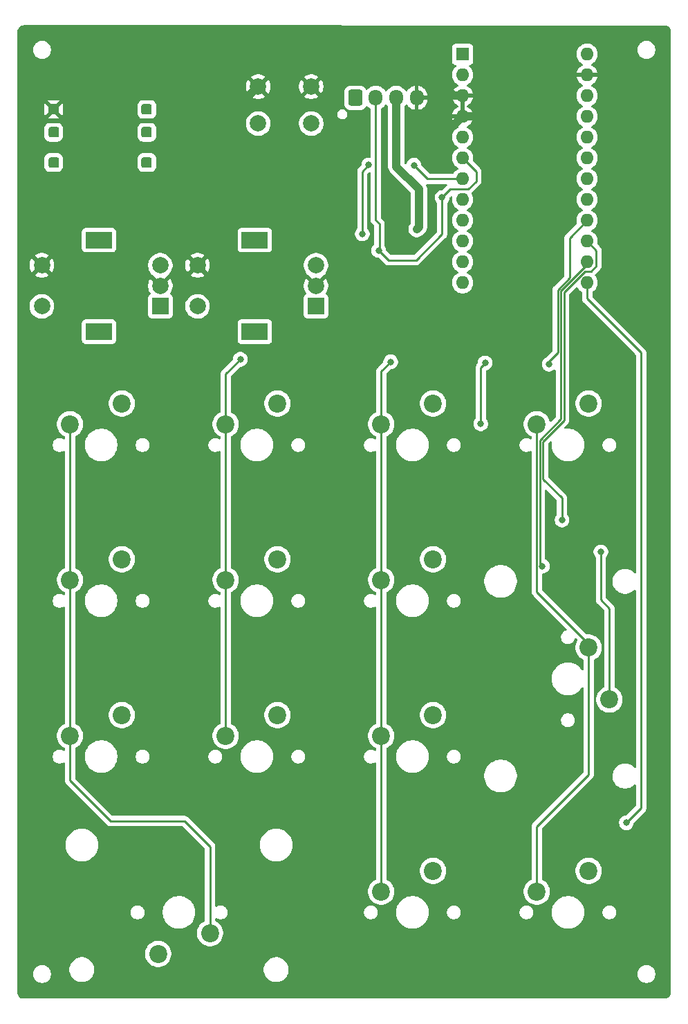
<source format=gbr>
%TF.GenerationSoftware,KiCad,Pcbnew,9.0.4*%
%TF.CreationDate,2025-08-26T19:34:46+02:00*%
%TF.ProjectId,shaghayeghs-keyboard,73686167-6861-4796-9567-68732d6b6579,rev?*%
%TF.SameCoordinates,Original*%
%TF.FileFunction,Copper,L2,Bot*%
%TF.FilePolarity,Positive*%
%FSLAX46Y46*%
G04 Gerber Fmt 4.6, Leading zero omitted, Abs format (unit mm)*
G04 Created by KiCad (PCBNEW 9.0.4) date 2025-08-26 19:34:46*
%MOMM*%
%LPD*%
G01*
G04 APERTURE LIST*
G04 Aperture macros list*
%AMRoundRect*
0 Rectangle with rounded corners*
0 $1 Rounding radius*
0 $2 $3 $4 $5 $6 $7 $8 $9 X,Y pos of 4 corners*
0 Add a 4 corners polygon primitive as box body*
4,1,4,$2,$3,$4,$5,$6,$7,$8,$9,$2,$3,0*
0 Add four circle primitives for the rounded corners*
1,1,$1+$1,$2,$3*
1,1,$1+$1,$4,$5*
1,1,$1+$1,$6,$7*
1,1,$1+$1,$8,$9*
0 Add four rect primitives between the rounded corners*
20,1,$1+$1,$2,$3,$4,$5,0*
20,1,$1+$1,$4,$5,$6,$7,0*
20,1,$1+$1,$6,$7,$8,$9,0*
20,1,$1+$1,$8,$9,$2,$3,0*%
G04 Aperture macros list end*
%TA.AperFunction,ComponentPad*%
%ADD10RoundRect,0.190500X-0.444500X-0.444500X0.444500X-0.444500X0.444500X0.444500X-0.444500X0.444500X0*%
%TD*%
%TA.AperFunction,ComponentPad*%
%ADD11C,2.200000*%
%TD*%
%TA.AperFunction,ComponentPad*%
%ADD12C,2.000000*%
%TD*%
%TA.AperFunction,ComponentPad*%
%ADD13R,1.600000X1.600000*%
%TD*%
%TA.AperFunction,ComponentPad*%
%ADD14O,1.600000X1.600000*%
%TD*%
%TA.AperFunction,ComponentPad*%
%ADD15R,2.000000X2.000000*%
%TD*%
%TA.AperFunction,ComponentPad*%
%ADD16R,3.200000X2.000000*%
%TD*%
%TA.AperFunction,ComponentPad*%
%ADD17RoundRect,0.250000X-0.600000X-0.725000X0.600000X-0.725000X0.600000X0.725000X-0.600000X0.725000X0*%
%TD*%
%TA.AperFunction,ComponentPad*%
%ADD18O,1.700000X1.950000*%
%TD*%
%TA.AperFunction,ViaPad*%
%ADD19C,0.800000*%
%TD*%
%TA.AperFunction,Conductor*%
%ADD20C,0.250000*%
%TD*%
%TA.AperFunction,Conductor*%
%ADD21C,1.000000*%
%TD*%
%TA.AperFunction,Conductor*%
%ADD22C,0.500000*%
%TD*%
G04 APERTURE END LIST*
D10*
%TO.P,S1,1,COM*%
%TO.N,GND*%
X85437200Y-48275400D03*
%TO.P,S1,2,B*%
%TO.N,Net-(S1-B)*%
X85437200Y-51075400D03*
%TO.P,S1,3,Push*%
%TO.N,Net-(S1-Push)*%
X85437200Y-54775400D03*
%TO.P,S1,4,A*%
%TO.N,Net-(S1-A)*%
X96837200Y-48275400D03*
%TO.P,S1,5,D*%
%TO.N,Net-(S1-D)*%
X96837200Y-51075400D03*
%TO.P,S1,6,C*%
%TO.N,Net-(S1-C)*%
X96837200Y-54775400D03*
%TD*%
D11*
%TO.P,SW13,1,1*%
%TO.N,Net-(D13-A)*%
X131887200Y-141389200D03*
%TO.P,SW13,2,2*%
%TO.N,Net-(R3-Pad2)*%
X125537200Y-143929200D03*
%TD*%
D12*
%TO.P,SW_RST1,1,1*%
%TO.N,GND*%
X110467000Y-45487200D03*
X116967000Y-45487200D03*
%TO.P,SW_RST1,2,2*%
%TO.N,Net-(U1-RST)*%
X110467000Y-49987200D03*
X116967000Y-49987200D03*
%TD*%
D13*
%TO.P,U1,1,D1/TX*%
%TO.N,unconnected-(U1-D1{slash}TX-Pad1)*%
X135509000Y-41529000D03*
D14*
%TO.P,U1,2,D0/RX*%
%TO.N,unconnected-(U1-D0{slash}RX-Pad2)*%
X135509000Y-44069000D03*
%TO.P,U1,3,GND*%
%TO.N,GND*%
X135509000Y-46609000D03*
%TO.P,U1,4,GND*%
X135509000Y-49149000D03*
%TO.P,U1,5,D2*%
%TO.N,S_IN*%
X135509000Y-51689000D03*
%TO.P,U1,6,~D3*%
%TO.N,CLK*%
X135509000Y-54229000D03*
%TO.P,U1,7,D4/A6*%
%TO.N,PL*%
X135509000Y-56769000D03*
%TO.P,U1,8,~D5*%
%TO.N,SDA*%
X135509000Y-59309000D03*
%TO.P,U1,9,~D6/A7*%
%TO.N,unconnected-(U1-~D6{slash}A7-Pad9)*%
X135509000Y-61849000D03*
%TO.P,U1,10,D7*%
%TO.N,unconnected-(U1-D7-Pad10)*%
X135509000Y-64389000D03*
%TO.P,U1,11,D8/A8*%
%TO.N,unconnected-(U1-D8{slash}A8-Pad11)*%
X135509000Y-66929000D03*
%TO.P,U1,12,~D9/A9*%
%TO.N,A1*%
X135509000Y-69469000D03*
%TO.P,U1,13,~D10/A10*%
%TO.N,Row4*%
X150749000Y-69469000D03*
%TO.P,U1,14,D16*%
%TO.N,Row3*%
X150749000Y-66929000D03*
%TO.P,U1,15,D14*%
%TO.N,Row2*%
X150749000Y-64389000D03*
%TO.P,U1,16,D15*%
%TO.N,Row1*%
X150749000Y-61849000D03*
%TO.P,U1,17,D18/A0*%
%TO.N,Col4*%
X150749000Y-59309000D03*
%TO.P,U1,18,D19/A1*%
%TO.N,Col3*%
X150749000Y-56769000D03*
%TO.P,U1,19,D20/A2*%
%TO.N,Col2*%
X150749000Y-54229000D03*
%TO.P,U1,20,D21/A3*%
%TO.N,Col1*%
X150749000Y-51689000D03*
%TO.P,U1,21,VCC*%
%TO.N,VCC*%
X150749000Y-49149000D03*
%TO.P,U1,22,RST*%
%TO.N,Net-(U1-RST)*%
X150749000Y-46609000D03*
%TO.P,U1,23,GND*%
%TO.N,GND*%
X150749000Y-44069000D03*
%TO.P,U1,24,RAW*%
%TO.N,unconnected-(U1-RAW-Pad24)*%
X150749000Y-41529000D03*
%TD*%
D11*
%TO.P,SW11,1,1*%
%TO.N,Net-(D11-A)*%
X131887200Y-122339200D03*
%TO.P,SW11,2,2*%
%TO.N,Net-(R3-Pad2)*%
X125537200Y-124879200D03*
%TD*%
%TO.P,SW4,1,1*%
%TO.N,Net-(D4-A)*%
X150937200Y-84239200D03*
%TO.P,SW4,2,2*%
%TO.N,Net-(R4-Pad2)*%
X144587200Y-86779200D03*
%TD*%
D15*
%TO.P,SW15,A,A*%
%TO.N,E1_A*%
X117547200Y-72339200D03*
D12*
%TO.P,SW15,B,B*%
%TO.N,E1_B*%
X117547200Y-67339200D03*
%TO.P,SW15,C,C*%
%TO.N,GND*%
X117547200Y-69839200D03*
D16*
%TO.P,SW15,MP*%
%TO.N,N/C*%
X110047200Y-75439200D03*
X110047200Y-64239200D03*
D12*
%TO.P,SW15,S1,S1*%
%TO.N,GND*%
X103047200Y-67339200D03*
%TO.P,SW15,S2,S2*%
%TO.N,E1_P*%
X103047200Y-72339200D03*
%TD*%
D17*
%TO.P,J1,1,Pin_1*%
%TO.N,SDA*%
X122370200Y-46863000D03*
D18*
%TO.P,J1,2,Pin_2*%
%TO.N,CLK*%
X124870200Y-46863000D03*
%TO.P,J1,3,Pin_3*%
%TO.N,VCC*%
X127370200Y-46863000D03*
%TO.P,J1,4,Pin_4*%
%TO.N,GND*%
X129870200Y-46863000D03*
%TD*%
D11*
%TO.P,SW6,1,1*%
%TO.N,Net-(D6-A)*%
X112837200Y-103289200D03*
%TO.P,SW6,2,2*%
%TO.N,Net-(R2-Pad2)*%
X106487200Y-105829200D03*
%TD*%
%TO.P,SW9,1,1*%
%TO.N,Net-(D9-A)*%
X93777200Y-122339200D03*
%TO.P,SW9,2,2*%
%TO.N,Net-(R1-Pad2)*%
X87427200Y-124879200D03*
%TD*%
%TO.P,SW2,1,1*%
%TO.N,Net-(D2-A)*%
X112837200Y-84239200D03*
%TO.P,SW2,2,2*%
%TO.N,Net-(R2-Pad2)*%
X106487200Y-86779200D03*
%TD*%
%TO.P,SW14,1,1*%
%TO.N,Net-(D14-A)*%
X150937200Y-141389200D03*
%TO.P,SW14,2,2*%
%TO.N,Net-(R4-Pad2)*%
X144587200Y-143929200D03*
%TD*%
%TO.P,SW8,1,1*%
%TO.N,Net-(D8-A)*%
X153477200Y-120434200D03*
%TO.P,SW8,2,2*%
%TO.N,Net-(R4-Pad2)*%
X150937200Y-114084200D03*
%TD*%
%TO.P,SW7,1,1*%
%TO.N,Net-(D7-A)*%
X131887200Y-103289200D03*
%TO.P,SW7,2,2*%
%TO.N,Net-(R3-Pad2)*%
X125537200Y-105829200D03*
%TD*%
D15*
%TO.P,SW16,A,A*%
%TO.N,E2_A*%
X98487200Y-72339200D03*
D12*
%TO.P,SW16,B,B*%
%TO.N,E2_B*%
X98487200Y-67339200D03*
%TO.P,SW16,C,C*%
%TO.N,GND*%
X98487200Y-69839200D03*
D16*
%TO.P,SW16,MP*%
%TO.N,N/C*%
X90987200Y-75439200D03*
X90987200Y-64239200D03*
D12*
%TO.P,SW16,S1,S1*%
%TO.N,GND*%
X83987200Y-67339200D03*
%TO.P,SW16,S2,S2*%
%TO.N,E2_P*%
X83987200Y-72339200D03*
%TD*%
D11*
%TO.P,SW12,1,1*%
%TO.N,Net-(D12-A)*%
X98232200Y-151549200D03*
%TO.P,SW12,2,2*%
%TO.N,Net-(R1-Pad2)*%
X104582200Y-149009200D03*
%TD*%
%TO.P,SW10,1,1*%
%TO.N,Net-(D10-A)*%
X112837200Y-122339200D03*
%TO.P,SW10,2,2*%
%TO.N,Net-(R2-Pad2)*%
X106487200Y-124879200D03*
%TD*%
%TO.P,SW5,1,1*%
%TO.N,Net-(D5-A)*%
X93777200Y-103289200D03*
%TO.P,SW5,2,2*%
%TO.N,Net-(R1-Pad2)*%
X87427200Y-105829200D03*
%TD*%
%TO.P,SW3,1,1*%
%TO.N,Net-(D3-A)*%
X131887200Y-84239200D03*
%TO.P,SW3,2,2*%
%TO.N,Net-(R3-Pad2)*%
X125537200Y-86779200D03*
%TD*%
%TO.P,SW1,1,1*%
%TO.N,Net-(D1-A)*%
X93777200Y-84239200D03*
%TO.P,SW1,2,2*%
%TO.N,Net-(R1-Pad2)*%
X87427200Y-86779200D03*
%TD*%
D19*
%TO.N,CLK*%
X125222000Y-65506600D03*
%TO.N,PL*%
X123215400Y-63500000D03*
X124002800Y-55067200D03*
%TO.N,VCC*%
X129895600Y-62915800D03*
%TO.N,GND*%
X129000000Y-39000000D03*
%TO.N,Row1*%
X146100800Y-79425800D03*
%TO.N,Row2*%
X147675600Y-98475800D03*
%TO.N,Net-(D8-A)*%
X152425400Y-102387400D03*
%TO.N,Row3*%
X145262600Y-104114600D03*
%TO.N,Row4*%
X155549600Y-135509000D03*
%TO.N,Net-(R2-Pad2)*%
X108280200Y-78841600D03*
%TO.N,Net-(R3-Pad2)*%
X126695200Y-79146400D03*
%TO.N,Net-(R4-Pad2)*%
X138252200Y-79273400D03*
X137718800Y-86715600D03*
%TO.N,GND*%
X149733000Y-135051800D03*
X116205000Y-147523200D03*
X139039600Y-65836800D03*
X139801600Y-45415200D03*
X132969000Y-42951400D03*
X108407200Y-58648600D03*
X156692600Y-45440600D03*
X101625400Y-43484800D03*
X140792200Y-52171600D03*
X126847600Y-58267600D03*
X144932400Y-39852600D03*
X132537200Y-52730400D03*
X139065000Y-74269600D03*
X99441000Y-130479800D03*
X118516400Y-56921400D03*
X88595200Y-59461400D03*
X127050800Y-41402000D03*
X114630200Y-69951600D03*
X120650000Y-111836200D03*
X118364000Y-87782400D03*
X114020600Y-58648600D03*
X127203200Y-60579000D03*
X139039600Y-56108600D03*
X87833200Y-144373600D03*
X95554800Y-69138800D03*
%TO.N,CLK*%
X132994400Y-59055000D03*
%TO.N,VCC*%
X127370200Y-52374800D03*
%TO.N,PL*%
X129540000Y-55092600D03*
%TD*%
D20*
%TO.N,CLK*%
X132994400Y-63500000D02*
X132994400Y-59055000D01*
X129794000Y-66700400D02*
X132994400Y-63500000D01*
X126415800Y-66700400D02*
X129794000Y-66700400D01*
X125222000Y-65506600D02*
X126415800Y-66700400D01*
X125298200Y-62230000D02*
X125298200Y-65430400D01*
X125298200Y-65430400D02*
X125222000Y-65506600D01*
X124866400Y-61798200D02*
X125298200Y-62230000D01*
X124866400Y-58242200D02*
X124866400Y-61798200D01*
%TO.N,PL*%
X123215400Y-63500000D02*
X123215400Y-55854600D01*
X123215400Y-55854600D02*
X124002800Y-55067200D01*
D21*
%TO.N,VCC*%
X130149600Y-62661800D02*
X129895600Y-62915800D01*
X130149600Y-58039000D02*
X130149600Y-62661800D01*
%TO.N,GND*%
X129000000Y-39000000D02*
X131430600Y-39000000D01*
X131430600Y-39000000D02*
X132969000Y-40538400D01*
D20*
%TO.N,Row1*%
X148602114Y-68871514D02*
X147142200Y-70331428D01*
X148602114Y-63995886D02*
X148602114Y-68871514D01*
X150749000Y-61849000D02*
X148602114Y-63995886D01*
X146100800Y-79070200D02*
X146100800Y-79425800D01*
X147142200Y-70331428D02*
X147142200Y-78028800D01*
X147142200Y-78028800D02*
X146100800Y-79070200D01*
%TO.N,Row2*%
X150487772Y-68055000D02*
X147901200Y-70641572D01*
X147675600Y-95804400D02*
X147675600Y-98475800D01*
X145343200Y-88871372D02*
X145343200Y-93472000D01*
X151875000Y-67395405D02*
X151215405Y-68055000D01*
X145343200Y-93472000D02*
X147675600Y-95804400D01*
X151215405Y-68055000D02*
X150487772Y-68055000D01*
X151875000Y-65515000D02*
X151875000Y-67395405D01*
X147901200Y-86313372D02*
X145343200Y-88871372D01*
X147901200Y-70641572D02*
X147901200Y-86313372D01*
X150749000Y-64389000D02*
X151875000Y-65515000D01*
%TO.N,Net-(D8-A)*%
X152425400Y-108229400D02*
X153477200Y-109281200D01*
X152425400Y-102387400D02*
X152425400Y-108229400D01*
X153477200Y-109281200D02*
X153477200Y-120434200D01*
%TO.N,Row3*%
X150749000Y-67259200D02*
X150749000Y-66929000D01*
X144965200Y-88714800D02*
X147523200Y-86156800D01*
X147523200Y-86156800D02*
X147523200Y-70485000D01*
X147523200Y-70485000D02*
X150749000Y-67259200D01*
X144965200Y-103817200D02*
X144965200Y-88714800D01*
X145262600Y-104114600D02*
X144965200Y-103817200D01*
%TO.N,Row4*%
X150749000Y-71424800D02*
X150749000Y-69469000D01*
X157353000Y-78028800D02*
X150749000Y-71424800D01*
X157353000Y-133705600D02*
X157353000Y-78028800D01*
X155549600Y-135509000D02*
X157353000Y-133705600D01*
%TO.N,Net-(R1-Pad2)*%
X92379800Y-135280400D02*
X87427200Y-130327800D01*
X104582200Y-138415000D02*
X101447600Y-135280400D01*
X87427200Y-124879200D02*
X87427200Y-86779200D01*
X101447600Y-135280400D02*
X92379800Y-135280400D01*
X104582200Y-149009200D02*
X104582200Y-138415000D01*
X87427200Y-130327800D02*
X87427200Y-124879200D01*
%TO.N,Net-(R2-Pad2)*%
X106487200Y-80634600D02*
X108280200Y-78841600D01*
X106487200Y-86779200D02*
X106487200Y-124879200D01*
X106487200Y-86779200D02*
X106487200Y-80634600D01*
%TO.N,Net-(R3-Pad2)*%
X125537200Y-105829200D02*
X125537200Y-143929200D01*
X125537200Y-86779200D02*
X125537200Y-80304400D01*
X125537200Y-105829200D02*
X125537200Y-86779200D01*
X125537200Y-80304400D02*
X126695200Y-79146400D01*
%TO.N,Net-(R4-Pad2)*%
X144587200Y-107264717D02*
X150937200Y-113614717D01*
X138201400Y-79324200D02*
X138252200Y-79273400D01*
X137718800Y-79832200D02*
X138201400Y-79349600D01*
X150937200Y-129605800D02*
X144587200Y-135955800D01*
X137718800Y-86715600D02*
X137718800Y-79832200D01*
X138201400Y-79349600D02*
X138201400Y-79324200D01*
X150937200Y-113614717D02*
X150937200Y-114084200D01*
X144587200Y-135955800D02*
X144587200Y-143929200D01*
X144587200Y-86779200D02*
X144587200Y-107264717D01*
X150937200Y-114084200D02*
X150937200Y-129605800D01*
D21*
%TO.N,GND*%
X140792200Y-52171600D02*
X140792200Y-54406800D01*
X132537200Y-52120800D02*
X132537200Y-52730400D01*
X139090400Y-56108600D02*
X139039600Y-56108600D01*
X139039600Y-65836800D02*
X139039600Y-74244200D01*
X137769600Y-49149000D02*
X140792200Y-52171600D01*
X140792200Y-54406800D02*
X139090400Y-56108600D01*
X132969000Y-42951400D02*
X128600200Y-42951400D01*
X134366000Y-46609000D02*
X132969000Y-45212000D01*
X128600200Y-42951400D02*
X127050800Y-41402000D01*
X132969000Y-45212000D02*
X132969000Y-42951400D01*
X135509000Y-49149000D02*
X137769600Y-49149000D01*
X135509000Y-46609000D02*
X134366000Y-46609000D01*
D22*
X127203200Y-58623200D02*
X126847600Y-58267600D01*
D21*
X108407200Y-52908200D02*
X108407200Y-58648600D01*
X139039600Y-56108600D02*
X139065000Y-56108600D01*
X108915200Y-53416200D02*
X108407200Y-52908200D01*
X139039600Y-56108600D02*
X139039600Y-65836800D01*
D22*
X127203200Y-60579000D02*
X127203200Y-58623200D01*
D21*
X114020600Y-58648600D02*
X114020600Y-55168800D01*
D22*
X103047200Y-67339200D02*
X105659600Y-69951600D01*
D21*
X112268000Y-53416200D02*
X108915200Y-53416200D01*
X132969000Y-42951400D02*
X132969000Y-40538400D01*
X110467000Y-45487200D02*
X108407200Y-47547000D01*
X114020600Y-55168800D02*
X112268000Y-53416200D01*
D22*
X105659600Y-69951600D02*
X114630200Y-69951600D01*
D21*
X135509000Y-49149000D02*
X132537200Y-52120800D01*
X108407200Y-47547000D02*
X108407200Y-52908200D01*
X139039600Y-74244200D02*
X139065000Y-74269600D01*
D20*
%TO.N,CLK*%
X137160000Y-57048400D02*
X137160000Y-55880000D01*
X136169400Y-58039000D02*
X137160000Y-57048400D01*
X134010400Y-58039000D02*
X136169400Y-58039000D01*
X137160000Y-55880000D02*
X135509000Y-54229000D01*
X124870200Y-56435000D02*
X124870200Y-46863000D01*
X124866400Y-58242200D02*
X124866400Y-56438800D01*
X124866400Y-56438800D02*
X124870200Y-56435000D01*
X132994400Y-59055000D02*
X134010400Y-58039000D01*
D21*
%TO.N,VCC*%
X127370200Y-46863000D02*
X127370200Y-55259600D01*
X127370200Y-55259600D02*
X130149600Y-58039000D01*
D20*
%TO.N,PL*%
X131216400Y-56769000D02*
X135509000Y-56769000D01*
X129540000Y-55092600D02*
X131216400Y-56769000D01*
%TD*%
%TA.AperFunction,Conductor*%
%TO.N,GND*%
G36*
X126206620Y-47687166D02*
G01*
X126220513Y-47703199D01*
X126272753Y-47775101D01*
X126342960Y-47871734D01*
X126342088Y-47872367D01*
X126368557Y-47931401D01*
X126369700Y-47948199D01*
X126369700Y-55358144D01*
X126408147Y-55551428D01*
X126408150Y-55551440D01*
X126421519Y-55583714D01*
X126483566Y-55733511D01*
X126483571Y-55733520D01*
X126593060Y-55897381D01*
X126593063Y-55897385D01*
X126736737Y-56041059D01*
X126736759Y-56041079D01*
X129112781Y-58417101D01*
X129146266Y-58478424D01*
X129149100Y-58504782D01*
X129149100Y-62196316D01*
X129129415Y-62263355D01*
X129120958Y-62274975D01*
X129118462Y-62278015D01*
X129008972Y-62441879D01*
X129008967Y-62441889D01*
X128933549Y-62623963D01*
X128933547Y-62623971D01*
X128895100Y-62817255D01*
X128895100Y-63014344D01*
X128933547Y-63207628D01*
X128933549Y-63207636D01*
X129008967Y-63389710D01*
X129008972Y-63389720D01*
X129118460Y-63553580D01*
X129118463Y-63553584D01*
X129257815Y-63692936D01*
X129257819Y-63692939D01*
X129421679Y-63802427D01*
X129421683Y-63802429D01*
X129421686Y-63802431D01*
X129603764Y-63877851D01*
X129797055Y-63916299D01*
X129797058Y-63916300D01*
X129797060Y-63916300D01*
X129994142Y-63916300D01*
X129994143Y-63916299D01*
X130187436Y-63877851D01*
X130369514Y-63802431D01*
X130533381Y-63692939D01*
X130787378Y-63438941D01*
X130787382Y-63438939D01*
X130926739Y-63299582D01*
X131036232Y-63135714D01*
X131098745Y-62984793D01*
X131111651Y-62953636D01*
X131132901Y-62846807D01*
X131150100Y-62760341D01*
X131150100Y-57940459D01*
X131150100Y-57940456D01*
X131116267Y-57770371D01*
X131116266Y-57770369D01*
X131114396Y-57760966D01*
X131111651Y-57747164D01*
X131079481Y-57669500D01*
X131036590Y-57565952D01*
X131029122Y-57496484D01*
X131060397Y-57434005D01*
X131120486Y-57398353D01*
X131151152Y-57394501D01*
X131284121Y-57394501D01*
X131284141Y-57394500D01*
X133470947Y-57394500D01*
X133537986Y-57414185D01*
X133583741Y-57466989D01*
X133593685Y-57536147D01*
X133564660Y-57599703D01*
X133558628Y-57606181D01*
X133524542Y-57640267D01*
X133524539Y-57640270D01*
X133283523Y-57881287D01*
X133046629Y-58118181D01*
X132985306Y-58151666D01*
X132958948Y-58154500D01*
X132905706Y-58154500D01*
X132731741Y-58189103D01*
X132731732Y-58189106D01*
X132567859Y-58256983D01*
X132567846Y-58256990D01*
X132420365Y-58355535D01*
X132420361Y-58355538D01*
X132294938Y-58480961D01*
X132294935Y-58480965D01*
X132196390Y-58628446D01*
X132196383Y-58628459D01*
X132128506Y-58792332D01*
X132128503Y-58792341D01*
X132093900Y-58966304D01*
X132093900Y-59143695D01*
X132128503Y-59317658D01*
X132128506Y-59317667D01*
X132196383Y-59481540D01*
X132196390Y-59481553D01*
X132294935Y-59629034D01*
X132294938Y-59629038D01*
X132332580Y-59666679D01*
X132366066Y-59728001D01*
X132368900Y-59754361D01*
X132368900Y-63189548D01*
X132349215Y-63256587D01*
X132332581Y-63277229D01*
X129571229Y-66038581D01*
X129509906Y-66072066D01*
X129483548Y-66074900D01*
X126726252Y-66074900D01*
X126659213Y-66055215D01*
X126638571Y-66038581D01*
X126158819Y-65558829D01*
X126125334Y-65497506D01*
X126122500Y-65471148D01*
X126122500Y-65417906D01*
X126122499Y-65417904D01*
X126087896Y-65243941D01*
X126087893Y-65243932D01*
X126020016Y-65080059D01*
X126020009Y-65080046D01*
X125944598Y-64967186D01*
X125923720Y-64900509D01*
X125923700Y-64898295D01*
X125923700Y-62168392D01*
X125919186Y-62145702D01*
X125912416Y-62111666D01*
X125908997Y-62094478D01*
X125899664Y-62047555D01*
X125899663Y-62047548D01*
X125852511Y-61933714D01*
X125829590Y-61899411D01*
X125784057Y-61831265D01*
X125528219Y-61575427D01*
X125494734Y-61514104D01*
X125491900Y-61487746D01*
X125491900Y-56527922D01*
X125494282Y-56503734D01*
X125495700Y-56496607D01*
X125495700Y-56373393D01*
X125495700Y-48260980D01*
X125515385Y-48193941D01*
X125563408Y-48150494D01*
X125578018Y-48143050D01*
X125749986Y-48018109D01*
X125749988Y-48018106D01*
X125749992Y-48018104D01*
X125900304Y-47867792D01*
X126019883Y-47703204D01*
X126075211Y-47660540D01*
X126144824Y-47654561D01*
X126206620Y-47687166D01*
G37*
%TD.AperFunction*%
%TA.AperFunction,Conductor*%
G36*
X135759000Y-48833314D02*
G01*
X135754606Y-48828920D01*
X135663394Y-48776259D01*
X135561661Y-48749000D01*
X135456339Y-48749000D01*
X135354606Y-48776259D01*
X135263394Y-48828920D01*
X135259000Y-48833314D01*
X135259000Y-46924686D01*
X135263394Y-46929080D01*
X135354606Y-46981741D01*
X135456339Y-47009000D01*
X135561661Y-47009000D01*
X135663394Y-46981741D01*
X135754606Y-46929080D01*
X135759000Y-46924686D01*
X135759000Y-48833314D01*
G37*
%TD.AperFunction*%
%TA.AperFunction,Conductor*%
G36*
X160245614Y-38007828D02*
G01*
X160257720Y-38008424D01*
X160379153Y-38020381D01*
X160394572Y-38022888D01*
X160412584Y-38026999D01*
X160420953Y-38029221D01*
X160526208Y-38061146D01*
X160543993Y-38068077D01*
X160546619Y-38069341D01*
X160551279Y-38071706D01*
X160657305Y-38128376D01*
X160677517Y-38141881D01*
X160772214Y-38219597D01*
X160789402Y-38236785D01*
X160867118Y-38331482D01*
X160880624Y-38351696D01*
X160937286Y-38457708D01*
X160939657Y-38462379D01*
X160940921Y-38465005D01*
X160947852Y-38482792D01*
X160979771Y-38588022D01*
X160982002Y-38596426D01*
X160986108Y-38614418D01*
X160988619Y-38629858D01*
X161000572Y-38751266D01*
X161001169Y-38763417D01*
X160999500Y-156243908D01*
X160998903Y-156256061D01*
X160987083Y-156376063D01*
X160984572Y-156391497D01*
X160979589Y-156413332D01*
X160977357Y-156421740D01*
X160946512Y-156523418D01*
X160939575Y-156541217D01*
X160935967Y-156548710D01*
X160933603Y-156553367D01*
X160878944Y-156655628D01*
X160865439Y-156675839D01*
X160787725Y-156770535D01*
X160770535Y-156787725D01*
X160675839Y-156865439D01*
X160655628Y-156878944D01*
X160553367Y-156933603D01*
X160548710Y-156935967D01*
X160541217Y-156939575D01*
X160523418Y-156946512D01*
X160421740Y-156977357D01*
X160413332Y-156979589D01*
X160391497Y-156984572D01*
X160376062Y-156987083D01*
X160256053Y-156998903D01*
X160243916Y-156999500D01*
X81743298Y-157010298D01*
X81731128Y-157009701D01*
X81611138Y-156997884D01*
X81595702Y-156995372D01*
X81573856Y-156990386D01*
X81565455Y-156988156D01*
X81463780Y-156957312D01*
X81445981Y-156950375D01*
X81438488Y-156946767D01*
X81433830Y-156944402D01*
X81331571Y-156889743D01*
X81311361Y-156876239D01*
X81216664Y-156798525D01*
X81199474Y-156781335D01*
X81164908Y-156739216D01*
X81121760Y-156686639D01*
X81108257Y-156666430D01*
X81081459Y-156616295D01*
X81053585Y-156564147D01*
X81051225Y-156559498D01*
X81047622Y-156552015D01*
X81040686Y-156534218D01*
X81037410Y-156523418D01*
X81009830Y-156432502D01*
X81007619Y-156424172D01*
X81002624Y-156402284D01*
X81000116Y-156386869D01*
X80988297Y-156266861D01*
X80987700Y-156254708D01*
X80987700Y-153913389D01*
X82899500Y-153913389D01*
X82899500Y-154086611D01*
X82926598Y-154257701D01*
X82980127Y-154422445D01*
X83058768Y-154576788D01*
X83160586Y-154716928D01*
X83283072Y-154839414D01*
X83423212Y-154941232D01*
X83577555Y-155019873D01*
X83742299Y-155073402D01*
X83913389Y-155100500D01*
X83913390Y-155100500D01*
X84086610Y-155100500D01*
X84086611Y-155100500D01*
X84257701Y-155073402D01*
X84422445Y-155019873D01*
X84576788Y-154941232D01*
X84716928Y-154839414D01*
X84839414Y-154716928D01*
X84941232Y-154576788D01*
X85019873Y-154422445D01*
X85073402Y-154257701D01*
X85100500Y-154086611D01*
X85100500Y-153913389D01*
X85073402Y-153742299D01*
X85019873Y-153577555D01*
X84941232Y-153423212D01*
X84941231Y-153423210D01*
X84936832Y-153417156D01*
X84936831Y-153417155D01*
X84887416Y-153349141D01*
X87346700Y-153349141D01*
X87346700Y-153589258D01*
X87384263Y-153826422D01*
X87458465Y-154054793D01*
X87561851Y-154257697D01*
X87567476Y-154268736D01*
X87708614Y-154462996D01*
X87878404Y-154632786D01*
X88072664Y-154773924D01*
X88173743Y-154825426D01*
X88286606Y-154882934D01*
X88286608Y-154882934D01*
X88286611Y-154882936D01*
X88514978Y-154957137D01*
X88752141Y-154994700D01*
X88752142Y-154994700D01*
X88992258Y-154994700D01*
X88992259Y-154994700D01*
X89229422Y-154957137D01*
X89457789Y-154882936D01*
X89671736Y-154773924D01*
X89865996Y-154632786D01*
X90035786Y-154462996D01*
X90176924Y-154268736D01*
X90285936Y-154054789D01*
X90360137Y-153826422D01*
X90397700Y-153589259D01*
X90397700Y-153349141D01*
X111146700Y-153349141D01*
X111146700Y-153589258D01*
X111184263Y-153826422D01*
X111258465Y-154054793D01*
X111361851Y-154257697D01*
X111367476Y-154268736D01*
X111508614Y-154462996D01*
X111678404Y-154632786D01*
X111872664Y-154773924D01*
X111973743Y-154825426D01*
X112086606Y-154882934D01*
X112086608Y-154882934D01*
X112086611Y-154882936D01*
X112314978Y-154957137D01*
X112552141Y-154994700D01*
X112552142Y-154994700D01*
X112792258Y-154994700D01*
X112792259Y-154994700D01*
X113029422Y-154957137D01*
X113257789Y-154882936D01*
X113471736Y-154773924D01*
X113665996Y-154632786D01*
X113835786Y-154462996D01*
X113976924Y-154268736D01*
X114085936Y-154054789D01*
X114131880Y-153913389D01*
X156899500Y-153913389D01*
X156899500Y-154086611D01*
X156926598Y-154257701D01*
X156980127Y-154422445D01*
X157058768Y-154576788D01*
X157160586Y-154716928D01*
X157283072Y-154839414D01*
X157423212Y-154941232D01*
X157577555Y-155019873D01*
X157742299Y-155073402D01*
X157913389Y-155100500D01*
X157913390Y-155100500D01*
X158086610Y-155100500D01*
X158086611Y-155100500D01*
X158257701Y-155073402D01*
X158422445Y-155019873D01*
X158576788Y-154941232D01*
X158716928Y-154839414D01*
X158839414Y-154716928D01*
X158941232Y-154576788D01*
X159019873Y-154422445D01*
X159073402Y-154257701D01*
X159100500Y-154086611D01*
X159100500Y-153913389D01*
X159073402Y-153742299D01*
X159019873Y-153577555D01*
X158941232Y-153423212D01*
X158839414Y-153283072D01*
X158716928Y-153160586D01*
X158576788Y-153058768D01*
X158422445Y-152980127D01*
X158257701Y-152926598D01*
X158257699Y-152926597D01*
X158257698Y-152926597D01*
X158126271Y-152905781D01*
X158086611Y-152899500D01*
X157913389Y-152899500D01*
X157873728Y-152905781D01*
X157742302Y-152926597D01*
X157577552Y-152980128D01*
X157423211Y-153058768D01*
X157352300Y-153110289D01*
X157283072Y-153160586D01*
X157283070Y-153160588D01*
X157283069Y-153160588D01*
X157160588Y-153283069D01*
X157160588Y-153283070D01*
X157160586Y-153283072D01*
X157116859Y-153343256D01*
X157058768Y-153423211D01*
X156980128Y-153577552D01*
X156926597Y-153742302D01*
X156899500Y-153913389D01*
X114131880Y-153913389D01*
X114160137Y-153826422D01*
X114197700Y-153589259D01*
X114197700Y-153349141D01*
X114160137Y-153111978D01*
X114085936Y-152883611D01*
X114085934Y-152883608D01*
X114085934Y-152883606D01*
X113976923Y-152669663D01*
X113920393Y-152591856D01*
X113835786Y-152475404D01*
X113665996Y-152305614D01*
X113471736Y-152164476D01*
X113469976Y-152163579D01*
X113257793Y-152055465D01*
X113029422Y-151981263D01*
X112792259Y-151943700D01*
X112552141Y-151943700D01*
X112433559Y-151962481D01*
X112314977Y-151981263D01*
X112086606Y-152055465D01*
X111872663Y-152164476D01*
X111678401Y-152305616D01*
X111508616Y-152475401D01*
X111367476Y-152669663D01*
X111258465Y-152883606D01*
X111184263Y-153111977D01*
X111146700Y-153349141D01*
X90397700Y-153349141D01*
X90360137Y-153111978D01*
X90285936Y-152883611D01*
X90285934Y-152883608D01*
X90285934Y-152883606D01*
X90176923Y-152669663D01*
X90120393Y-152591856D01*
X90035786Y-152475404D01*
X89865996Y-152305614D01*
X89671736Y-152164476D01*
X89669976Y-152163579D01*
X89457793Y-152055465D01*
X89229422Y-151981263D01*
X88992259Y-151943700D01*
X88752141Y-151943700D01*
X88633559Y-151962481D01*
X88514977Y-151981263D01*
X88286606Y-152055465D01*
X88072663Y-152164476D01*
X87878401Y-152305616D01*
X87708616Y-152475401D01*
X87567476Y-152669663D01*
X87458465Y-152883606D01*
X87384263Y-153111977D01*
X87346700Y-153349141D01*
X84887416Y-153349141D01*
X84839414Y-153283072D01*
X84716928Y-153160586D01*
X84576788Y-153058768D01*
X84422445Y-152980127D01*
X84257701Y-152926598D01*
X84257699Y-152926597D01*
X84257698Y-152926597D01*
X84126271Y-152905781D01*
X84086611Y-152899500D01*
X83913389Y-152899500D01*
X83873728Y-152905781D01*
X83742302Y-152926597D01*
X83577552Y-152980128D01*
X83423211Y-153058768D01*
X83352300Y-153110289D01*
X83283072Y-153160586D01*
X83283070Y-153160588D01*
X83283069Y-153160588D01*
X83160588Y-153283069D01*
X83160588Y-153283070D01*
X83160586Y-153283072D01*
X83116859Y-153343256D01*
X83058768Y-153423211D01*
X82980128Y-153577552D01*
X82926597Y-153742302D01*
X82899500Y-153913389D01*
X80987700Y-153913389D01*
X80987700Y-151423238D01*
X96631700Y-151423238D01*
X96631700Y-151675161D01*
X96671110Y-151923985D01*
X96748960Y-152163583D01*
X96863332Y-152388048D01*
X97011401Y-152591849D01*
X97011405Y-152591854D01*
X97189545Y-152769994D01*
X97189550Y-152769998D01*
X97345919Y-152883606D01*
X97393355Y-152918070D01*
X97515149Y-152980127D01*
X97617816Y-153032439D01*
X97617818Y-153032439D01*
X97617821Y-153032441D01*
X97857415Y-153110290D01*
X98106238Y-153149700D01*
X98106239Y-153149700D01*
X98358161Y-153149700D01*
X98358162Y-153149700D01*
X98606985Y-153110290D01*
X98846579Y-153032441D01*
X99071045Y-152918070D01*
X99274856Y-152769993D01*
X99452993Y-152591856D01*
X99601070Y-152388045D01*
X99715441Y-152163579D01*
X99793290Y-151923985D01*
X99832700Y-151675162D01*
X99832700Y-151423238D01*
X99793290Y-151174415D01*
X99715441Y-150934821D01*
X99715439Y-150934818D01*
X99715439Y-150934816D01*
X99673947Y-150853384D01*
X99601070Y-150710355D01*
X99499307Y-150570290D01*
X99452998Y-150506550D01*
X99452994Y-150506545D01*
X99274854Y-150328405D01*
X99274849Y-150328401D01*
X99071048Y-150180332D01*
X99071047Y-150180331D01*
X99071045Y-150180330D01*
X99000947Y-150144613D01*
X98846583Y-150065960D01*
X98606985Y-149988110D01*
X98358162Y-149948700D01*
X98106238Y-149948700D01*
X97981826Y-149968405D01*
X97857414Y-149988110D01*
X97617816Y-150065960D01*
X97393351Y-150180332D01*
X97189550Y-150328401D01*
X97189545Y-150328405D01*
X97011405Y-150506545D01*
X97011401Y-150506550D01*
X96863332Y-150710351D01*
X96748960Y-150934816D01*
X96671110Y-151174414D01*
X96631700Y-151423238D01*
X80987700Y-151423238D01*
X80987700Y-146385428D01*
X94841700Y-146385428D01*
X94841700Y-146552971D01*
X94874382Y-146717274D01*
X94874384Y-146717282D01*
X94938495Y-146872060D01*
X95031573Y-147011362D01*
X95150037Y-147129826D01*
X95226085Y-147180639D01*
X95289337Y-147222903D01*
X95289338Y-147222903D01*
X95289339Y-147222904D01*
X95297765Y-147226394D01*
X95444118Y-147287016D01*
X95608428Y-147319699D01*
X95608432Y-147319700D01*
X95608433Y-147319700D01*
X95775968Y-147319700D01*
X95775969Y-147319699D01*
X95940282Y-147287016D01*
X96095063Y-147222903D01*
X96234362Y-147129826D01*
X96352826Y-147011362D01*
X96445903Y-146872063D01*
X96510016Y-146717282D01*
X96542700Y-146552967D01*
X96542700Y-146385433D01*
X96542645Y-146385159D01*
X96537286Y-146358212D01*
X96533280Y-146338072D01*
X98771700Y-146338072D01*
X98771700Y-146600327D01*
X98798323Y-146802539D01*
X98805930Y-146860316D01*
X98873802Y-147113618D01*
X98873805Y-147113628D01*
X98974153Y-147355890D01*
X98974158Y-147355900D01*
X99105275Y-147583003D01*
X99264918Y-147791051D01*
X99264926Y-147791060D01*
X99450340Y-147976474D01*
X99450348Y-147976481D01*
X99658396Y-148136124D01*
X99885499Y-148267241D01*
X99885509Y-148267246D01*
X100127771Y-148367594D01*
X100127781Y-148367598D01*
X100381084Y-148435470D01*
X100641080Y-148469700D01*
X100641087Y-148469700D01*
X100903313Y-148469700D01*
X100903320Y-148469700D01*
X101163316Y-148435470D01*
X101416619Y-148367598D01*
X101658897Y-148267243D01*
X101886003Y-148136124D01*
X102094051Y-147976482D01*
X102094055Y-147976477D01*
X102094060Y-147976474D01*
X102279474Y-147791060D01*
X102279477Y-147791055D01*
X102279482Y-147791051D01*
X102439124Y-147583003D01*
X102570243Y-147355897D01*
X102670598Y-147113619D01*
X102738470Y-146860316D01*
X102772700Y-146600320D01*
X102772700Y-146338080D01*
X102738470Y-146078084D01*
X102670598Y-145824781D01*
X102663885Y-145808574D01*
X102570246Y-145582509D01*
X102570241Y-145582499D01*
X102439124Y-145355396D01*
X102316624Y-145195754D01*
X102279482Y-145147349D01*
X102279481Y-145147348D01*
X102279474Y-145147340D01*
X102094060Y-144961926D01*
X102094051Y-144961918D01*
X101886003Y-144802275D01*
X101658900Y-144671158D01*
X101658890Y-144671153D01*
X101416628Y-144570805D01*
X101416621Y-144570803D01*
X101416619Y-144570802D01*
X101163316Y-144502930D01*
X101105539Y-144495323D01*
X100903327Y-144468700D01*
X100903320Y-144468700D01*
X100641080Y-144468700D01*
X100641072Y-144468700D01*
X100409972Y-144499126D01*
X100381084Y-144502930D01*
X100127781Y-144570802D01*
X100127771Y-144570805D01*
X99885509Y-144671153D01*
X99885499Y-144671158D01*
X99658396Y-144802275D01*
X99450348Y-144961918D01*
X99264918Y-145147348D01*
X99105275Y-145355396D01*
X98974158Y-145582499D01*
X98974153Y-145582509D01*
X98873805Y-145824771D01*
X98873802Y-145824781D01*
X98846403Y-145927038D01*
X98805930Y-146078085D01*
X98771700Y-146338072D01*
X96533280Y-146338072D01*
X96510017Y-146221125D01*
X96510016Y-146221118D01*
X96445903Y-146066337D01*
X96414737Y-146019694D01*
X96352826Y-145927037D01*
X96234362Y-145808573D01*
X96095060Y-145715495D01*
X95940282Y-145651384D01*
X95940274Y-145651382D01*
X95775971Y-145618700D01*
X95775967Y-145618700D01*
X95608433Y-145618700D01*
X95608428Y-145618700D01*
X95444125Y-145651382D01*
X95444117Y-145651384D01*
X95289339Y-145715495D01*
X95150037Y-145808573D01*
X95031573Y-145927037D01*
X94938495Y-146066339D01*
X94874384Y-146221117D01*
X94874382Y-146221125D01*
X94841700Y-146385428D01*
X80987700Y-146385428D01*
X80987700Y-138098072D01*
X86871700Y-138098072D01*
X86871700Y-138360327D01*
X86898323Y-138562539D01*
X86905930Y-138620316D01*
X86934101Y-138725452D01*
X86973802Y-138873618D01*
X86973805Y-138873628D01*
X87074153Y-139115890D01*
X87074158Y-139115900D01*
X87205275Y-139343003D01*
X87364918Y-139551051D01*
X87364926Y-139551060D01*
X87550340Y-139736474D01*
X87550348Y-139736481D01*
X87758396Y-139896124D01*
X87985499Y-140027241D01*
X87985509Y-140027246D01*
X88227771Y-140127594D01*
X88227781Y-140127598D01*
X88481084Y-140195470D01*
X88741080Y-140229700D01*
X88741087Y-140229700D01*
X89003313Y-140229700D01*
X89003320Y-140229700D01*
X89263316Y-140195470D01*
X89516619Y-140127598D01*
X89758897Y-140027243D01*
X89986003Y-139896124D01*
X90194051Y-139736482D01*
X90194055Y-139736477D01*
X90194060Y-139736474D01*
X90379474Y-139551060D01*
X90379477Y-139551055D01*
X90379482Y-139551051D01*
X90539124Y-139343003D01*
X90670243Y-139115897D01*
X90770598Y-138873619D01*
X90838470Y-138620316D01*
X90872700Y-138360320D01*
X90872700Y-138098080D01*
X90838470Y-137838084D01*
X90770598Y-137584781D01*
X90770594Y-137584771D01*
X90670246Y-137342509D01*
X90670241Y-137342499D01*
X90539124Y-137115396D01*
X90379481Y-136907348D01*
X90379474Y-136907340D01*
X90194060Y-136721926D01*
X90194051Y-136721918D01*
X89986003Y-136562275D01*
X89758900Y-136431158D01*
X89758890Y-136431153D01*
X89516628Y-136330805D01*
X89516621Y-136330803D01*
X89516619Y-136330802D01*
X89263316Y-136262930D01*
X89205539Y-136255323D01*
X89003327Y-136228700D01*
X89003320Y-136228700D01*
X88741080Y-136228700D01*
X88741072Y-136228700D01*
X88509972Y-136259126D01*
X88481084Y-136262930D01*
X88316552Y-136307016D01*
X88227781Y-136330802D01*
X88227771Y-136330805D01*
X87985509Y-136431153D01*
X87985499Y-136431158D01*
X87758396Y-136562275D01*
X87550348Y-136721918D01*
X87364918Y-136907348D01*
X87205275Y-137115396D01*
X87074158Y-137342499D01*
X87074153Y-137342509D01*
X86973805Y-137584771D01*
X86973802Y-137584781D01*
X86905930Y-137838085D01*
X86871700Y-138098072D01*
X80987700Y-138098072D01*
X80987700Y-89235428D01*
X85306700Y-89235428D01*
X85306700Y-89402971D01*
X85339382Y-89567274D01*
X85339384Y-89567282D01*
X85403495Y-89722060D01*
X85496573Y-89861362D01*
X85615037Y-89979826D01*
X85702007Y-90037937D01*
X85754337Y-90072903D01*
X85754338Y-90072903D01*
X85754339Y-90072904D01*
X85789401Y-90087427D01*
X85909118Y-90137016D01*
X86073428Y-90169699D01*
X86073432Y-90169700D01*
X86073433Y-90169700D01*
X86240968Y-90169700D01*
X86240969Y-90169699D01*
X86405282Y-90137016D01*
X86560063Y-90072903D01*
X86608812Y-90040329D01*
X86675486Y-90019453D01*
X86742866Y-90037937D01*
X86789557Y-90089916D01*
X86801700Y-90143433D01*
X86801700Y-104275637D01*
X86782015Y-104342676D01*
X86733995Y-104386122D01*
X86588351Y-104460332D01*
X86384550Y-104608401D01*
X86384545Y-104608405D01*
X86206405Y-104786545D01*
X86206401Y-104786550D01*
X86058332Y-104990351D01*
X85943960Y-105214816D01*
X85866110Y-105454414D01*
X85866110Y-105454415D01*
X85826700Y-105703238D01*
X85826700Y-105955162D01*
X85853651Y-106125320D01*
X85866110Y-106203985D01*
X85943960Y-106443583D01*
X86013361Y-106579789D01*
X86043341Y-106638628D01*
X86058332Y-106668048D01*
X86206401Y-106871849D01*
X86206405Y-106871854D01*
X86384545Y-107049994D01*
X86384550Y-107049998D01*
X86588353Y-107198069D01*
X86588355Y-107198070D01*
X86733994Y-107272276D01*
X86745057Y-107282725D01*
X86758903Y-107289048D01*
X86769944Y-107306229D01*
X86784790Y-107320250D01*
X86789031Y-107335929D01*
X86796677Y-107347826D01*
X86801700Y-107382761D01*
X86801700Y-107544966D01*
X86782015Y-107612005D01*
X86729211Y-107657760D01*
X86660053Y-107667704D01*
X86608810Y-107648069D01*
X86560063Y-107615497D01*
X86560060Y-107615495D01*
X86560059Y-107615495D01*
X86405282Y-107551384D01*
X86405274Y-107551382D01*
X86240971Y-107518700D01*
X86240967Y-107518700D01*
X86073433Y-107518700D01*
X86073428Y-107518700D01*
X85909125Y-107551382D01*
X85909117Y-107551384D01*
X85754339Y-107615495D01*
X85615037Y-107708573D01*
X85496573Y-107827037D01*
X85403495Y-107966339D01*
X85339384Y-108121117D01*
X85339382Y-108121125D01*
X85306700Y-108285428D01*
X85306700Y-108452971D01*
X85339382Y-108617274D01*
X85339384Y-108617282D01*
X85403495Y-108772060D01*
X85496573Y-108911362D01*
X85615037Y-109029826D01*
X85702007Y-109087937D01*
X85754337Y-109122903D01*
X85754338Y-109122903D01*
X85754339Y-109122904D01*
X85789401Y-109137427D01*
X85909118Y-109187016D01*
X86072900Y-109219594D01*
X86073428Y-109219699D01*
X86073432Y-109219700D01*
X86073433Y-109219700D01*
X86240968Y-109219700D01*
X86240969Y-109219699D01*
X86405282Y-109187016D01*
X86560063Y-109122903D01*
X86608812Y-109090329D01*
X86675486Y-109069453D01*
X86742866Y-109087937D01*
X86789557Y-109139916D01*
X86801700Y-109193433D01*
X86801700Y-123325637D01*
X86782015Y-123392676D01*
X86733995Y-123436122D01*
X86588351Y-123510332D01*
X86384550Y-123658401D01*
X86384545Y-123658405D01*
X86206405Y-123836545D01*
X86206401Y-123836550D01*
X86058332Y-124040351D01*
X85943960Y-124264816D01*
X85866110Y-124504414D01*
X85826700Y-124753238D01*
X85826700Y-125005161D01*
X85866110Y-125253985D01*
X85943960Y-125493583D01*
X86058332Y-125718048D01*
X86206401Y-125921849D01*
X86206405Y-125921854D01*
X86384545Y-126099994D01*
X86384550Y-126099998D01*
X86588353Y-126248069D01*
X86588355Y-126248070D01*
X86733994Y-126322276D01*
X86745057Y-126332725D01*
X86758903Y-126339048D01*
X86769944Y-126356229D01*
X86784790Y-126370250D01*
X86789031Y-126385929D01*
X86796677Y-126397826D01*
X86801700Y-126432761D01*
X86801700Y-126594966D01*
X86782015Y-126662005D01*
X86729211Y-126707760D01*
X86660053Y-126717704D01*
X86608810Y-126698069D01*
X86560063Y-126665497D01*
X86560060Y-126665495D01*
X86560059Y-126665495D01*
X86405282Y-126601384D01*
X86405274Y-126601382D01*
X86240971Y-126568700D01*
X86240967Y-126568700D01*
X86073433Y-126568700D01*
X86073428Y-126568700D01*
X85909125Y-126601382D01*
X85909117Y-126601384D01*
X85754339Y-126665495D01*
X85615037Y-126758573D01*
X85496573Y-126877037D01*
X85403495Y-127016339D01*
X85339384Y-127171117D01*
X85339382Y-127171125D01*
X85306700Y-127335428D01*
X85306700Y-127502971D01*
X85339382Y-127667274D01*
X85339384Y-127667282D01*
X85403495Y-127822060D01*
X85496573Y-127961362D01*
X85615037Y-128079826D01*
X85702007Y-128137937D01*
X85754337Y-128172903D01*
X85754338Y-128172903D01*
X85754339Y-128172904D01*
X85789401Y-128187427D01*
X85909118Y-128237016D01*
X86068406Y-128268700D01*
X86073428Y-128269699D01*
X86073432Y-128269700D01*
X86073433Y-128269700D01*
X86240968Y-128269700D01*
X86240969Y-128269699D01*
X86405282Y-128237016D01*
X86560063Y-128172903D01*
X86608812Y-128140329D01*
X86675486Y-128119453D01*
X86742866Y-128137937D01*
X86789557Y-128189916D01*
X86801700Y-128243433D01*
X86801700Y-130389411D01*
X86825735Y-130510244D01*
X86825740Y-130510261D01*
X86872885Y-130624080D01*
X86872887Y-130624083D01*
X86872888Y-130624086D01*
X86907115Y-130675309D01*
X86941342Y-130726533D01*
X87028467Y-130813658D01*
X87028470Y-130813660D01*
X87035754Y-130820944D01*
X91890816Y-135676006D01*
X91890845Y-135676037D01*
X91981064Y-135766256D01*
X91981067Y-135766258D01*
X92032290Y-135800484D01*
X92083514Y-135834712D01*
X92164007Y-135868052D01*
X92197348Y-135881863D01*
X92257771Y-135893881D01*
X92318193Y-135905900D01*
X92318194Y-135905900D01*
X101137148Y-135905900D01*
X101204187Y-135925585D01*
X101224829Y-135942219D01*
X103920381Y-138637771D01*
X103953866Y-138699094D01*
X103956700Y-138725452D01*
X103956700Y-147455637D01*
X103937015Y-147522676D01*
X103888995Y-147566122D01*
X103743351Y-147640332D01*
X103539550Y-147788401D01*
X103539545Y-147788405D01*
X103361405Y-147966545D01*
X103361401Y-147966550D01*
X103213332Y-148170351D01*
X103098960Y-148394816D01*
X103021110Y-148634414D01*
X102981700Y-148883238D01*
X102981700Y-149135161D01*
X103021110Y-149383985D01*
X103098960Y-149623583D01*
X103213332Y-149848048D01*
X103361401Y-150051849D01*
X103361405Y-150051854D01*
X103539545Y-150229994D01*
X103539550Y-150229998D01*
X103717317Y-150359152D01*
X103743355Y-150378070D01*
X103886384Y-150450947D01*
X103967816Y-150492439D01*
X103967818Y-150492439D01*
X103967821Y-150492441D01*
X104207415Y-150570290D01*
X104456238Y-150609700D01*
X104456239Y-150609700D01*
X104708161Y-150609700D01*
X104708162Y-150609700D01*
X104956985Y-150570290D01*
X105196579Y-150492441D01*
X105421045Y-150378070D01*
X105624856Y-150229993D01*
X105802993Y-150051856D01*
X105951070Y-149848045D01*
X106065441Y-149623579D01*
X106143290Y-149383985D01*
X106182700Y-149135162D01*
X106182700Y-148883238D01*
X106143290Y-148634415D01*
X106065441Y-148394821D01*
X106065439Y-148394818D01*
X106065439Y-148394816D01*
X106000436Y-148267241D01*
X105951070Y-148170355D01*
X105926200Y-148136124D01*
X105802998Y-147966550D01*
X105802994Y-147966545D01*
X105624854Y-147788405D01*
X105624849Y-147788401D01*
X105421048Y-147640332D01*
X105421047Y-147640331D01*
X105421045Y-147640330D01*
X105308535Y-147583003D01*
X105275405Y-147566122D01*
X105264340Y-147555672D01*
X105250497Y-147549350D01*
X105239455Y-147532169D01*
X105224609Y-147518147D01*
X105220367Y-147502467D01*
X105212723Y-147490572D01*
X105207700Y-147455637D01*
X105207700Y-147293433D01*
X105227385Y-147226394D01*
X105280189Y-147180639D01*
X105349347Y-147170695D01*
X105400586Y-147190328D01*
X105449337Y-147222903D01*
X105449339Y-147222904D01*
X105449341Y-147222905D01*
X105506513Y-147246586D01*
X105604118Y-147287016D01*
X105768428Y-147319699D01*
X105768432Y-147319700D01*
X105768433Y-147319700D01*
X105935968Y-147319700D01*
X105935969Y-147319699D01*
X106100282Y-147287016D01*
X106255063Y-147222903D01*
X106394362Y-147129826D01*
X106512826Y-147011362D01*
X106605903Y-146872063D01*
X106670016Y-146717282D01*
X106702700Y-146552967D01*
X106702700Y-146385433D01*
X106702699Y-146385428D01*
X123416700Y-146385428D01*
X123416700Y-146552971D01*
X123449382Y-146717274D01*
X123449384Y-146717282D01*
X123513495Y-146872060D01*
X123606573Y-147011362D01*
X123725037Y-147129826D01*
X123801085Y-147180639D01*
X123864337Y-147222903D01*
X123864338Y-147222903D01*
X123864339Y-147222904D01*
X123872765Y-147226394D01*
X124019118Y-147287016D01*
X124183428Y-147319699D01*
X124183432Y-147319700D01*
X124183433Y-147319700D01*
X124350968Y-147319700D01*
X124350969Y-147319699D01*
X124515282Y-147287016D01*
X124670063Y-147222903D01*
X124809362Y-147129826D01*
X124927826Y-147011362D01*
X125020903Y-146872063D01*
X125085016Y-146717282D01*
X125117700Y-146552967D01*
X125117700Y-146385433D01*
X125117645Y-146385159D01*
X125112286Y-146358212D01*
X125108280Y-146338072D01*
X127346700Y-146338072D01*
X127346700Y-146600327D01*
X127373323Y-146802539D01*
X127380930Y-146860316D01*
X127448802Y-147113618D01*
X127448805Y-147113628D01*
X127549153Y-147355890D01*
X127549158Y-147355900D01*
X127680275Y-147583003D01*
X127839918Y-147791051D01*
X127839926Y-147791060D01*
X128025340Y-147976474D01*
X128025348Y-147976481D01*
X128233396Y-148136124D01*
X128460499Y-148267241D01*
X128460509Y-148267246D01*
X128702771Y-148367594D01*
X128702781Y-148367598D01*
X128956084Y-148435470D01*
X129216080Y-148469700D01*
X129216087Y-148469700D01*
X129478313Y-148469700D01*
X129478320Y-148469700D01*
X129738316Y-148435470D01*
X129991619Y-148367598D01*
X130233897Y-148267243D01*
X130461003Y-148136124D01*
X130669051Y-147976482D01*
X130669055Y-147976477D01*
X130669060Y-147976474D01*
X130854474Y-147791060D01*
X130854477Y-147791055D01*
X130854482Y-147791051D01*
X131014124Y-147583003D01*
X131145243Y-147355897D01*
X131245598Y-147113619D01*
X131313470Y-146860316D01*
X131347700Y-146600320D01*
X131347700Y-146385428D01*
X133576700Y-146385428D01*
X133576700Y-146552971D01*
X133609382Y-146717274D01*
X133609384Y-146717282D01*
X133673495Y-146872060D01*
X133766573Y-147011362D01*
X133885037Y-147129826D01*
X133961085Y-147180639D01*
X134024337Y-147222903D01*
X134024338Y-147222903D01*
X134024339Y-147222904D01*
X134032765Y-147226394D01*
X134179118Y-147287016D01*
X134343428Y-147319699D01*
X134343432Y-147319700D01*
X134343433Y-147319700D01*
X134510968Y-147319700D01*
X134510969Y-147319699D01*
X134675282Y-147287016D01*
X134830063Y-147222903D01*
X134969362Y-147129826D01*
X135087826Y-147011362D01*
X135180903Y-146872063D01*
X135245016Y-146717282D01*
X135277700Y-146552967D01*
X135277700Y-146385433D01*
X135277699Y-146385428D01*
X142466700Y-146385428D01*
X142466700Y-146552971D01*
X142499382Y-146717274D01*
X142499384Y-146717282D01*
X142563495Y-146872060D01*
X142656573Y-147011362D01*
X142775037Y-147129826D01*
X142851085Y-147180639D01*
X142914337Y-147222903D01*
X142914338Y-147222903D01*
X142914339Y-147222904D01*
X142922765Y-147226394D01*
X143069118Y-147287016D01*
X143233428Y-147319699D01*
X143233432Y-147319700D01*
X143233433Y-147319700D01*
X143400968Y-147319700D01*
X143400969Y-147319699D01*
X143565282Y-147287016D01*
X143720063Y-147222903D01*
X143859362Y-147129826D01*
X143977826Y-147011362D01*
X144070903Y-146872063D01*
X144135016Y-146717282D01*
X144167700Y-146552967D01*
X144167700Y-146385433D01*
X144167645Y-146385159D01*
X144162286Y-146358212D01*
X144158280Y-146338072D01*
X146396700Y-146338072D01*
X146396700Y-146600327D01*
X146423323Y-146802539D01*
X146430930Y-146860316D01*
X146498802Y-147113618D01*
X146498805Y-147113628D01*
X146599153Y-147355890D01*
X146599158Y-147355900D01*
X146730275Y-147583003D01*
X146889918Y-147791051D01*
X146889926Y-147791060D01*
X147075340Y-147976474D01*
X147075348Y-147976481D01*
X147283396Y-148136124D01*
X147510499Y-148267241D01*
X147510509Y-148267246D01*
X147752771Y-148367594D01*
X147752781Y-148367598D01*
X148006084Y-148435470D01*
X148266080Y-148469700D01*
X148266087Y-148469700D01*
X148528313Y-148469700D01*
X148528320Y-148469700D01*
X148788316Y-148435470D01*
X149041619Y-148367598D01*
X149283897Y-148267243D01*
X149511003Y-148136124D01*
X149719051Y-147976482D01*
X149719055Y-147976477D01*
X149719060Y-147976474D01*
X149904474Y-147791060D01*
X149904477Y-147791055D01*
X149904482Y-147791051D01*
X150064124Y-147583003D01*
X150195243Y-147355897D01*
X150295598Y-147113619D01*
X150363470Y-146860316D01*
X150397700Y-146600320D01*
X150397700Y-146385428D01*
X152626700Y-146385428D01*
X152626700Y-146552971D01*
X152659382Y-146717274D01*
X152659384Y-146717282D01*
X152723495Y-146872060D01*
X152816573Y-147011362D01*
X152935037Y-147129826D01*
X153011085Y-147180639D01*
X153074337Y-147222903D01*
X153074338Y-147222903D01*
X153074339Y-147222904D01*
X153082765Y-147226394D01*
X153229118Y-147287016D01*
X153393428Y-147319699D01*
X153393432Y-147319700D01*
X153393433Y-147319700D01*
X153560968Y-147319700D01*
X153560969Y-147319699D01*
X153725282Y-147287016D01*
X153880063Y-147222903D01*
X154019362Y-147129826D01*
X154137826Y-147011362D01*
X154230903Y-146872063D01*
X154295016Y-146717282D01*
X154327700Y-146552967D01*
X154327700Y-146385433D01*
X154295016Y-146221118D01*
X154230903Y-146066337D01*
X154199737Y-146019694D01*
X154137826Y-145927037D01*
X154019362Y-145808573D01*
X153880060Y-145715495D01*
X153725282Y-145651384D01*
X153725274Y-145651382D01*
X153560971Y-145618700D01*
X153560967Y-145618700D01*
X153393433Y-145618700D01*
X153393428Y-145618700D01*
X153229125Y-145651382D01*
X153229117Y-145651384D01*
X153074339Y-145715495D01*
X152935037Y-145808573D01*
X152816573Y-145927037D01*
X152723495Y-146066339D01*
X152659384Y-146221117D01*
X152659382Y-146221125D01*
X152626700Y-146385428D01*
X150397700Y-146385428D01*
X150397700Y-146338080D01*
X150363470Y-146078084D01*
X150295598Y-145824781D01*
X150288885Y-145808574D01*
X150195246Y-145582509D01*
X150195241Y-145582499D01*
X150064124Y-145355396D01*
X149941624Y-145195754D01*
X149904482Y-145147349D01*
X149904481Y-145147348D01*
X149904474Y-145147340D01*
X149719060Y-144961926D01*
X149719051Y-144961918D01*
X149511003Y-144802275D01*
X149283900Y-144671158D01*
X149283890Y-144671153D01*
X149041628Y-144570805D01*
X149041621Y-144570803D01*
X149041619Y-144570802D01*
X148788316Y-144502930D01*
X148730539Y-144495323D01*
X148528327Y-144468700D01*
X148528320Y-144468700D01*
X148266080Y-144468700D01*
X148266072Y-144468700D01*
X148034972Y-144499126D01*
X148006084Y-144502930D01*
X147752781Y-144570802D01*
X147752771Y-144570805D01*
X147510509Y-144671153D01*
X147510499Y-144671158D01*
X147283396Y-144802275D01*
X147075348Y-144961918D01*
X146889918Y-145147348D01*
X146730275Y-145355396D01*
X146599158Y-145582499D01*
X146599153Y-145582509D01*
X146498805Y-145824771D01*
X146498802Y-145824781D01*
X146471403Y-145927038D01*
X146430930Y-146078085D01*
X146396700Y-146338072D01*
X144158280Y-146338072D01*
X144135017Y-146221125D01*
X144135016Y-146221118D01*
X144070903Y-146066337D01*
X144039737Y-146019694D01*
X143977826Y-145927037D01*
X143859362Y-145808573D01*
X143720060Y-145715495D01*
X143565282Y-145651384D01*
X143565274Y-145651382D01*
X143400971Y-145618700D01*
X143400967Y-145618700D01*
X143233433Y-145618700D01*
X143233428Y-145618700D01*
X143069125Y-145651382D01*
X143069117Y-145651384D01*
X142914339Y-145715495D01*
X142775037Y-145808573D01*
X142656573Y-145927037D01*
X142563495Y-146066339D01*
X142499384Y-146221117D01*
X142499382Y-146221125D01*
X142466700Y-146385428D01*
X135277699Y-146385428D01*
X135245016Y-146221118D01*
X135180903Y-146066337D01*
X135149737Y-146019694D01*
X135087826Y-145927037D01*
X134969362Y-145808573D01*
X134830060Y-145715495D01*
X134675282Y-145651384D01*
X134675274Y-145651382D01*
X134510971Y-145618700D01*
X134510967Y-145618700D01*
X134343433Y-145618700D01*
X134343428Y-145618700D01*
X134179125Y-145651382D01*
X134179117Y-145651384D01*
X134024339Y-145715495D01*
X133885037Y-145808573D01*
X133766573Y-145927037D01*
X133673495Y-146066339D01*
X133609384Y-146221117D01*
X133609382Y-146221125D01*
X133576700Y-146385428D01*
X131347700Y-146385428D01*
X131347700Y-146338080D01*
X131313470Y-146078084D01*
X131245598Y-145824781D01*
X131238885Y-145808574D01*
X131145246Y-145582509D01*
X131145241Y-145582499D01*
X131014124Y-145355396D01*
X130891624Y-145195754D01*
X130854482Y-145147349D01*
X130854481Y-145147348D01*
X130854474Y-145147340D01*
X130669060Y-144961926D01*
X130669051Y-144961918D01*
X130461003Y-144802275D01*
X130233900Y-144671158D01*
X130233890Y-144671153D01*
X129991628Y-144570805D01*
X129991621Y-144570803D01*
X129991619Y-144570802D01*
X129738316Y-144502930D01*
X129680539Y-144495323D01*
X129478327Y-144468700D01*
X129478320Y-144468700D01*
X129216080Y-144468700D01*
X129216072Y-144468700D01*
X128984972Y-144499126D01*
X128956084Y-144502930D01*
X128702781Y-144570802D01*
X128702771Y-144570805D01*
X128460509Y-144671153D01*
X128460499Y-144671158D01*
X128233396Y-144802275D01*
X128025348Y-144961918D01*
X127839918Y-145147348D01*
X127680275Y-145355396D01*
X127549158Y-145582499D01*
X127549153Y-145582509D01*
X127448805Y-145824771D01*
X127448802Y-145824781D01*
X127421403Y-145927038D01*
X127380930Y-146078085D01*
X127346700Y-146338072D01*
X125108280Y-146338072D01*
X125085017Y-146221125D01*
X125085016Y-146221118D01*
X125020903Y-146066337D01*
X124989737Y-146019694D01*
X124927826Y-145927037D01*
X124809362Y-145808573D01*
X124670060Y-145715495D01*
X124515282Y-145651384D01*
X124515274Y-145651382D01*
X124350971Y-145618700D01*
X124350967Y-145618700D01*
X124183433Y-145618700D01*
X124183428Y-145618700D01*
X124019125Y-145651382D01*
X124019117Y-145651384D01*
X123864339Y-145715495D01*
X123725037Y-145808573D01*
X123606573Y-145927037D01*
X123513495Y-146066339D01*
X123449384Y-146221117D01*
X123449382Y-146221125D01*
X123416700Y-146385428D01*
X106702699Y-146385428D01*
X106670016Y-146221118D01*
X106605903Y-146066337D01*
X106574737Y-146019694D01*
X106512826Y-145927037D01*
X106394362Y-145808573D01*
X106255060Y-145715495D01*
X106100282Y-145651384D01*
X106100274Y-145651382D01*
X105935971Y-145618700D01*
X105935967Y-145618700D01*
X105768433Y-145618700D01*
X105768428Y-145618700D01*
X105604125Y-145651382D01*
X105604117Y-145651384D01*
X105449340Y-145715495D01*
X105400590Y-145748069D01*
X105333913Y-145768946D01*
X105266533Y-145750461D01*
X105219843Y-145698482D01*
X105207700Y-145644966D01*
X105207700Y-138353396D01*
X105207700Y-138353394D01*
X105183663Y-138232548D01*
X105183661Y-138232543D01*
X105164154Y-138185448D01*
X105164130Y-138185393D01*
X105145938Y-138141471D01*
X105145937Y-138141470D01*
X105136514Y-138118719D01*
X105136509Y-138118710D01*
X105122719Y-138098072D01*
X110671700Y-138098072D01*
X110671700Y-138360327D01*
X110698323Y-138562539D01*
X110705930Y-138620316D01*
X110734101Y-138725452D01*
X110773802Y-138873618D01*
X110773805Y-138873628D01*
X110874153Y-139115890D01*
X110874158Y-139115900D01*
X111005275Y-139343003D01*
X111164918Y-139551051D01*
X111164926Y-139551060D01*
X111350340Y-139736474D01*
X111350348Y-139736481D01*
X111558396Y-139896124D01*
X111785499Y-140027241D01*
X111785509Y-140027246D01*
X112027771Y-140127594D01*
X112027781Y-140127598D01*
X112281084Y-140195470D01*
X112541080Y-140229700D01*
X112541087Y-140229700D01*
X112803313Y-140229700D01*
X112803320Y-140229700D01*
X113063316Y-140195470D01*
X113316619Y-140127598D01*
X113558897Y-140027243D01*
X113786003Y-139896124D01*
X113994051Y-139736482D01*
X113994055Y-139736477D01*
X113994060Y-139736474D01*
X114179474Y-139551060D01*
X114179477Y-139551055D01*
X114179482Y-139551051D01*
X114339124Y-139343003D01*
X114470243Y-139115897D01*
X114570598Y-138873619D01*
X114638470Y-138620316D01*
X114672700Y-138360320D01*
X114672700Y-138098080D01*
X114638470Y-137838084D01*
X114570598Y-137584781D01*
X114570594Y-137584771D01*
X114470246Y-137342509D01*
X114470241Y-137342499D01*
X114339124Y-137115396D01*
X114179481Y-136907348D01*
X114179474Y-136907340D01*
X113994060Y-136721926D01*
X113994051Y-136721918D01*
X113786003Y-136562275D01*
X113558900Y-136431158D01*
X113558890Y-136431153D01*
X113316628Y-136330805D01*
X113316621Y-136330803D01*
X113316619Y-136330802D01*
X113063316Y-136262930D01*
X113005539Y-136255323D01*
X112803327Y-136228700D01*
X112803320Y-136228700D01*
X112541080Y-136228700D01*
X112541072Y-136228700D01*
X112309972Y-136259126D01*
X112281084Y-136262930D01*
X112116552Y-136307016D01*
X112027781Y-136330802D01*
X112027771Y-136330805D01*
X111785509Y-136431153D01*
X111785499Y-136431158D01*
X111558396Y-136562275D01*
X111350348Y-136721918D01*
X111164918Y-136907348D01*
X111005275Y-137115396D01*
X110874158Y-137342499D01*
X110874153Y-137342509D01*
X110773805Y-137584771D01*
X110773802Y-137584781D01*
X110705930Y-137838085D01*
X110671700Y-138098072D01*
X105122719Y-138098072D01*
X105119457Y-138093191D01*
X105119456Y-138093190D01*
X105068058Y-138016267D01*
X105068056Y-138016264D01*
X104977837Y-137926045D01*
X104977806Y-137926016D01*
X101940750Y-134888960D01*
X101933460Y-134881670D01*
X101933458Y-134881667D01*
X101846333Y-134794542D01*
X101795109Y-134760315D01*
X101743886Y-134726088D01*
X101743883Y-134726086D01*
X101743880Y-134726085D01*
X101670203Y-134695568D01*
X101670201Y-134695567D01*
X101663392Y-134692747D01*
X101630052Y-134678937D01*
X101569629Y-134666918D01*
X101564906Y-134665978D01*
X101564904Y-134665978D01*
X101509210Y-134654900D01*
X101509207Y-134654900D01*
X101509206Y-134654900D01*
X92690252Y-134654900D01*
X92623213Y-134635215D01*
X92602571Y-134618581D01*
X88089019Y-130105029D01*
X88055534Y-130043706D01*
X88052700Y-130017348D01*
X88052700Y-127288072D01*
X89236700Y-127288072D01*
X89236700Y-127550327D01*
X89263323Y-127752539D01*
X89270930Y-127810316D01*
X89320725Y-127996153D01*
X89338802Y-128063618D01*
X89338805Y-128063628D01*
X89439153Y-128305890D01*
X89439158Y-128305900D01*
X89570275Y-128533003D01*
X89729918Y-128741051D01*
X89729926Y-128741060D01*
X89915340Y-128926474D01*
X89915348Y-128926481D01*
X90123396Y-129086124D01*
X90350499Y-129217241D01*
X90350509Y-129217246D01*
X90539062Y-129295347D01*
X90592781Y-129317598D01*
X90846084Y-129385470D01*
X91106080Y-129419700D01*
X91106087Y-129419700D01*
X91368313Y-129419700D01*
X91368320Y-129419700D01*
X91628316Y-129385470D01*
X91881619Y-129317598D01*
X92123897Y-129217243D01*
X92351003Y-129086124D01*
X92559051Y-128926482D01*
X92559055Y-128926477D01*
X92559060Y-128926474D01*
X92744474Y-128741060D01*
X92744477Y-128741055D01*
X92744482Y-128741051D01*
X92904124Y-128533003D01*
X93035243Y-128305897D01*
X93135598Y-128063619D01*
X93203470Y-127810316D01*
X93237700Y-127550320D01*
X93237700Y-127335428D01*
X95466700Y-127335428D01*
X95466700Y-127502971D01*
X95499382Y-127667274D01*
X95499384Y-127667282D01*
X95563495Y-127822060D01*
X95656573Y-127961362D01*
X95775037Y-128079826D01*
X95862007Y-128137937D01*
X95914337Y-128172903D01*
X95914338Y-128172903D01*
X95914339Y-128172904D01*
X95949401Y-128187427D01*
X96069118Y-128237016D01*
X96228406Y-128268700D01*
X96233428Y-128269699D01*
X96233432Y-128269700D01*
X96233433Y-128269700D01*
X96400968Y-128269700D01*
X96400969Y-128269699D01*
X96565282Y-128237016D01*
X96720063Y-128172903D01*
X96859362Y-128079826D01*
X96977826Y-127961362D01*
X97070903Y-127822063D01*
X97135016Y-127667282D01*
X97167700Y-127502967D01*
X97167700Y-127335433D01*
X97167699Y-127335428D01*
X104366700Y-127335428D01*
X104366700Y-127502971D01*
X104399382Y-127667274D01*
X104399384Y-127667282D01*
X104463495Y-127822060D01*
X104556573Y-127961362D01*
X104675037Y-128079826D01*
X104762007Y-128137937D01*
X104814337Y-128172903D01*
X104814338Y-128172903D01*
X104814339Y-128172904D01*
X104849401Y-128187427D01*
X104969118Y-128237016D01*
X105128406Y-128268700D01*
X105133428Y-128269699D01*
X105133432Y-128269700D01*
X105133433Y-128269700D01*
X105300968Y-128269700D01*
X105300969Y-128269699D01*
X105465282Y-128237016D01*
X105620063Y-128172903D01*
X105759362Y-128079826D01*
X105877826Y-127961362D01*
X105970903Y-127822063D01*
X106035016Y-127667282D01*
X106067700Y-127502967D01*
X106067700Y-127335433D01*
X106067645Y-127335159D01*
X106062286Y-127308212D01*
X106058280Y-127288072D01*
X108296700Y-127288072D01*
X108296700Y-127550327D01*
X108323323Y-127752539D01*
X108330930Y-127810316D01*
X108380725Y-127996153D01*
X108398802Y-128063618D01*
X108398805Y-128063628D01*
X108499153Y-128305890D01*
X108499158Y-128305900D01*
X108630275Y-128533003D01*
X108789918Y-128741051D01*
X108789926Y-128741060D01*
X108975340Y-128926474D01*
X108975348Y-128926481D01*
X109183396Y-129086124D01*
X109410499Y-129217241D01*
X109410509Y-129217246D01*
X109599062Y-129295347D01*
X109652781Y-129317598D01*
X109906084Y-129385470D01*
X110166080Y-129419700D01*
X110166087Y-129419700D01*
X110428313Y-129419700D01*
X110428320Y-129419700D01*
X110688316Y-129385470D01*
X110941619Y-129317598D01*
X111183897Y-129217243D01*
X111411003Y-129086124D01*
X111619051Y-128926482D01*
X111619055Y-128926477D01*
X111619060Y-128926474D01*
X111804474Y-128741060D01*
X111804477Y-128741055D01*
X111804482Y-128741051D01*
X111964124Y-128533003D01*
X112095243Y-128305897D01*
X112195598Y-128063619D01*
X112263470Y-127810316D01*
X112297700Y-127550320D01*
X112297700Y-127335428D01*
X114526700Y-127335428D01*
X114526700Y-127502971D01*
X114559382Y-127667274D01*
X114559384Y-127667282D01*
X114623495Y-127822060D01*
X114716573Y-127961362D01*
X114835037Y-128079826D01*
X114922007Y-128137937D01*
X114974337Y-128172903D01*
X114974338Y-128172903D01*
X114974339Y-128172904D01*
X115009401Y-128187427D01*
X115129118Y-128237016D01*
X115288406Y-128268700D01*
X115293428Y-128269699D01*
X115293432Y-128269700D01*
X115293433Y-128269700D01*
X115460968Y-128269700D01*
X115460969Y-128269699D01*
X115625282Y-128237016D01*
X115780063Y-128172903D01*
X115919362Y-128079826D01*
X116037826Y-127961362D01*
X116130903Y-127822063D01*
X116195016Y-127667282D01*
X116227700Y-127502967D01*
X116227700Y-127335433D01*
X116195016Y-127171118D01*
X116130903Y-127016337D01*
X116099737Y-126969694D01*
X116037826Y-126877037D01*
X115919362Y-126758573D01*
X115780060Y-126665495D01*
X115625282Y-126601384D01*
X115625274Y-126601382D01*
X115460971Y-126568700D01*
X115460967Y-126568700D01*
X115293433Y-126568700D01*
X115293428Y-126568700D01*
X115129125Y-126601382D01*
X115129117Y-126601384D01*
X114974339Y-126665495D01*
X114835037Y-126758573D01*
X114716573Y-126877037D01*
X114623495Y-127016339D01*
X114559384Y-127171117D01*
X114559382Y-127171125D01*
X114526700Y-127335428D01*
X112297700Y-127335428D01*
X112297700Y-127288080D01*
X112263470Y-127028084D01*
X112195598Y-126774781D01*
X112188885Y-126758574D01*
X112095246Y-126532509D01*
X112095241Y-126532499D01*
X111964124Y-126305396D01*
X111841624Y-126145754D01*
X111804482Y-126097349D01*
X111804481Y-126097348D01*
X111804474Y-126097340D01*
X111619060Y-125911926D01*
X111619051Y-125911918D01*
X111411003Y-125752275D01*
X111183900Y-125621158D01*
X111183890Y-125621153D01*
X110941628Y-125520805D01*
X110941621Y-125520803D01*
X110941619Y-125520802D01*
X110688316Y-125452930D01*
X110630539Y-125445323D01*
X110428327Y-125418700D01*
X110428320Y-125418700D01*
X110166080Y-125418700D01*
X110166072Y-125418700D01*
X109934972Y-125449126D01*
X109906084Y-125452930D01*
X109652781Y-125520802D01*
X109652771Y-125520805D01*
X109410509Y-125621153D01*
X109410499Y-125621158D01*
X109183396Y-125752275D01*
X108975348Y-125911918D01*
X108789918Y-126097348D01*
X108630275Y-126305396D01*
X108499158Y-126532499D01*
X108499153Y-126532509D01*
X108398805Y-126774771D01*
X108398802Y-126774781D01*
X108371403Y-126877038D01*
X108330930Y-127028085D01*
X108296700Y-127288072D01*
X106058280Y-127288072D01*
X106035017Y-127171125D01*
X106035016Y-127171118D01*
X105970903Y-127016337D01*
X105939737Y-126969694D01*
X105877826Y-126877037D01*
X105759362Y-126758573D01*
X105620060Y-126665495D01*
X105465282Y-126601384D01*
X105465274Y-126601382D01*
X105300971Y-126568700D01*
X105300967Y-126568700D01*
X105133433Y-126568700D01*
X105133428Y-126568700D01*
X104969125Y-126601382D01*
X104969117Y-126601384D01*
X104814339Y-126665495D01*
X104675037Y-126758573D01*
X104556573Y-126877037D01*
X104463495Y-127016339D01*
X104399384Y-127171117D01*
X104399382Y-127171125D01*
X104366700Y-127335428D01*
X97167699Y-127335428D01*
X97135016Y-127171118D01*
X97070903Y-127016337D01*
X97039737Y-126969694D01*
X96977826Y-126877037D01*
X96859362Y-126758573D01*
X96720060Y-126665495D01*
X96565282Y-126601384D01*
X96565274Y-126601382D01*
X96400971Y-126568700D01*
X96400967Y-126568700D01*
X96233433Y-126568700D01*
X96233428Y-126568700D01*
X96069125Y-126601382D01*
X96069117Y-126601384D01*
X95914339Y-126665495D01*
X95775037Y-126758573D01*
X95656573Y-126877037D01*
X95563495Y-127016339D01*
X95499384Y-127171117D01*
X95499382Y-127171125D01*
X95466700Y-127335428D01*
X93237700Y-127335428D01*
X93237700Y-127288080D01*
X93203470Y-127028084D01*
X93135598Y-126774781D01*
X93128885Y-126758574D01*
X93035246Y-126532509D01*
X93035241Y-126532499D01*
X92904124Y-126305396D01*
X92781624Y-126145754D01*
X92744482Y-126097349D01*
X92744481Y-126097348D01*
X92744474Y-126097340D01*
X92559060Y-125911926D01*
X92559051Y-125911918D01*
X92351003Y-125752275D01*
X92123900Y-125621158D01*
X92123890Y-125621153D01*
X91881628Y-125520805D01*
X91881621Y-125520803D01*
X91881619Y-125520802D01*
X91628316Y-125452930D01*
X91570539Y-125445323D01*
X91368327Y-125418700D01*
X91368320Y-125418700D01*
X91106080Y-125418700D01*
X91106072Y-125418700D01*
X90874972Y-125449126D01*
X90846084Y-125452930D01*
X90592781Y-125520802D01*
X90592771Y-125520805D01*
X90350509Y-125621153D01*
X90350499Y-125621158D01*
X90123396Y-125752275D01*
X89915348Y-125911918D01*
X89729918Y-126097348D01*
X89570275Y-126305396D01*
X89439158Y-126532499D01*
X89439153Y-126532509D01*
X89338805Y-126774771D01*
X89338802Y-126774781D01*
X89311403Y-126877038D01*
X89270930Y-127028085D01*
X89236700Y-127288072D01*
X88052700Y-127288072D01*
X88052700Y-126432761D01*
X88072385Y-126365722D01*
X88120405Y-126322276D01*
X88266045Y-126248070D01*
X88469856Y-126099993D01*
X88647993Y-125921856D01*
X88796070Y-125718045D01*
X88910441Y-125493579D01*
X88988290Y-125253985D01*
X89027700Y-125005162D01*
X89027700Y-124753238D01*
X88988290Y-124504415D01*
X88910441Y-124264821D01*
X88910439Y-124264818D01*
X88910439Y-124264816D01*
X88868947Y-124183384D01*
X88796070Y-124040355D01*
X88694307Y-123900290D01*
X88647998Y-123836550D01*
X88647994Y-123836545D01*
X88469854Y-123658405D01*
X88469849Y-123658401D01*
X88266048Y-123510332D01*
X88266047Y-123510331D01*
X88266045Y-123510330D01*
X88196340Y-123474813D01*
X88120405Y-123436122D01*
X88069609Y-123388147D01*
X88052700Y-123325637D01*
X88052700Y-122213238D01*
X92176700Y-122213238D01*
X92176700Y-122465161D01*
X92216110Y-122713985D01*
X92293960Y-122953583D01*
X92408332Y-123178048D01*
X92556401Y-123381849D01*
X92556405Y-123381854D01*
X92734545Y-123559994D01*
X92734550Y-123559998D01*
X92912317Y-123689152D01*
X92938355Y-123708070D01*
X93081384Y-123780947D01*
X93162816Y-123822439D01*
X93162818Y-123822439D01*
X93162821Y-123822441D01*
X93402415Y-123900290D01*
X93651238Y-123939700D01*
X93651239Y-123939700D01*
X93903161Y-123939700D01*
X93903162Y-123939700D01*
X94151985Y-123900290D01*
X94391579Y-123822441D01*
X94616045Y-123708070D01*
X94819856Y-123559993D01*
X94997993Y-123381856D01*
X95146070Y-123178045D01*
X95260441Y-122953579D01*
X95338290Y-122713985D01*
X95377700Y-122465162D01*
X95377700Y-122213238D01*
X95338290Y-121964415D01*
X95260441Y-121724821D01*
X95260439Y-121724818D01*
X95260439Y-121724816D01*
X95218947Y-121643384D01*
X95146070Y-121500355D01*
X95127152Y-121474317D01*
X94997998Y-121296550D01*
X94997994Y-121296545D01*
X94819854Y-121118405D01*
X94819849Y-121118401D01*
X94616048Y-120970332D01*
X94616047Y-120970331D01*
X94616045Y-120970330D01*
X94545947Y-120934613D01*
X94391583Y-120855960D01*
X94151985Y-120778110D01*
X93903162Y-120738700D01*
X93651238Y-120738700D01*
X93526826Y-120758405D01*
X93402414Y-120778110D01*
X93162816Y-120855960D01*
X92938351Y-120970332D01*
X92734550Y-121118401D01*
X92734545Y-121118405D01*
X92556405Y-121296545D01*
X92556401Y-121296550D01*
X92408332Y-121500351D01*
X92293960Y-121724816D01*
X92216110Y-121964414D01*
X92176700Y-122213238D01*
X88052700Y-122213238D01*
X88052700Y-108238072D01*
X89236700Y-108238072D01*
X89236700Y-108500327D01*
X89253527Y-108628133D01*
X89270930Y-108760316D01*
X89331111Y-108984915D01*
X89338802Y-109013618D01*
X89338805Y-109013628D01*
X89439153Y-109255890D01*
X89439158Y-109255900D01*
X89570275Y-109483003D01*
X89729918Y-109691051D01*
X89729926Y-109691060D01*
X89915340Y-109876474D01*
X89915348Y-109876481D01*
X90123396Y-110036124D01*
X90350499Y-110167241D01*
X90350509Y-110167246D01*
X90592771Y-110267594D01*
X90592781Y-110267598D01*
X90846084Y-110335470D01*
X91106080Y-110369700D01*
X91106087Y-110369700D01*
X91368313Y-110369700D01*
X91368320Y-110369700D01*
X91628316Y-110335470D01*
X91881619Y-110267598D01*
X92123897Y-110167243D01*
X92351003Y-110036124D01*
X92559051Y-109876482D01*
X92559055Y-109876477D01*
X92559060Y-109876474D01*
X92744474Y-109691060D01*
X92744477Y-109691055D01*
X92744482Y-109691051D01*
X92904124Y-109483003D01*
X93035243Y-109255897D01*
X93135598Y-109013619D01*
X93203470Y-108760316D01*
X93237700Y-108500320D01*
X93237700Y-108285428D01*
X95466700Y-108285428D01*
X95466700Y-108452971D01*
X95499382Y-108617274D01*
X95499384Y-108617282D01*
X95563495Y-108772060D01*
X95656573Y-108911362D01*
X95775037Y-109029826D01*
X95862007Y-109087937D01*
X95914337Y-109122903D01*
X95914338Y-109122903D01*
X95914339Y-109122904D01*
X95949401Y-109137427D01*
X96069118Y-109187016D01*
X96232900Y-109219594D01*
X96233428Y-109219699D01*
X96233432Y-109219700D01*
X96233433Y-109219700D01*
X96400968Y-109219700D01*
X96400969Y-109219699D01*
X96565282Y-109187016D01*
X96720063Y-109122903D01*
X96859362Y-109029826D01*
X96977826Y-108911362D01*
X97070903Y-108772063D01*
X97135016Y-108617282D01*
X97167700Y-108452967D01*
X97167700Y-108285433D01*
X97135016Y-108121118D01*
X97070903Y-107966337D01*
X97021629Y-107892594D01*
X96977826Y-107827037D01*
X96859362Y-107708573D01*
X96720060Y-107615495D01*
X96565282Y-107551384D01*
X96565274Y-107551382D01*
X96400971Y-107518700D01*
X96400967Y-107518700D01*
X96233433Y-107518700D01*
X96233428Y-107518700D01*
X96069125Y-107551382D01*
X96069117Y-107551384D01*
X95914339Y-107615495D01*
X95775037Y-107708573D01*
X95656573Y-107827037D01*
X95563495Y-107966339D01*
X95499384Y-108121117D01*
X95499382Y-108121125D01*
X95466700Y-108285428D01*
X93237700Y-108285428D01*
X93237700Y-108238080D01*
X93203470Y-107978084D01*
X93135598Y-107724781D01*
X93128885Y-107708574D01*
X93035246Y-107482509D01*
X93035241Y-107482499D01*
X92904124Y-107255396D01*
X92781624Y-107095754D01*
X92744482Y-107047349D01*
X92744481Y-107047348D01*
X92744474Y-107047340D01*
X92559060Y-106861926D01*
X92559051Y-106861918D01*
X92351003Y-106702275D01*
X92123900Y-106571158D01*
X92123890Y-106571153D01*
X91881628Y-106470805D01*
X91881621Y-106470803D01*
X91881619Y-106470802D01*
X91628316Y-106402930D01*
X91570539Y-106395323D01*
X91368327Y-106368700D01*
X91368320Y-106368700D01*
X91106080Y-106368700D01*
X91106072Y-106368700D01*
X90874972Y-106399126D01*
X90846084Y-106402930D01*
X90592781Y-106470802D01*
X90592771Y-106470805D01*
X90350509Y-106571153D01*
X90350499Y-106571158D01*
X90123396Y-106702275D01*
X89915348Y-106861918D01*
X89729918Y-107047348D01*
X89570275Y-107255396D01*
X89439158Y-107482499D01*
X89439153Y-107482509D01*
X89338805Y-107724771D01*
X89338802Y-107724781D01*
X89286776Y-107918948D01*
X89270930Y-107978085D01*
X89236700Y-108238072D01*
X88052700Y-108238072D01*
X88052700Y-107382761D01*
X88072385Y-107315722D01*
X88120405Y-107272276D01*
X88266045Y-107198070D01*
X88469856Y-107049993D01*
X88647993Y-106871856D01*
X88796070Y-106668045D01*
X88910441Y-106443579D01*
X88988290Y-106203985D01*
X89027700Y-105955162D01*
X89027700Y-105703238D01*
X88988290Y-105454415D01*
X88910441Y-105214821D01*
X88910439Y-105214818D01*
X88910439Y-105214816D01*
X88837701Y-105072061D01*
X88796070Y-104990355D01*
X88770701Y-104955437D01*
X88647998Y-104786550D01*
X88647994Y-104786545D01*
X88469854Y-104608405D01*
X88469849Y-104608401D01*
X88266048Y-104460332D01*
X88266047Y-104460331D01*
X88266045Y-104460330D01*
X88196340Y-104424813D01*
X88120405Y-104386122D01*
X88069609Y-104338147D01*
X88052700Y-104275637D01*
X88052700Y-103163238D01*
X92176700Y-103163238D01*
X92176700Y-103415161D01*
X92216110Y-103663985D01*
X92293960Y-103903583D01*
X92356289Y-104025909D01*
X92391901Y-104095802D01*
X92408332Y-104128048D01*
X92556401Y-104331849D01*
X92556405Y-104331854D01*
X92734545Y-104509994D01*
X92734550Y-104509998D01*
X92912317Y-104639152D01*
X92938355Y-104658070D01*
X93081384Y-104730947D01*
X93162816Y-104772439D01*
X93162818Y-104772439D01*
X93162821Y-104772441D01*
X93402415Y-104850290D01*
X93651238Y-104889700D01*
X93651239Y-104889700D01*
X93903161Y-104889700D01*
X93903162Y-104889700D01*
X94151985Y-104850290D01*
X94391579Y-104772441D01*
X94616045Y-104658070D01*
X94819856Y-104509993D01*
X94997993Y-104331856D01*
X95146070Y-104128045D01*
X95260441Y-103903579D01*
X95338290Y-103663985D01*
X95377700Y-103415162D01*
X95377700Y-103163238D01*
X95338290Y-102914415D01*
X95260441Y-102674821D01*
X95260439Y-102674818D01*
X95260439Y-102674816D01*
X95218947Y-102593384D01*
X95146070Y-102450355D01*
X95035891Y-102298706D01*
X94997998Y-102246550D01*
X94997994Y-102246545D01*
X94819854Y-102068405D01*
X94819849Y-102068401D01*
X94616048Y-101920332D01*
X94616047Y-101920331D01*
X94616045Y-101920330D01*
X94545947Y-101884613D01*
X94391583Y-101805960D01*
X94151985Y-101728110D01*
X93903162Y-101688700D01*
X93651238Y-101688700D01*
X93526826Y-101708405D01*
X93402414Y-101728110D01*
X93162816Y-101805960D01*
X92938351Y-101920332D01*
X92734550Y-102068401D01*
X92734545Y-102068405D01*
X92556405Y-102246545D01*
X92556401Y-102246550D01*
X92408332Y-102450351D01*
X92293960Y-102674816D01*
X92216110Y-102914414D01*
X92176700Y-103163238D01*
X88052700Y-103163238D01*
X88052700Y-89188072D01*
X89236700Y-89188072D01*
X89236700Y-89450327D01*
X89263323Y-89652539D01*
X89270930Y-89710316D01*
X89338802Y-89963618D01*
X89338805Y-89963628D01*
X89439153Y-90205890D01*
X89439158Y-90205900D01*
X89570275Y-90433003D01*
X89729918Y-90641051D01*
X89729926Y-90641060D01*
X89915340Y-90826474D01*
X89915348Y-90826481D01*
X90123396Y-90986124D01*
X90350499Y-91117241D01*
X90350509Y-91117246D01*
X90592771Y-91217594D01*
X90592781Y-91217598D01*
X90846084Y-91285470D01*
X91106080Y-91319700D01*
X91106087Y-91319700D01*
X91368313Y-91319700D01*
X91368320Y-91319700D01*
X91628316Y-91285470D01*
X91881619Y-91217598D01*
X92123897Y-91117243D01*
X92351003Y-90986124D01*
X92559051Y-90826482D01*
X92559055Y-90826477D01*
X92559060Y-90826474D01*
X92744474Y-90641060D01*
X92744477Y-90641055D01*
X92744482Y-90641051D01*
X92904124Y-90433003D01*
X93035243Y-90205897D01*
X93135598Y-89963619D01*
X93203470Y-89710316D01*
X93237700Y-89450320D01*
X93237700Y-89235428D01*
X95466700Y-89235428D01*
X95466700Y-89402971D01*
X95499382Y-89567274D01*
X95499384Y-89567282D01*
X95563495Y-89722060D01*
X95656573Y-89861362D01*
X95775037Y-89979826D01*
X95862007Y-90037937D01*
X95914337Y-90072903D01*
X95914338Y-90072903D01*
X95914339Y-90072904D01*
X95949401Y-90087427D01*
X96069118Y-90137016D01*
X96233428Y-90169699D01*
X96233432Y-90169700D01*
X96233433Y-90169700D01*
X96400968Y-90169700D01*
X96400969Y-90169699D01*
X96565282Y-90137016D01*
X96720063Y-90072903D01*
X96859362Y-89979826D01*
X96977826Y-89861362D01*
X97070903Y-89722063D01*
X97135016Y-89567282D01*
X97167700Y-89402967D01*
X97167700Y-89235433D01*
X97167699Y-89235428D01*
X104366700Y-89235428D01*
X104366700Y-89402971D01*
X104399382Y-89567274D01*
X104399384Y-89567282D01*
X104463495Y-89722060D01*
X104556573Y-89861362D01*
X104675037Y-89979826D01*
X104762007Y-90037937D01*
X104814337Y-90072903D01*
X104814338Y-90072903D01*
X104814339Y-90072904D01*
X104849401Y-90087427D01*
X104969118Y-90137016D01*
X105133428Y-90169699D01*
X105133432Y-90169700D01*
X105133433Y-90169700D01*
X105300968Y-90169700D01*
X105300969Y-90169699D01*
X105465282Y-90137016D01*
X105620063Y-90072903D01*
X105668812Y-90040329D01*
X105735486Y-90019453D01*
X105802866Y-90037937D01*
X105849557Y-90089916D01*
X105861700Y-90143433D01*
X105861700Y-104275637D01*
X105842015Y-104342676D01*
X105793995Y-104386122D01*
X105648351Y-104460332D01*
X105444550Y-104608401D01*
X105444545Y-104608405D01*
X105266405Y-104786545D01*
X105266401Y-104786550D01*
X105118332Y-104990351D01*
X105003960Y-105214816D01*
X104926110Y-105454414D01*
X104926110Y-105454415D01*
X104886700Y-105703238D01*
X104886700Y-105955162D01*
X104913651Y-106125320D01*
X104926110Y-106203985D01*
X105003960Y-106443583D01*
X105073361Y-106579789D01*
X105103341Y-106638628D01*
X105118332Y-106668048D01*
X105266401Y-106871849D01*
X105266405Y-106871854D01*
X105444545Y-107049994D01*
X105444550Y-107049998D01*
X105648353Y-107198069D01*
X105648355Y-107198070D01*
X105793994Y-107272276D01*
X105805057Y-107282725D01*
X105818903Y-107289048D01*
X105829944Y-107306229D01*
X105844790Y-107320250D01*
X105849031Y-107335929D01*
X105856677Y-107347826D01*
X105861700Y-107382761D01*
X105861700Y-107544966D01*
X105842015Y-107612005D01*
X105789211Y-107657760D01*
X105720053Y-107667704D01*
X105668810Y-107648069D01*
X105620063Y-107615497D01*
X105620060Y-107615495D01*
X105620059Y-107615495D01*
X105465282Y-107551384D01*
X105465274Y-107551382D01*
X105300971Y-107518700D01*
X105300967Y-107518700D01*
X105133433Y-107518700D01*
X105133428Y-107518700D01*
X104969125Y-107551382D01*
X104969117Y-107551384D01*
X104814339Y-107615495D01*
X104675037Y-107708573D01*
X104556573Y-107827037D01*
X104463495Y-107966339D01*
X104399384Y-108121117D01*
X104399382Y-108121125D01*
X104366700Y-108285428D01*
X104366700Y-108452971D01*
X104399382Y-108617274D01*
X104399384Y-108617282D01*
X104463495Y-108772060D01*
X104556573Y-108911362D01*
X104675037Y-109029826D01*
X104762007Y-109087937D01*
X104814337Y-109122903D01*
X104814338Y-109122903D01*
X104814339Y-109122904D01*
X104849401Y-109137427D01*
X104969118Y-109187016D01*
X105132900Y-109219594D01*
X105133428Y-109219699D01*
X105133432Y-109219700D01*
X105133433Y-109219700D01*
X105300968Y-109219700D01*
X105300969Y-109219699D01*
X105465282Y-109187016D01*
X105620063Y-109122903D01*
X105668812Y-109090329D01*
X105735486Y-109069453D01*
X105802866Y-109087937D01*
X105849557Y-109139916D01*
X105861700Y-109193433D01*
X105861700Y-123325637D01*
X105842015Y-123392676D01*
X105793995Y-123436122D01*
X105648351Y-123510332D01*
X105444550Y-123658401D01*
X105444545Y-123658405D01*
X105266405Y-123836545D01*
X105266401Y-123836550D01*
X105118332Y-124040351D01*
X105003960Y-124264816D01*
X104926110Y-124504414D01*
X104886700Y-124753238D01*
X104886700Y-125005161D01*
X104926110Y-125253985D01*
X105003960Y-125493583D01*
X105118332Y-125718048D01*
X105266401Y-125921849D01*
X105266405Y-125921854D01*
X105444545Y-126099994D01*
X105444550Y-126099998D01*
X105622317Y-126229152D01*
X105648355Y-126248070D01*
X105760864Y-126305396D01*
X105872816Y-126362439D01*
X105872818Y-126362439D01*
X105872821Y-126362441D01*
X106112415Y-126440290D01*
X106361238Y-126479700D01*
X106361239Y-126479700D01*
X106613161Y-126479700D01*
X106613162Y-126479700D01*
X106861985Y-126440290D01*
X107101579Y-126362441D01*
X107326045Y-126248070D01*
X107529856Y-126099993D01*
X107707993Y-125921856D01*
X107856070Y-125718045D01*
X107970441Y-125493579D01*
X108048290Y-125253985D01*
X108087700Y-125005162D01*
X108087700Y-124753238D01*
X108048290Y-124504415D01*
X107970441Y-124264821D01*
X107970439Y-124264818D01*
X107970439Y-124264816D01*
X107928947Y-124183384D01*
X107856070Y-124040355D01*
X107754307Y-123900290D01*
X107707998Y-123836550D01*
X107707994Y-123836545D01*
X107529854Y-123658405D01*
X107529849Y-123658401D01*
X107326048Y-123510332D01*
X107326047Y-123510331D01*
X107326045Y-123510330D01*
X107256340Y-123474813D01*
X107180405Y-123436122D01*
X107129609Y-123388147D01*
X107112700Y-123325637D01*
X107112700Y-122213238D01*
X111236700Y-122213238D01*
X111236700Y-122465161D01*
X111276110Y-122713985D01*
X111353960Y-122953583D01*
X111468332Y-123178048D01*
X111616401Y-123381849D01*
X111616405Y-123381854D01*
X111794545Y-123559994D01*
X111794550Y-123559998D01*
X111972317Y-123689152D01*
X111998355Y-123708070D01*
X112141384Y-123780947D01*
X112222816Y-123822439D01*
X112222818Y-123822439D01*
X112222821Y-123822441D01*
X112462415Y-123900290D01*
X112711238Y-123939700D01*
X112711239Y-123939700D01*
X112963161Y-123939700D01*
X112963162Y-123939700D01*
X113211985Y-123900290D01*
X113451579Y-123822441D01*
X113676045Y-123708070D01*
X113879856Y-123559993D01*
X114057993Y-123381856D01*
X114206070Y-123178045D01*
X114320441Y-122953579D01*
X114398290Y-122713985D01*
X114437700Y-122465162D01*
X114437700Y-122213238D01*
X114398290Y-121964415D01*
X114320441Y-121724821D01*
X114320439Y-121724818D01*
X114320439Y-121724816D01*
X114278947Y-121643384D01*
X114206070Y-121500355D01*
X114187152Y-121474317D01*
X114057998Y-121296550D01*
X114057994Y-121296545D01*
X113879854Y-121118405D01*
X113879849Y-121118401D01*
X113676048Y-120970332D01*
X113676047Y-120970331D01*
X113676045Y-120970330D01*
X113605947Y-120934613D01*
X113451583Y-120855960D01*
X113211985Y-120778110D01*
X112963162Y-120738700D01*
X112711238Y-120738700D01*
X112586826Y-120758405D01*
X112462414Y-120778110D01*
X112222816Y-120855960D01*
X111998351Y-120970332D01*
X111794550Y-121118401D01*
X111794545Y-121118405D01*
X111616405Y-121296545D01*
X111616401Y-121296550D01*
X111468332Y-121500351D01*
X111353960Y-121724816D01*
X111276110Y-121964414D01*
X111236700Y-122213238D01*
X107112700Y-122213238D01*
X107112700Y-108238072D01*
X108296700Y-108238072D01*
X108296700Y-108500327D01*
X108313527Y-108628133D01*
X108330930Y-108760316D01*
X108391111Y-108984915D01*
X108398802Y-109013618D01*
X108398805Y-109013628D01*
X108499153Y-109255890D01*
X108499158Y-109255900D01*
X108630275Y-109483003D01*
X108789918Y-109691051D01*
X108789926Y-109691060D01*
X108975340Y-109876474D01*
X108975348Y-109876481D01*
X109183396Y-110036124D01*
X109410499Y-110167241D01*
X109410509Y-110167246D01*
X109652771Y-110267594D01*
X109652781Y-110267598D01*
X109906084Y-110335470D01*
X110166080Y-110369700D01*
X110166087Y-110369700D01*
X110428313Y-110369700D01*
X110428320Y-110369700D01*
X110688316Y-110335470D01*
X110941619Y-110267598D01*
X111183897Y-110167243D01*
X111411003Y-110036124D01*
X111619051Y-109876482D01*
X111619055Y-109876477D01*
X111619060Y-109876474D01*
X111804474Y-109691060D01*
X111804477Y-109691055D01*
X111804482Y-109691051D01*
X111964124Y-109483003D01*
X112095243Y-109255897D01*
X112195598Y-109013619D01*
X112263470Y-108760316D01*
X112297700Y-108500320D01*
X112297700Y-108285428D01*
X114526700Y-108285428D01*
X114526700Y-108452971D01*
X114559382Y-108617274D01*
X114559384Y-108617282D01*
X114623495Y-108772060D01*
X114716573Y-108911362D01*
X114835037Y-109029826D01*
X114922007Y-109087937D01*
X114974337Y-109122903D01*
X114974338Y-109122903D01*
X114974339Y-109122904D01*
X115009401Y-109137427D01*
X115129118Y-109187016D01*
X115292900Y-109219594D01*
X115293428Y-109219699D01*
X115293432Y-109219700D01*
X115293433Y-109219700D01*
X115460968Y-109219700D01*
X115460969Y-109219699D01*
X115625282Y-109187016D01*
X115780063Y-109122903D01*
X115919362Y-109029826D01*
X116037826Y-108911362D01*
X116130903Y-108772063D01*
X116195016Y-108617282D01*
X116227700Y-108452967D01*
X116227700Y-108285433D01*
X116195016Y-108121118D01*
X116130903Y-107966337D01*
X116081629Y-107892594D01*
X116037826Y-107827037D01*
X115919362Y-107708573D01*
X115780060Y-107615495D01*
X115625282Y-107551384D01*
X115625274Y-107551382D01*
X115460971Y-107518700D01*
X115460967Y-107518700D01*
X115293433Y-107518700D01*
X115293428Y-107518700D01*
X115129125Y-107551382D01*
X115129117Y-107551384D01*
X114974339Y-107615495D01*
X114835037Y-107708573D01*
X114716573Y-107827037D01*
X114623495Y-107966339D01*
X114559384Y-108121117D01*
X114559382Y-108121125D01*
X114526700Y-108285428D01*
X112297700Y-108285428D01*
X112297700Y-108238080D01*
X112263470Y-107978084D01*
X112195598Y-107724781D01*
X112188885Y-107708574D01*
X112095246Y-107482509D01*
X112095241Y-107482499D01*
X111964124Y-107255396D01*
X111841624Y-107095754D01*
X111804482Y-107047349D01*
X111804481Y-107047348D01*
X111804474Y-107047340D01*
X111619060Y-106861926D01*
X111619051Y-106861918D01*
X111411003Y-106702275D01*
X111183900Y-106571158D01*
X111183890Y-106571153D01*
X110941628Y-106470805D01*
X110941621Y-106470803D01*
X110941619Y-106470802D01*
X110688316Y-106402930D01*
X110630539Y-106395323D01*
X110428327Y-106368700D01*
X110428320Y-106368700D01*
X110166080Y-106368700D01*
X110166072Y-106368700D01*
X109934972Y-106399126D01*
X109906084Y-106402930D01*
X109652781Y-106470802D01*
X109652771Y-106470805D01*
X109410509Y-106571153D01*
X109410499Y-106571158D01*
X109183396Y-106702275D01*
X108975348Y-106861918D01*
X108789918Y-107047348D01*
X108630275Y-107255396D01*
X108499158Y-107482499D01*
X108499153Y-107482509D01*
X108398805Y-107724771D01*
X108398802Y-107724781D01*
X108346776Y-107918948D01*
X108330930Y-107978085D01*
X108296700Y-108238072D01*
X107112700Y-108238072D01*
X107112700Y-107382761D01*
X107132385Y-107315722D01*
X107180405Y-107272276D01*
X107326045Y-107198070D01*
X107529856Y-107049993D01*
X107707993Y-106871856D01*
X107856070Y-106668045D01*
X107970441Y-106443579D01*
X108048290Y-106203985D01*
X108087700Y-105955162D01*
X108087700Y-105703238D01*
X108048290Y-105454415D01*
X107970441Y-105214821D01*
X107970439Y-105214818D01*
X107970439Y-105214816D01*
X107897701Y-105072061D01*
X107856070Y-104990355D01*
X107830701Y-104955437D01*
X107707998Y-104786550D01*
X107707994Y-104786545D01*
X107529854Y-104608405D01*
X107529849Y-104608401D01*
X107326048Y-104460332D01*
X107326047Y-104460331D01*
X107326045Y-104460330D01*
X107256340Y-104424813D01*
X107180405Y-104386122D01*
X107129609Y-104338147D01*
X107112700Y-104275637D01*
X107112700Y-103163238D01*
X111236700Y-103163238D01*
X111236700Y-103415161D01*
X111276110Y-103663985D01*
X111353960Y-103903583D01*
X111416289Y-104025909D01*
X111451901Y-104095802D01*
X111468332Y-104128048D01*
X111616401Y-104331849D01*
X111616405Y-104331854D01*
X111794545Y-104509994D01*
X111794550Y-104509998D01*
X111972317Y-104639152D01*
X111998355Y-104658070D01*
X112141384Y-104730947D01*
X112222816Y-104772439D01*
X112222818Y-104772439D01*
X112222821Y-104772441D01*
X112462415Y-104850290D01*
X112711238Y-104889700D01*
X112711239Y-104889700D01*
X112963161Y-104889700D01*
X112963162Y-104889700D01*
X113211985Y-104850290D01*
X113451579Y-104772441D01*
X113676045Y-104658070D01*
X113879856Y-104509993D01*
X114057993Y-104331856D01*
X114206070Y-104128045D01*
X114320441Y-103903579D01*
X114398290Y-103663985D01*
X114437700Y-103415162D01*
X114437700Y-103163238D01*
X114398290Y-102914415D01*
X114320441Y-102674821D01*
X114320439Y-102674818D01*
X114320439Y-102674816D01*
X114278947Y-102593384D01*
X114206070Y-102450355D01*
X114095891Y-102298706D01*
X114057998Y-102246550D01*
X114057994Y-102246545D01*
X113879854Y-102068405D01*
X113879849Y-102068401D01*
X113676048Y-101920332D01*
X113676047Y-101920331D01*
X113676045Y-101920330D01*
X113605947Y-101884613D01*
X113451583Y-101805960D01*
X113211985Y-101728110D01*
X112963162Y-101688700D01*
X112711238Y-101688700D01*
X112586826Y-101708405D01*
X112462414Y-101728110D01*
X112222816Y-101805960D01*
X111998351Y-101920332D01*
X111794550Y-102068401D01*
X111794545Y-102068405D01*
X111616405Y-102246545D01*
X111616401Y-102246550D01*
X111468332Y-102450351D01*
X111353960Y-102674816D01*
X111276110Y-102914414D01*
X111236700Y-103163238D01*
X107112700Y-103163238D01*
X107112700Y-89188072D01*
X108296700Y-89188072D01*
X108296700Y-89450327D01*
X108323323Y-89652539D01*
X108330930Y-89710316D01*
X108398802Y-89963618D01*
X108398805Y-89963628D01*
X108499153Y-90205890D01*
X108499158Y-90205900D01*
X108630275Y-90433003D01*
X108789918Y-90641051D01*
X108789926Y-90641060D01*
X108975340Y-90826474D01*
X108975348Y-90826481D01*
X109183396Y-90986124D01*
X109410499Y-91117241D01*
X109410509Y-91117246D01*
X109652771Y-91217594D01*
X109652781Y-91217598D01*
X109906084Y-91285470D01*
X110166080Y-91319700D01*
X110166087Y-91319700D01*
X110428313Y-91319700D01*
X110428320Y-91319700D01*
X110688316Y-91285470D01*
X110941619Y-91217598D01*
X111183897Y-91117243D01*
X111411003Y-90986124D01*
X111619051Y-90826482D01*
X111619055Y-90826477D01*
X111619060Y-90826474D01*
X111804474Y-90641060D01*
X111804477Y-90641055D01*
X111804482Y-90641051D01*
X111964124Y-90433003D01*
X112095243Y-90205897D01*
X112195598Y-89963619D01*
X112263470Y-89710316D01*
X112297700Y-89450320D01*
X112297700Y-89235428D01*
X114526700Y-89235428D01*
X114526700Y-89402971D01*
X114559382Y-89567274D01*
X114559384Y-89567282D01*
X114623495Y-89722060D01*
X114716573Y-89861362D01*
X114835037Y-89979826D01*
X114922007Y-90037937D01*
X114974337Y-90072903D01*
X114974338Y-90072903D01*
X114974339Y-90072904D01*
X115009401Y-90087427D01*
X115129118Y-90137016D01*
X115293428Y-90169699D01*
X115293432Y-90169700D01*
X115293433Y-90169700D01*
X115460968Y-90169700D01*
X115460969Y-90169699D01*
X115625282Y-90137016D01*
X115780063Y-90072903D01*
X115919362Y-89979826D01*
X116037826Y-89861362D01*
X116130903Y-89722063D01*
X116195016Y-89567282D01*
X116227700Y-89402967D01*
X116227700Y-89235433D01*
X116227699Y-89235428D01*
X123416700Y-89235428D01*
X123416700Y-89402971D01*
X123449382Y-89567274D01*
X123449384Y-89567282D01*
X123513495Y-89722060D01*
X123606573Y-89861362D01*
X123725037Y-89979826D01*
X123812007Y-90037937D01*
X123864337Y-90072903D01*
X123864338Y-90072903D01*
X123864339Y-90072904D01*
X123899401Y-90087427D01*
X124019118Y-90137016D01*
X124183428Y-90169699D01*
X124183432Y-90169700D01*
X124183433Y-90169700D01*
X124350968Y-90169700D01*
X124350969Y-90169699D01*
X124515282Y-90137016D01*
X124670063Y-90072903D01*
X124718812Y-90040329D01*
X124785486Y-90019453D01*
X124852866Y-90037937D01*
X124899557Y-90089916D01*
X124911700Y-90143433D01*
X124911700Y-104275637D01*
X124892015Y-104342676D01*
X124843995Y-104386122D01*
X124698351Y-104460332D01*
X124494550Y-104608401D01*
X124494545Y-104608405D01*
X124316405Y-104786545D01*
X124316401Y-104786550D01*
X124168332Y-104990351D01*
X124053960Y-105214816D01*
X123976110Y-105454414D01*
X123976110Y-105454415D01*
X123936700Y-105703238D01*
X123936700Y-105955162D01*
X123963651Y-106125320D01*
X123976110Y-106203985D01*
X124053960Y-106443583D01*
X124123361Y-106579789D01*
X124153341Y-106638628D01*
X124168332Y-106668048D01*
X124316401Y-106871849D01*
X124316405Y-106871854D01*
X124494545Y-107049994D01*
X124494550Y-107049998D01*
X124698353Y-107198069D01*
X124698355Y-107198070D01*
X124843994Y-107272276D01*
X124855057Y-107282725D01*
X124868903Y-107289048D01*
X124879944Y-107306229D01*
X124894790Y-107320250D01*
X124899031Y-107335929D01*
X124906677Y-107347826D01*
X124911700Y-107382761D01*
X124911700Y-107544966D01*
X124892015Y-107612005D01*
X124839211Y-107657760D01*
X124770053Y-107667704D01*
X124718810Y-107648069D01*
X124670063Y-107615497D01*
X124670060Y-107615495D01*
X124670059Y-107615495D01*
X124515282Y-107551384D01*
X124515274Y-107551382D01*
X124350971Y-107518700D01*
X124350967Y-107518700D01*
X124183433Y-107518700D01*
X124183428Y-107518700D01*
X124019125Y-107551382D01*
X124019117Y-107551384D01*
X123864339Y-107615495D01*
X123725037Y-107708573D01*
X123606573Y-107827037D01*
X123513495Y-107966339D01*
X123449384Y-108121117D01*
X123449382Y-108121125D01*
X123416700Y-108285428D01*
X123416700Y-108452971D01*
X123449382Y-108617274D01*
X123449384Y-108617282D01*
X123513495Y-108772060D01*
X123606573Y-108911362D01*
X123725037Y-109029826D01*
X123812007Y-109087937D01*
X123864337Y-109122903D01*
X123864338Y-109122903D01*
X123864339Y-109122904D01*
X123899401Y-109137427D01*
X124019118Y-109187016D01*
X124182900Y-109219594D01*
X124183428Y-109219699D01*
X124183432Y-109219700D01*
X124183433Y-109219700D01*
X124350968Y-109219700D01*
X124350969Y-109219699D01*
X124515282Y-109187016D01*
X124670063Y-109122903D01*
X124718812Y-109090329D01*
X124785486Y-109069453D01*
X124852866Y-109087937D01*
X124899557Y-109139916D01*
X124911700Y-109193433D01*
X124911700Y-123325637D01*
X124892015Y-123392676D01*
X124843995Y-123436122D01*
X124698351Y-123510332D01*
X124494550Y-123658401D01*
X124494545Y-123658405D01*
X124316405Y-123836545D01*
X124316401Y-123836550D01*
X124168332Y-124040351D01*
X124053960Y-124264816D01*
X123976110Y-124504414D01*
X123936700Y-124753238D01*
X123936700Y-125005161D01*
X123976110Y-125253985D01*
X124053960Y-125493583D01*
X124168332Y-125718048D01*
X124316401Y-125921849D01*
X124316405Y-125921854D01*
X124494545Y-126099994D01*
X124494550Y-126099998D01*
X124698353Y-126248069D01*
X124698355Y-126248070D01*
X124843994Y-126322276D01*
X124855057Y-126332725D01*
X124868903Y-126339048D01*
X124879944Y-126356229D01*
X124894790Y-126370250D01*
X124899031Y-126385929D01*
X124906677Y-126397826D01*
X124911700Y-126432761D01*
X124911700Y-126594966D01*
X124892015Y-126662005D01*
X124839211Y-126707760D01*
X124770053Y-126717704D01*
X124718810Y-126698069D01*
X124670063Y-126665497D01*
X124670060Y-126665495D01*
X124670059Y-126665495D01*
X124515282Y-126601384D01*
X124515274Y-126601382D01*
X124350971Y-126568700D01*
X124350967Y-126568700D01*
X124183433Y-126568700D01*
X124183428Y-126568700D01*
X124019125Y-126601382D01*
X124019117Y-126601384D01*
X123864339Y-126665495D01*
X123725037Y-126758573D01*
X123606573Y-126877037D01*
X123513495Y-127016339D01*
X123449384Y-127171117D01*
X123449382Y-127171125D01*
X123416700Y-127335428D01*
X123416700Y-127502971D01*
X123449382Y-127667274D01*
X123449384Y-127667282D01*
X123513495Y-127822060D01*
X123606573Y-127961362D01*
X123725037Y-128079826D01*
X123812007Y-128137937D01*
X123864337Y-128172903D01*
X123864338Y-128172903D01*
X123864339Y-128172904D01*
X123899401Y-128187427D01*
X124019118Y-128237016D01*
X124178406Y-128268700D01*
X124183428Y-128269699D01*
X124183432Y-128269700D01*
X124183433Y-128269700D01*
X124350968Y-128269700D01*
X124350969Y-128269699D01*
X124515282Y-128237016D01*
X124670063Y-128172903D01*
X124718812Y-128140329D01*
X124785486Y-128119453D01*
X124852866Y-128137937D01*
X124899557Y-128189916D01*
X124911700Y-128243433D01*
X124911700Y-142375637D01*
X124892015Y-142442676D01*
X124843995Y-142486122D01*
X124698351Y-142560332D01*
X124494550Y-142708401D01*
X124494545Y-142708405D01*
X124316405Y-142886545D01*
X124316401Y-142886550D01*
X124168332Y-143090351D01*
X124053960Y-143314816D01*
X123976110Y-143554414D01*
X123936700Y-143803238D01*
X123936700Y-144055161D01*
X123976110Y-144303985D01*
X124053960Y-144543583D01*
X124168332Y-144768048D01*
X124316401Y-144971849D01*
X124316405Y-144971854D01*
X124494545Y-145149994D01*
X124494550Y-145149998D01*
X124672317Y-145279152D01*
X124698355Y-145298070D01*
X124810864Y-145355396D01*
X124922816Y-145412439D01*
X124922818Y-145412439D01*
X124922821Y-145412441D01*
X125162415Y-145490290D01*
X125411238Y-145529700D01*
X125411239Y-145529700D01*
X125663161Y-145529700D01*
X125663162Y-145529700D01*
X125911985Y-145490290D01*
X126151579Y-145412441D01*
X126376045Y-145298070D01*
X126579856Y-145149993D01*
X126757993Y-144971856D01*
X126906070Y-144768045D01*
X127020441Y-144543579D01*
X127098290Y-144303985D01*
X127137700Y-144055162D01*
X127137700Y-143803238D01*
X127098290Y-143554415D01*
X127020441Y-143314821D01*
X127020439Y-143314818D01*
X127020439Y-143314816D01*
X126978947Y-143233384D01*
X126906070Y-143090355D01*
X126804307Y-142950290D01*
X126757998Y-142886550D01*
X126757994Y-142886545D01*
X126579854Y-142708405D01*
X126579849Y-142708401D01*
X126376048Y-142560332D01*
X126376047Y-142560331D01*
X126376045Y-142560330D01*
X126306340Y-142524813D01*
X126230405Y-142486122D01*
X126179609Y-142438147D01*
X126162700Y-142375637D01*
X126162700Y-141263238D01*
X130286700Y-141263238D01*
X130286700Y-141515161D01*
X130326110Y-141763985D01*
X130403960Y-142003583D01*
X130518332Y-142228048D01*
X130666401Y-142431849D01*
X130666405Y-142431854D01*
X130844545Y-142609994D01*
X130844550Y-142609998D01*
X131022317Y-142739152D01*
X131048355Y-142758070D01*
X131191384Y-142830947D01*
X131272816Y-142872439D01*
X131272818Y-142872439D01*
X131272821Y-142872441D01*
X131512415Y-142950290D01*
X131761238Y-142989700D01*
X131761239Y-142989700D01*
X132013161Y-142989700D01*
X132013162Y-142989700D01*
X132261985Y-142950290D01*
X132501579Y-142872441D01*
X132726045Y-142758070D01*
X132929856Y-142609993D01*
X133107993Y-142431856D01*
X133256070Y-142228045D01*
X133370441Y-142003579D01*
X133448290Y-141763985D01*
X133487700Y-141515162D01*
X133487700Y-141263238D01*
X133448290Y-141014415D01*
X133370441Y-140774821D01*
X133370439Y-140774818D01*
X133370439Y-140774816D01*
X133328947Y-140693384D01*
X133256070Y-140550355D01*
X133237152Y-140524317D01*
X133107998Y-140346550D01*
X133107994Y-140346545D01*
X132929854Y-140168405D01*
X132929849Y-140168401D01*
X132726048Y-140020332D01*
X132726047Y-140020331D01*
X132726045Y-140020330D01*
X132655947Y-139984613D01*
X132501583Y-139905960D01*
X132261985Y-139828110D01*
X132013162Y-139788700D01*
X131761238Y-139788700D01*
X131636826Y-139808405D01*
X131512414Y-139828110D01*
X131272816Y-139905960D01*
X131048351Y-140020332D01*
X130844550Y-140168401D01*
X130844545Y-140168405D01*
X130666405Y-140346545D01*
X130666401Y-140346550D01*
X130518332Y-140550351D01*
X130403960Y-140774816D01*
X130326110Y-141014414D01*
X130286700Y-141263238D01*
X126162700Y-141263238D01*
X126162700Y-129663072D01*
X138156700Y-129663072D01*
X138156700Y-129663080D01*
X138156700Y-129925320D01*
X138190930Y-130185316D01*
X138212601Y-130266193D01*
X138258802Y-130438618D01*
X138258805Y-130438628D01*
X138359153Y-130680890D01*
X138359158Y-130680900D01*
X138490275Y-130908003D01*
X138649918Y-131116051D01*
X138649926Y-131116060D01*
X138835340Y-131301474D01*
X138835348Y-131301481D01*
X139043396Y-131461124D01*
X139270499Y-131592241D01*
X139270509Y-131592246D01*
X139512771Y-131692594D01*
X139512781Y-131692598D01*
X139766084Y-131760470D01*
X140026080Y-131794700D01*
X140026087Y-131794700D01*
X140288313Y-131794700D01*
X140288320Y-131794700D01*
X140548316Y-131760470D01*
X140801619Y-131692598D01*
X141043897Y-131592243D01*
X141271003Y-131461124D01*
X141479051Y-131301482D01*
X141479055Y-131301477D01*
X141479060Y-131301474D01*
X141664474Y-131116060D01*
X141664477Y-131116055D01*
X141664482Y-131116051D01*
X141824124Y-130908003D01*
X141955243Y-130680897D01*
X142055598Y-130438619D01*
X142123470Y-130185316D01*
X142157700Y-129925320D01*
X142157700Y-129663080D01*
X142123470Y-129403084D01*
X142055598Y-129149781D01*
X142055594Y-129149771D01*
X141955246Y-128907509D01*
X141955241Y-128907499D01*
X141824124Y-128680396D01*
X141664481Y-128472348D01*
X141664474Y-128472340D01*
X141479060Y-128286926D01*
X141479051Y-128286918D01*
X141271003Y-128127275D01*
X141043900Y-127996158D01*
X141043890Y-127996153D01*
X140801628Y-127895805D01*
X140801621Y-127895803D01*
X140801619Y-127895802D01*
X140548316Y-127827930D01*
X140490539Y-127820323D01*
X140288327Y-127793700D01*
X140288320Y-127793700D01*
X140026080Y-127793700D01*
X140026072Y-127793700D01*
X139810647Y-127822063D01*
X139766084Y-127827930D01*
X139512781Y-127895802D01*
X139512771Y-127895805D01*
X139270509Y-127996153D01*
X139270499Y-127996158D01*
X139043396Y-128127275D01*
X138835348Y-128286918D01*
X138649918Y-128472348D01*
X138490275Y-128680396D01*
X138359158Y-128907499D01*
X138359153Y-128907509D01*
X138258805Y-129149771D01*
X138258802Y-129149781D01*
X138206036Y-129346710D01*
X138190930Y-129403085D01*
X138156700Y-129663072D01*
X126162700Y-129663072D01*
X126162700Y-127288072D01*
X127346700Y-127288072D01*
X127346700Y-127550327D01*
X127373323Y-127752539D01*
X127380930Y-127810316D01*
X127430725Y-127996153D01*
X127448802Y-128063618D01*
X127448805Y-128063628D01*
X127549153Y-128305890D01*
X127549158Y-128305900D01*
X127680275Y-128533003D01*
X127839918Y-128741051D01*
X127839926Y-128741060D01*
X128025340Y-128926474D01*
X128025348Y-128926481D01*
X128233396Y-129086124D01*
X128460499Y-129217241D01*
X128460509Y-129217246D01*
X128649062Y-129295347D01*
X128702781Y-129317598D01*
X128956084Y-129385470D01*
X129216080Y-129419700D01*
X129216087Y-129419700D01*
X129478313Y-129419700D01*
X129478320Y-129419700D01*
X129738316Y-129385470D01*
X129991619Y-129317598D01*
X130233897Y-129217243D01*
X130461003Y-129086124D01*
X130669051Y-128926482D01*
X130669055Y-128926477D01*
X130669060Y-128926474D01*
X130854474Y-128741060D01*
X130854477Y-128741055D01*
X130854482Y-128741051D01*
X131014124Y-128533003D01*
X131145243Y-128305897D01*
X131245598Y-128063619D01*
X131313470Y-127810316D01*
X131347700Y-127550320D01*
X131347700Y-127335428D01*
X133576700Y-127335428D01*
X133576700Y-127502971D01*
X133609382Y-127667274D01*
X133609384Y-127667282D01*
X133673495Y-127822060D01*
X133766573Y-127961362D01*
X133885037Y-128079826D01*
X133972007Y-128137937D01*
X134024337Y-128172903D01*
X134024338Y-128172903D01*
X134024339Y-128172904D01*
X134059401Y-128187427D01*
X134179118Y-128237016D01*
X134338406Y-128268700D01*
X134343428Y-128269699D01*
X134343432Y-128269700D01*
X134343433Y-128269700D01*
X134510968Y-128269700D01*
X134510969Y-128269699D01*
X134675282Y-128237016D01*
X134830063Y-128172903D01*
X134969362Y-128079826D01*
X135087826Y-127961362D01*
X135180903Y-127822063D01*
X135245016Y-127667282D01*
X135277700Y-127502967D01*
X135277700Y-127335433D01*
X135245016Y-127171118D01*
X135180903Y-127016337D01*
X135149737Y-126969694D01*
X135087826Y-126877037D01*
X134969362Y-126758573D01*
X134830060Y-126665495D01*
X134675282Y-126601384D01*
X134675274Y-126601382D01*
X134510971Y-126568700D01*
X134510967Y-126568700D01*
X134343433Y-126568700D01*
X134343428Y-126568700D01*
X134179125Y-126601382D01*
X134179117Y-126601384D01*
X134024339Y-126665495D01*
X133885037Y-126758573D01*
X133766573Y-126877037D01*
X133673495Y-127016339D01*
X133609384Y-127171117D01*
X133609382Y-127171125D01*
X133576700Y-127335428D01*
X131347700Y-127335428D01*
X131347700Y-127288080D01*
X131313470Y-127028084D01*
X131245598Y-126774781D01*
X131238885Y-126758574D01*
X131145246Y-126532509D01*
X131145241Y-126532499D01*
X131014124Y-126305396D01*
X130891624Y-126145754D01*
X130854482Y-126097349D01*
X130854481Y-126097348D01*
X130854474Y-126097340D01*
X130669060Y-125911926D01*
X130669051Y-125911918D01*
X130461003Y-125752275D01*
X130233900Y-125621158D01*
X130233890Y-125621153D01*
X129991628Y-125520805D01*
X129991621Y-125520803D01*
X129991619Y-125520802D01*
X129738316Y-125452930D01*
X129680539Y-125445323D01*
X129478327Y-125418700D01*
X129478320Y-125418700D01*
X129216080Y-125418700D01*
X129216072Y-125418700D01*
X128984972Y-125449126D01*
X128956084Y-125452930D01*
X128702781Y-125520802D01*
X128702771Y-125520805D01*
X128460509Y-125621153D01*
X128460499Y-125621158D01*
X128233396Y-125752275D01*
X128025348Y-125911918D01*
X127839918Y-126097348D01*
X127680275Y-126305396D01*
X127549158Y-126532499D01*
X127549153Y-126532509D01*
X127448805Y-126774771D01*
X127448802Y-126774781D01*
X127421403Y-126877038D01*
X127380930Y-127028085D01*
X127346700Y-127288072D01*
X126162700Y-127288072D01*
X126162700Y-126432761D01*
X126182385Y-126365722D01*
X126230405Y-126322276D01*
X126376045Y-126248070D01*
X126579856Y-126099993D01*
X126757993Y-125921856D01*
X126906070Y-125718045D01*
X127020441Y-125493579D01*
X127098290Y-125253985D01*
X127137700Y-125005162D01*
X127137700Y-124753238D01*
X127098290Y-124504415D01*
X127020441Y-124264821D01*
X127020439Y-124264818D01*
X127020439Y-124264816D01*
X126978947Y-124183384D01*
X126906070Y-124040355D01*
X126804307Y-123900290D01*
X126757998Y-123836550D01*
X126757994Y-123836545D01*
X126579854Y-123658405D01*
X126579849Y-123658401D01*
X126376048Y-123510332D01*
X126376047Y-123510331D01*
X126376045Y-123510330D01*
X126306340Y-123474813D01*
X126230405Y-123436122D01*
X126179609Y-123388147D01*
X126162700Y-123325637D01*
X126162700Y-122213238D01*
X130286700Y-122213238D01*
X130286700Y-122465161D01*
X130326110Y-122713985D01*
X130403960Y-122953583D01*
X130518332Y-123178048D01*
X130666401Y-123381849D01*
X130666405Y-123381854D01*
X130844545Y-123559994D01*
X130844550Y-123559998D01*
X131022317Y-123689152D01*
X131048355Y-123708070D01*
X131191384Y-123780947D01*
X131272816Y-123822439D01*
X131272818Y-123822439D01*
X131272821Y-123822441D01*
X131512415Y-123900290D01*
X131761238Y-123939700D01*
X131761239Y-123939700D01*
X132013161Y-123939700D01*
X132013162Y-123939700D01*
X132261985Y-123900290D01*
X132501579Y-123822441D01*
X132726045Y-123708070D01*
X132929856Y-123559993D01*
X133107993Y-123381856D01*
X133256070Y-123178045D01*
X133370441Y-122953579D01*
X133390960Y-122890428D01*
X147546700Y-122890428D01*
X147546700Y-123057971D01*
X147579382Y-123222274D01*
X147579384Y-123222282D01*
X147643495Y-123377060D01*
X147736573Y-123516362D01*
X147855037Y-123634826D01*
X147890320Y-123658401D01*
X147994337Y-123727903D01*
X148149118Y-123792016D01*
X148302066Y-123822439D01*
X148313428Y-123824699D01*
X148313432Y-123824700D01*
X148313433Y-123824700D01*
X148480968Y-123824700D01*
X148480969Y-123824699D01*
X148645282Y-123792016D01*
X148800063Y-123727903D01*
X148939362Y-123634826D01*
X149057826Y-123516362D01*
X149150903Y-123377063D01*
X149215016Y-123222282D01*
X149247700Y-123057967D01*
X149247700Y-122890433D01*
X149215016Y-122726118D01*
X149150903Y-122571337D01*
X149079959Y-122465162D01*
X149057826Y-122432037D01*
X148939362Y-122313573D01*
X148800060Y-122220495D01*
X148645282Y-122156384D01*
X148645274Y-122156382D01*
X148480971Y-122123700D01*
X148480967Y-122123700D01*
X148313433Y-122123700D01*
X148313428Y-122123700D01*
X148149125Y-122156382D01*
X148149117Y-122156384D01*
X147994339Y-122220495D01*
X147855037Y-122313573D01*
X147736573Y-122432037D01*
X147643495Y-122571339D01*
X147579384Y-122726117D01*
X147579382Y-122726125D01*
X147546700Y-122890428D01*
X133390960Y-122890428D01*
X133448290Y-122713985D01*
X133487700Y-122465162D01*
X133487700Y-122213238D01*
X133448290Y-121964415D01*
X133370441Y-121724821D01*
X133370439Y-121724818D01*
X133370439Y-121724816D01*
X133328947Y-121643384D01*
X133256070Y-121500355D01*
X133237152Y-121474317D01*
X133107998Y-121296550D01*
X133107994Y-121296545D01*
X132929854Y-121118405D01*
X132929849Y-121118401D01*
X132726048Y-120970332D01*
X132726047Y-120970331D01*
X132726045Y-120970330D01*
X132655947Y-120934613D01*
X132501583Y-120855960D01*
X132261985Y-120778110D01*
X132013162Y-120738700D01*
X131761238Y-120738700D01*
X131636826Y-120758405D01*
X131512414Y-120778110D01*
X131272816Y-120855960D01*
X131048351Y-120970332D01*
X130844550Y-121118401D01*
X130844545Y-121118405D01*
X130666405Y-121296545D01*
X130666401Y-121296550D01*
X130518332Y-121500351D01*
X130403960Y-121724816D01*
X130326110Y-121964414D01*
X130286700Y-122213238D01*
X126162700Y-122213238D01*
X126162700Y-108238072D01*
X127346700Y-108238072D01*
X127346700Y-108500327D01*
X127363527Y-108628133D01*
X127380930Y-108760316D01*
X127441111Y-108984915D01*
X127448802Y-109013618D01*
X127448805Y-109013628D01*
X127549153Y-109255890D01*
X127549158Y-109255900D01*
X127680275Y-109483003D01*
X127839918Y-109691051D01*
X127839926Y-109691060D01*
X128025340Y-109876474D01*
X128025348Y-109876481D01*
X128233396Y-110036124D01*
X128460499Y-110167241D01*
X128460509Y-110167246D01*
X128702771Y-110267594D01*
X128702781Y-110267598D01*
X128956084Y-110335470D01*
X129216080Y-110369700D01*
X129216087Y-110369700D01*
X129478313Y-110369700D01*
X129478320Y-110369700D01*
X129738316Y-110335470D01*
X129991619Y-110267598D01*
X130233897Y-110167243D01*
X130461003Y-110036124D01*
X130669051Y-109876482D01*
X130669055Y-109876477D01*
X130669060Y-109876474D01*
X130854474Y-109691060D01*
X130854477Y-109691055D01*
X130854482Y-109691051D01*
X131014124Y-109483003D01*
X131145243Y-109255897D01*
X131245598Y-109013619D01*
X131313470Y-108760316D01*
X131347700Y-108500320D01*
X131347700Y-108285428D01*
X133576700Y-108285428D01*
X133576700Y-108452971D01*
X133609382Y-108617274D01*
X133609384Y-108617282D01*
X133673495Y-108772060D01*
X133766573Y-108911362D01*
X133885037Y-109029826D01*
X133972007Y-109087937D01*
X134024337Y-109122903D01*
X134024338Y-109122903D01*
X134024339Y-109122904D01*
X134059401Y-109137427D01*
X134179118Y-109187016D01*
X134342900Y-109219594D01*
X134343428Y-109219699D01*
X134343432Y-109219700D01*
X134343433Y-109219700D01*
X134510968Y-109219700D01*
X134510969Y-109219699D01*
X134675282Y-109187016D01*
X134830063Y-109122903D01*
X134969362Y-109029826D01*
X135087826Y-108911362D01*
X135180903Y-108772063D01*
X135245016Y-108617282D01*
X135277700Y-108452967D01*
X135277700Y-108285433D01*
X135245016Y-108121118D01*
X135180903Y-107966337D01*
X135131629Y-107892594D01*
X135087826Y-107827037D01*
X134969362Y-107708573D01*
X134830060Y-107615495D01*
X134675282Y-107551384D01*
X134675274Y-107551382D01*
X134510971Y-107518700D01*
X134510967Y-107518700D01*
X134343433Y-107518700D01*
X134343428Y-107518700D01*
X134179125Y-107551382D01*
X134179117Y-107551384D01*
X134024339Y-107615495D01*
X133885037Y-107708573D01*
X133766573Y-107827037D01*
X133673495Y-107966339D01*
X133609384Y-108121117D01*
X133609382Y-108121125D01*
X133576700Y-108285428D01*
X131347700Y-108285428D01*
X131347700Y-108238080D01*
X131313470Y-107978084D01*
X131245598Y-107724781D01*
X131238885Y-107708574D01*
X131145246Y-107482509D01*
X131145241Y-107482499D01*
X131014124Y-107255396D01*
X130891624Y-107095754D01*
X130854482Y-107047349D01*
X130854481Y-107047348D01*
X130854474Y-107047340D01*
X130669060Y-106861926D01*
X130669051Y-106861918D01*
X130461003Y-106702275D01*
X130233900Y-106571158D01*
X130233890Y-106571153D01*
X129991628Y-106470805D01*
X129991621Y-106470803D01*
X129991619Y-106470802D01*
X129738316Y-106402930D01*
X129680539Y-106395323D01*
X129478327Y-106368700D01*
X129478320Y-106368700D01*
X129216080Y-106368700D01*
X129216072Y-106368700D01*
X128984972Y-106399126D01*
X128956084Y-106402930D01*
X128702781Y-106470802D01*
X128702771Y-106470805D01*
X128460509Y-106571153D01*
X128460499Y-106571158D01*
X128233396Y-106702275D01*
X128025348Y-106861918D01*
X127839918Y-107047348D01*
X127680275Y-107255396D01*
X127549158Y-107482499D01*
X127549153Y-107482509D01*
X127448805Y-107724771D01*
X127448802Y-107724781D01*
X127396776Y-107918948D01*
X127380930Y-107978085D01*
X127346700Y-108238072D01*
X126162700Y-108238072D01*
X126162700Y-107382761D01*
X126182385Y-107315722D01*
X126230405Y-107272276D01*
X126376045Y-107198070D01*
X126579856Y-107049993D01*
X126757993Y-106871856D01*
X126906070Y-106668045D01*
X127020441Y-106443579D01*
X127098290Y-106203985D01*
X127137700Y-105955162D01*
X127137700Y-105863072D01*
X138156700Y-105863072D01*
X138156700Y-106125327D01*
X138183323Y-106327539D01*
X138190930Y-106385316D01*
X138206543Y-106443583D01*
X138258802Y-106638618D01*
X138258805Y-106638628D01*
X138359153Y-106880890D01*
X138359158Y-106880900D01*
X138490275Y-107108003D01*
X138649918Y-107316051D01*
X138649926Y-107316060D01*
X138835340Y-107501474D01*
X138835348Y-107501481D01*
X139043396Y-107661124D01*
X139270499Y-107792241D01*
X139270509Y-107792246D01*
X139512771Y-107892594D01*
X139512781Y-107892598D01*
X139766084Y-107960470D01*
X140026080Y-107994700D01*
X140026087Y-107994700D01*
X140288313Y-107994700D01*
X140288320Y-107994700D01*
X140548316Y-107960470D01*
X140801619Y-107892598D01*
X141043897Y-107792243D01*
X141271003Y-107661124D01*
X141479051Y-107501482D01*
X141479055Y-107501477D01*
X141479060Y-107501474D01*
X141664474Y-107316060D01*
X141664477Y-107316055D01*
X141664482Y-107316051D01*
X141824124Y-107108003D01*
X141955243Y-106880897D01*
X142055598Y-106638619D01*
X142123470Y-106385316D01*
X142157700Y-106125320D01*
X142157700Y-105863080D01*
X142123470Y-105603084D01*
X142055598Y-105349781D01*
X141999694Y-105214816D01*
X141955246Y-105107509D01*
X141955241Y-105107499D01*
X141824124Y-104880396D01*
X141664481Y-104672348D01*
X141664474Y-104672340D01*
X141479060Y-104486926D01*
X141479051Y-104486918D01*
X141271003Y-104327275D01*
X141043900Y-104196158D01*
X141043890Y-104196153D01*
X140801628Y-104095805D01*
X140801621Y-104095803D01*
X140801619Y-104095802D01*
X140548316Y-104027930D01*
X140490539Y-104020323D01*
X140288327Y-103993700D01*
X140288320Y-103993700D01*
X140026080Y-103993700D01*
X140026072Y-103993700D01*
X139794972Y-104024126D01*
X139766084Y-104027930D01*
X139512781Y-104095802D01*
X139512771Y-104095805D01*
X139270509Y-104196153D01*
X139270499Y-104196158D01*
X139043396Y-104327275D01*
X138835348Y-104486918D01*
X138649918Y-104672348D01*
X138490275Y-104880396D01*
X138359158Y-105107499D01*
X138359153Y-105107509D01*
X138258805Y-105349771D01*
X138258802Y-105349781D01*
X138190930Y-105603085D01*
X138156700Y-105863072D01*
X127137700Y-105863072D01*
X127137700Y-105703238D01*
X127098290Y-105454415D01*
X127020441Y-105214821D01*
X127020439Y-105214818D01*
X127020439Y-105214816D01*
X126947701Y-105072061D01*
X126906070Y-104990355D01*
X126880701Y-104955437D01*
X126757998Y-104786550D01*
X126757994Y-104786545D01*
X126579854Y-104608405D01*
X126579849Y-104608401D01*
X126376048Y-104460332D01*
X126376047Y-104460331D01*
X126376045Y-104460330D01*
X126306340Y-104424813D01*
X126230405Y-104386122D01*
X126179609Y-104338147D01*
X126162700Y-104275637D01*
X126162700Y-103163238D01*
X130286700Y-103163238D01*
X130286700Y-103415161D01*
X130326110Y-103663985D01*
X130403960Y-103903583D01*
X130466289Y-104025909D01*
X130501901Y-104095802D01*
X130518332Y-104128048D01*
X130666401Y-104331849D01*
X130666405Y-104331854D01*
X130844545Y-104509994D01*
X130844550Y-104509998D01*
X131022317Y-104639152D01*
X131048355Y-104658070D01*
X131191384Y-104730947D01*
X131272816Y-104772439D01*
X131272818Y-104772439D01*
X131272821Y-104772441D01*
X131512415Y-104850290D01*
X131761238Y-104889700D01*
X131761239Y-104889700D01*
X132013161Y-104889700D01*
X132013162Y-104889700D01*
X132261985Y-104850290D01*
X132501579Y-104772441D01*
X132726045Y-104658070D01*
X132929856Y-104509993D01*
X133107993Y-104331856D01*
X133256070Y-104128045D01*
X133370441Y-103903579D01*
X133448290Y-103663985D01*
X133487700Y-103415162D01*
X133487700Y-103163238D01*
X133448290Y-102914415D01*
X133370441Y-102674821D01*
X133370439Y-102674818D01*
X133370439Y-102674816D01*
X133328947Y-102593384D01*
X133256070Y-102450355D01*
X133145891Y-102298706D01*
X133107998Y-102246550D01*
X133107994Y-102246545D01*
X132929854Y-102068405D01*
X132929849Y-102068401D01*
X132726048Y-101920332D01*
X132726047Y-101920331D01*
X132726045Y-101920330D01*
X132655947Y-101884613D01*
X132501583Y-101805960D01*
X132261985Y-101728110D01*
X132013162Y-101688700D01*
X131761238Y-101688700D01*
X131636826Y-101708405D01*
X131512414Y-101728110D01*
X131272816Y-101805960D01*
X131048351Y-101920332D01*
X130844550Y-102068401D01*
X130844545Y-102068405D01*
X130666405Y-102246545D01*
X130666401Y-102246550D01*
X130518332Y-102450351D01*
X130403960Y-102674816D01*
X130326110Y-102914414D01*
X130286700Y-103163238D01*
X126162700Y-103163238D01*
X126162700Y-89188072D01*
X127346700Y-89188072D01*
X127346700Y-89450327D01*
X127373323Y-89652539D01*
X127380930Y-89710316D01*
X127448802Y-89963618D01*
X127448805Y-89963628D01*
X127549153Y-90205890D01*
X127549158Y-90205900D01*
X127680275Y-90433003D01*
X127839918Y-90641051D01*
X127839926Y-90641060D01*
X128025340Y-90826474D01*
X128025348Y-90826481D01*
X128233396Y-90986124D01*
X128460499Y-91117241D01*
X128460509Y-91117246D01*
X128702771Y-91217594D01*
X128702781Y-91217598D01*
X128956084Y-91285470D01*
X129216080Y-91319700D01*
X129216087Y-91319700D01*
X129478313Y-91319700D01*
X129478320Y-91319700D01*
X129738316Y-91285470D01*
X129991619Y-91217598D01*
X130233897Y-91117243D01*
X130461003Y-90986124D01*
X130669051Y-90826482D01*
X130669055Y-90826477D01*
X130669060Y-90826474D01*
X130854474Y-90641060D01*
X130854477Y-90641055D01*
X130854482Y-90641051D01*
X131014124Y-90433003D01*
X131145243Y-90205897D01*
X131245598Y-89963619D01*
X131313470Y-89710316D01*
X131347700Y-89450320D01*
X131347700Y-89235428D01*
X133576700Y-89235428D01*
X133576700Y-89402971D01*
X133609382Y-89567274D01*
X133609384Y-89567282D01*
X133673495Y-89722060D01*
X133766573Y-89861362D01*
X133885037Y-89979826D01*
X133972007Y-90037937D01*
X134024337Y-90072903D01*
X134024338Y-90072903D01*
X134024339Y-90072904D01*
X134059401Y-90087427D01*
X134179118Y-90137016D01*
X134343428Y-90169699D01*
X134343432Y-90169700D01*
X134343433Y-90169700D01*
X134510968Y-90169700D01*
X134510969Y-90169699D01*
X134675282Y-90137016D01*
X134830063Y-90072903D01*
X134969362Y-89979826D01*
X135087826Y-89861362D01*
X135180903Y-89722063D01*
X135245016Y-89567282D01*
X135277700Y-89402967D01*
X135277700Y-89235433D01*
X135277699Y-89235428D01*
X142466700Y-89235428D01*
X142466700Y-89402971D01*
X142499382Y-89567274D01*
X142499384Y-89567282D01*
X142563495Y-89722060D01*
X142656573Y-89861362D01*
X142775037Y-89979826D01*
X142862007Y-90037937D01*
X142914337Y-90072903D01*
X142914338Y-90072903D01*
X142914339Y-90072904D01*
X142949401Y-90087427D01*
X143069118Y-90137016D01*
X143233428Y-90169699D01*
X143233432Y-90169700D01*
X143233433Y-90169700D01*
X143400968Y-90169700D01*
X143400969Y-90169699D01*
X143565282Y-90137016D01*
X143720063Y-90072903D01*
X143768812Y-90040329D01*
X143835486Y-90019453D01*
X143902866Y-90037937D01*
X143949557Y-90089916D01*
X143961700Y-90143433D01*
X143961700Y-107326328D01*
X143985735Y-107447161D01*
X143985740Y-107447178D01*
X144032885Y-107560998D01*
X144032890Y-107561007D01*
X144057295Y-107597530D01*
X144057297Y-107597532D01*
X144061552Y-107603900D01*
X144101342Y-107663450D01*
X144188467Y-107750575D01*
X144188470Y-107750577D01*
X144196009Y-107758116D01*
X148222926Y-111785033D01*
X148256411Y-111846356D01*
X148251427Y-111916048D01*
X148209555Y-111971981D01*
X148159437Y-111994331D01*
X148149123Y-111996382D01*
X148149117Y-111996384D01*
X147994339Y-112060495D01*
X147855037Y-112153573D01*
X147736573Y-112272037D01*
X147643495Y-112411339D01*
X147579384Y-112566117D01*
X147579382Y-112566125D01*
X147546700Y-112730428D01*
X147546700Y-112897971D01*
X147579382Y-113062274D01*
X147579384Y-113062282D01*
X147643495Y-113217060D01*
X147736573Y-113356362D01*
X147855037Y-113474826D01*
X147947694Y-113536737D01*
X147994337Y-113567903D01*
X148149118Y-113632016D01*
X148313428Y-113664699D01*
X148313432Y-113664700D01*
X148313433Y-113664700D01*
X148480968Y-113664700D01*
X148480969Y-113664699D01*
X148645282Y-113632016D01*
X148800063Y-113567903D01*
X148939362Y-113474826D01*
X149057826Y-113356362D01*
X149150903Y-113217063D01*
X149215016Y-113062282D01*
X149217067Y-113051968D01*
X149221777Y-113042962D01*
X149222503Y-113032820D01*
X149237696Y-113012524D01*
X149249447Y-112990057D01*
X149258283Y-112985024D01*
X149264375Y-112976887D01*
X149288126Y-112968027D01*
X149310161Y-112955479D01*
X149320313Y-112956022D01*
X149329839Y-112952470D01*
X149354613Y-112957859D01*
X149379930Y-112959215D01*
X149389993Y-112965556D01*
X149398112Y-112967322D01*
X149426366Y-112988473D01*
X149543415Y-113105522D01*
X149576900Y-113166845D01*
X149571916Y-113236537D01*
X149566219Y-113249498D01*
X149453960Y-113469816D01*
X149376110Y-113709414D01*
X149336700Y-113958238D01*
X149336700Y-114210161D01*
X149376110Y-114458985D01*
X149453960Y-114698583D01*
X149568332Y-114923048D01*
X149716401Y-115126849D01*
X149716405Y-115126854D01*
X149894545Y-115304994D01*
X149894550Y-115304998D01*
X150098353Y-115453069D01*
X150098355Y-115453070D01*
X150243994Y-115527276D01*
X150294790Y-115575250D01*
X150311700Y-115637761D01*
X150311700Y-116746436D01*
X150292015Y-116813475D01*
X150239211Y-116859230D01*
X150170053Y-116869174D01*
X150106497Y-116840149D01*
X150080313Y-116808437D01*
X150064122Y-116780393D01*
X149904481Y-116572348D01*
X149904474Y-116572340D01*
X149719060Y-116386926D01*
X149719051Y-116386918D01*
X149511003Y-116227275D01*
X149283900Y-116096158D01*
X149283890Y-116096153D01*
X149041628Y-115995805D01*
X149041621Y-115995803D01*
X149041619Y-115995802D01*
X148788316Y-115927930D01*
X148730539Y-115920323D01*
X148528327Y-115893700D01*
X148528320Y-115893700D01*
X148266080Y-115893700D01*
X148266072Y-115893700D01*
X148034972Y-115924126D01*
X148006084Y-115927930D01*
X147752781Y-115995802D01*
X147752771Y-115995805D01*
X147510509Y-116096153D01*
X147510499Y-116096158D01*
X147283396Y-116227275D01*
X147075348Y-116386918D01*
X146889918Y-116572348D01*
X146730275Y-116780396D01*
X146599158Y-117007499D01*
X146599153Y-117007509D01*
X146498805Y-117249771D01*
X146498802Y-117249781D01*
X146430930Y-117503085D01*
X146396700Y-117763072D01*
X146396700Y-118025327D01*
X146423323Y-118227539D01*
X146430930Y-118285316D01*
X146482700Y-118478525D01*
X146498802Y-118538618D01*
X146498805Y-118538628D01*
X146599153Y-118780890D01*
X146599158Y-118780900D01*
X146730275Y-119008003D01*
X146889918Y-119216051D01*
X146889926Y-119216060D01*
X147075340Y-119401474D01*
X147075348Y-119401481D01*
X147283396Y-119561124D01*
X147510499Y-119692241D01*
X147510509Y-119692246D01*
X147752771Y-119792594D01*
X147752781Y-119792598D01*
X148006084Y-119860470D01*
X148266080Y-119894700D01*
X148266087Y-119894700D01*
X148528313Y-119894700D01*
X148528320Y-119894700D01*
X148788316Y-119860470D01*
X149041619Y-119792598D01*
X149283897Y-119692243D01*
X149511003Y-119561124D01*
X149719051Y-119401482D01*
X149719055Y-119401477D01*
X149719060Y-119401474D01*
X149904474Y-119216060D01*
X149904477Y-119216055D01*
X149904482Y-119216051D01*
X150064124Y-119008003D01*
X150080312Y-118979963D01*
X150130879Y-118931748D01*
X150199486Y-118918524D01*
X150264351Y-118944492D01*
X150304880Y-119001406D01*
X150311700Y-119041963D01*
X150311700Y-129295347D01*
X150292015Y-129362386D01*
X150275381Y-129383028D01*
X146263261Y-133395148D01*
X144188470Y-135469939D01*
X144188467Y-135469942D01*
X144165319Y-135493090D01*
X144101344Y-135557064D01*
X144101342Y-135557067D01*
X144087360Y-135577993D01*
X144087359Y-135577995D01*
X144087358Y-135577994D01*
X144032888Y-135659513D01*
X144032884Y-135659521D01*
X144024763Y-135679130D01*
X144024762Y-135679132D01*
X143985738Y-135773344D01*
X143985735Y-135773356D01*
X143961700Y-135894189D01*
X143961700Y-142375637D01*
X143942015Y-142442676D01*
X143893995Y-142486122D01*
X143748351Y-142560332D01*
X143544550Y-142708401D01*
X143544545Y-142708405D01*
X143366405Y-142886545D01*
X143366401Y-142886550D01*
X143218332Y-143090351D01*
X143103960Y-143314816D01*
X143026110Y-143554414D01*
X142986700Y-143803238D01*
X142986700Y-144055161D01*
X143026110Y-144303985D01*
X143103960Y-144543583D01*
X143218332Y-144768048D01*
X143366401Y-144971849D01*
X143366405Y-144971854D01*
X143544545Y-145149994D01*
X143544550Y-145149998D01*
X143722317Y-145279152D01*
X143748355Y-145298070D01*
X143860864Y-145355396D01*
X143972816Y-145412439D01*
X143972818Y-145412439D01*
X143972821Y-145412441D01*
X144212415Y-145490290D01*
X144461238Y-145529700D01*
X144461239Y-145529700D01*
X144713161Y-145529700D01*
X144713162Y-145529700D01*
X144961985Y-145490290D01*
X145201579Y-145412441D01*
X145426045Y-145298070D01*
X145629856Y-145149993D01*
X145807993Y-144971856D01*
X145956070Y-144768045D01*
X146070441Y-144543579D01*
X146148290Y-144303985D01*
X146187700Y-144055162D01*
X146187700Y-143803238D01*
X146148290Y-143554415D01*
X146070441Y-143314821D01*
X146070439Y-143314818D01*
X146070439Y-143314816D01*
X146028947Y-143233384D01*
X145956070Y-143090355D01*
X145854307Y-142950290D01*
X145807998Y-142886550D01*
X145807994Y-142886545D01*
X145629854Y-142708405D01*
X145629849Y-142708401D01*
X145426048Y-142560332D01*
X145426047Y-142560331D01*
X145426045Y-142560330D01*
X145356340Y-142524813D01*
X145280405Y-142486122D01*
X145229609Y-142438147D01*
X145212700Y-142375637D01*
X145212700Y-141263238D01*
X149336700Y-141263238D01*
X149336700Y-141515161D01*
X149376110Y-141763985D01*
X149453960Y-142003583D01*
X149568332Y-142228048D01*
X149716401Y-142431849D01*
X149716405Y-142431854D01*
X149894545Y-142609994D01*
X149894550Y-142609998D01*
X150072317Y-142739152D01*
X150098355Y-142758070D01*
X150241384Y-142830947D01*
X150322816Y-142872439D01*
X150322818Y-142872439D01*
X150322821Y-142872441D01*
X150562415Y-142950290D01*
X150811238Y-142989700D01*
X150811239Y-142989700D01*
X151063161Y-142989700D01*
X151063162Y-142989700D01*
X151311985Y-142950290D01*
X151551579Y-142872441D01*
X151776045Y-142758070D01*
X151979856Y-142609993D01*
X152157993Y-142431856D01*
X152306070Y-142228045D01*
X152420441Y-142003579D01*
X152498290Y-141763985D01*
X152537700Y-141515162D01*
X152537700Y-141263238D01*
X152498290Y-141014415D01*
X152420441Y-140774821D01*
X152420439Y-140774818D01*
X152420439Y-140774816D01*
X152378947Y-140693384D01*
X152306070Y-140550355D01*
X152287152Y-140524317D01*
X152157998Y-140346550D01*
X152157994Y-140346545D01*
X151979854Y-140168405D01*
X151979849Y-140168401D01*
X151776048Y-140020332D01*
X151776047Y-140020331D01*
X151776045Y-140020330D01*
X151705947Y-139984613D01*
X151551583Y-139905960D01*
X151311985Y-139828110D01*
X151063162Y-139788700D01*
X150811238Y-139788700D01*
X150686826Y-139808405D01*
X150562414Y-139828110D01*
X150322816Y-139905960D01*
X150098351Y-140020332D01*
X149894550Y-140168401D01*
X149894545Y-140168405D01*
X149716405Y-140346545D01*
X149716401Y-140346550D01*
X149568332Y-140550351D01*
X149453960Y-140774816D01*
X149376110Y-141014414D01*
X149336700Y-141263238D01*
X145212700Y-141263238D01*
X145212700Y-136266251D01*
X145232385Y-136199212D01*
X145249014Y-136178575D01*
X151335929Y-130091660D01*
X151335933Y-130091658D01*
X151423058Y-130004533D01*
X151475987Y-129925320D01*
X151491512Y-129902086D01*
X151538663Y-129788251D01*
X151541600Y-129773488D01*
X151555759Y-129702300D01*
X151555759Y-129702299D01*
X151555760Y-129702299D01*
X151555760Y-129702294D01*
X151559908Y-129681438D01*
X151562700Y-129667409D01*
X151562700Y-115637761D01*
X151582385Y-115570722D01*
X151630405Y-115527276D01*
X151776045Y-115453070D01*
X151979856Y-115304993D01*
X152157993Y-115126856D01*
X152306070Y-114923045D01*
X152420441Y-114698579D01*
X152498290Y-114458985D01*
X152537700Y-114210162D01*
X152537700Y-113958238D01*
X152498290Y-113709415D01*
X152420441Y-113469821D01*
X152420439Y-113469818D01*
X152420439Y-113469816D01*
X152362631Y-113356362D01*
X152306070Y-113245355D01*
X152285513Y-113217060D01*
X152157998Y-113041550D01*
X152157994Y-113041545D01*
X151979854Y-112863405D01*
X151979849Y-112863401D01*
X151776048Y-112715332D01*
X151776047Y-112715331D01*
X151776045Y-112715330D01*
X151705947Y-112679613D01*
X151551583Y-112600960D01*
X151311985Y-112523110D01*
X151063162Y-112483700D01*
X150811238Y-112483700D01*
X150811236Y-112483700D01*
X150769644Y-112490287D01*
X150700351Y-112481331D01*
X150662567Y-112455494D01*
X145249019Y-107041946D01*
X145215534Y-106980623D01*
X145212700Y-106954265D01*
X145212700Y-105139100D01*
X145232385Y-105072061D01*
X145285189Y-105026306D01*
X145336700Y-105015100D01*
X145351293Y-105015100D01*
X145351294Y-105015099D01*
X145409282Y-105003564D01*
X145525258Y-104980496D01*
X145525261Y-104980494D01*
X145525266Y-104980494D01*
X145689147Y-104912613D01*
X145836635Y-104814064D01*
X145962064Y-104688635D01*
X146060613Y-104541147D01*
X146128494Y-104377266D01*
X146133595Y-104351625D01*
X146163099Y-104203295D01*
X146163100Y-104203293D01*
X146163100Y-104025906D01*
X146163099Y-104025904D01*
X146128496Y-103851941D01*
X146128493Y-103851932D01*
X146060616Y-103688059D01*
X146060609Y-103688046D01*
X145962064Y-103540565D01*
X145962061Y-103540561D01*
X145836638Y-103415138D01*
X145836634Y-103415135D01*
X145787915Y-103382582D01*
X145689147Y-103316587D01*
X145689144Y-103316585D01*
X145689143Y-103316585D01*
X145667245Y-103307514D01*
X145612843Y-103263672D01*
X145590779Y-103197378D01*
X145590700Y-103192954D01*
X145590700Y-102298704D01*
X151524900Y-102298704D01*
X151524900Y-102476095D01*
X151559503Y-102650058D01*
X151559506Y-102650067D01*
X151627383Y-102813940D01*
X151627390Y-102813953D01*
X151725935Y-102961434D01*
X151725938Y-102961438D01*
X151763580Y-102999079D01*
X151797066Y-103060401D01*
X151799900Y-103086761D01*
X151799900Y-108291011D01*
X151823935Y-108411844D01*
X151823940Y-108411861D01*
X151871085Y-108525680D01*
X151871087Y-108525683D01*
X151871088Y-108525686D01*
X151905315Y-108576909D01*
X151939542Y-108628133D01*
X152026667Y-108715258D01*
X152026670Y-108715260D01*
X152033954Y-108722544D01*
X152815381Y-109503971D01*
X152848866Y-109565294D01*
X152851700Y-109591652D01*
X152851700Y-118880637D01*
X152832015Y-118947676D01*
X152783995Y-118991122D01*
X152638351Y-119065332D01*
X152434550Y-119213401D01*
X152434545Y-119213405D01*
X152256405Y-119391545D01*
X152256401Y-119391550D01*
X152108332Y-119595351D01*
X151993960Y-119819816D01*
X151916110Y-120059414D01*
X151876700Y-120308238D01*
X151876700Y-120560161D01*
X151916110Y-120808985D01*
X151993960Y-121048583D01*
X152108332Y-121273048D01*
X152256401Y-121476849D01*
X152256405Y-121476854D01*
X152434545Y-121654994D01*
X152434550Y-121654998D01*
X152530647Y-121724816D01*
X152638355Y-121803070D01*
X152781384Y-121875947D01*
X152862816Y-121917439D01*
X152862818Y-121917439D01*
X152862821Y-121917441D01*
X153102415Y-121995290D01*
X153351238Y-122034700D01*
X153351239Y-122034700D01*
X153603161Y-122034700D01*
X153603162Y-122034700D01*
X153851985Y-121995290D01*
X154091579Y-121917441D01*
X154316045Y-121803070D01*
X154519856Y-121654993D01*
X154697993Y-121476856D01*
X154846070Y-121273045D01*
X154960441Y-121048579D01*
X155038290Y-120808985D01*
X155077700Y-120560162D01*
X155077700Y-120308238D01*
X155038290Y-120059415D01*
X154960441Y-119819821D01*
X154960439Y-119819818D01*
X154960439Y-119819816D01*
X154895436Y-119692241D01*
X154846070Y-119595355D01*
X154821200Y-119561124D01*
X154697998Y-119391550D01*
X154697994Y-119391545D01*
X154519854Y-119213405D01*
X154519849Y-119213401D01*
X154316048Y-119065332D01*
X154316047Y-119065331D01*
X154316045Y-119065330D01*
X154203535Y-119008003D01*
X154170405Y-118991122D01*
X154119609Y-118943147D01*
X154102700Y-118880637D01*
X154102700Y-109219596D01*
X154096220Y-109187017D01*
X154078663Y-109098748D01*
X154078661Y-109098743D01*
X154060705Y-109055393D01*
X154060701Y-109055385D01*
X154059132Y-109051597D01*
X154031512Y-108984915D01*
X154014456Y-108959390D01*
X153963058Y-108882467D01*
X153963056Y-108882464D01*
X153872837Y-108792245D01*
X153872806Y-108792216D01*
X153087219Y-108006629D01*
X153053734Y-107945306D01*
X153050900Y-107918948D01*
X153050900Y-103086761D01*
X153070585Y-103019722D01*
X153087220Y-102999079D01*
X153124861Y-102961438D01*
X153124864Y-102961435D01*
X153223413Y-102813947D01*
X153291294Y-102650066D01*
X153325900Y-102476091D01*
X153325900Y-102298709D01*
X153325900Y-102298706D01*
X153325899Y-102298704D01*
X153291296Y-102124741D01*
X153291293Y-102124732D01*
X153223416Y-101960859D01*
X153223409Y-101960846D01*
X153124864Y-101813365D01*
X153124861Y-101813361D01*
X152999438Y-101687938D01*
X152999434Y-101687935D01*
X152851953Y-101589390D01*
X152851940Y-101589383D01*
X152688067Y-101521506D01*
X152688058Y-101521503D01*
X152514094Y-101486900D01*
X152514091Y-101486900D01*
X152336709Y-101486900D01*
X152336706Y-101486900D01*
X152162741Y-101521503D01*
X152162732Y-101521506D01*
X151998859Y-101589383D01*
X151998846Y-101589390D01*
X151851365Y-101687935D01*
X151851361Y-101687938D01*
X151725938Y-101813361D01*
X151725935Y-101813365D01*
X151627390Y-101960846D01*
X151627383Y-101960859D01*
X151559506Y-102124732D01*
X151559503Y-102124741D01*
X151524900Y-102298704D01*
X145590700Y-102298704D01*
X145590700Y-94903452D01*
X145610385Y-94836413D01*
X145663189Y-94790658D01*
X145732347Y-94780714D01*
X145795903Y-94809739D01*
X145802381Y-94815771D01*
X147013781Y-96027171D01*
X147047266Y-96088494D01*
X147050100Y-96114852D01*
X147050100Y-97776438D01*
X147030415Y-97843477D01*
X147013781Y-97864119D01*
X146976138Y-97901761D01*
X146976135Y-97901765D01*
X146877590Y-98049246D01*
X146877583Y-98049259D01*
X146809706Y-98213132D01*
X146809703Y-98213141D01*
X146775100Y-98387104D01*
X146775100Y-98564495D01*
X146809703Y-98738458D01*
X146809706Y-98738467D01*
X146877583Y-98902340D01*
X146877590Y-98902353D01*
X146976135Y-99049834D01*
X146976138Y-99049838D01*
X147101561Y-99175261D01*
X147101565Y-99175264D01*
X147249046Y-99273809D01*
X147249059Y-99273816D01*
X147371963Y-99324723D01*
X147412934Y-99341694D01*
X147412936Y-99341694D01*
X147412941Y-99341696D01*
X147586904Y-99376299D01*
X147586907Y-99376300D01*
X147586909Y-99376300D01*
X147764293Y-99376300D01*
X147764294Y-99376299D01*
X147822282Y-99364764D01*
X147938258Y-99341696D01*
X147938261Y-99341694D01*
X147938266Y-99341694D01*
X148102147Y-99273813D01*
X148249635Y-99175264D01*
X148375064Y-99049835D01*
X148473613Y-98902347D01*
X148541494Y-98738466D01*
X148576100Y-98564491D01*
X148576100Y-98387109D01*
X148576100Y-98387106D01*
X148576099Y-98387104D01*
X148541496Y-98213141D01*
X148541493Y-98213132D01*
X148473616Y-98049259D01*
X148473609Y-98049246D01*
X148375064Y-97901765D01*
X148375061Y-97901761D01*
X148337419Y-97864119D01*
X148303934Y-97802796D01*
X148301100Y-97776438D01*
X148301100Y-95742796D01*
X148301100Y-95742794D01*
X148277063Y-95621948D01*
X148277061Y-95621943D01*
X148257562Y-95574868D01*
X148257547Y-95574835D01*
X148257532Y-95574797D01*
X148229912Y-95508115D01*
X148161458Y-95405667D01*
X148161455Y-95405663D01*
X146005019Y-93249227D01*
X145971534Y-93187904D01*
X145968700Y-93161546D01*
X145968700Y-89181823D01*
X145988385Y-89114784D01*
X146005015Y-89094146D01*
X146212029Y-88887132D01*
X146273349Y-88853649D01*
X146343040Y-88858633D01*
X146398974Y-88900504D01*
X146423391Y-88965969D01*
X146422646Y-88991000D01*
X146396701Y-89188069D01*
X146396700Y-89188086D01*
X146396700Y-89450327D01*
X146423323Y-89652539D01*
X146430930Y-89710316D01*
X146498802Y-89963618D01*
X146498805Y-89963628D01*
X146599153Y-90205890D01*
X146599158Y-90205900D01*
X146730275Y-90433003D01*
X146889918Y-90641051D01*
X146889926Y-90641060D01*
X147075340Y-90826474D01*
X147075348Y-90826481D01*
X147283396Y-90986124D01*
X147510499Y-91117241D01*
X147510509Y-91117246D01*
X147752771Y-91217594D01*
X147752781Y-91217598D01*
X148006084Y-91285470D01*
X148266080Y-91319700D01*
X148266087Y-91319700D01*
X148528313Y-91319700D01*
X148528320Y-91319700D01*
X148788316Y-91285470D01*
X149041619Y-91217598D01*
X149283897Y-91117243D01*
X149511003Y-90986124D01*
X149719051Y-90826482D01*
X149719055Y-90826477D01*
X149719060Y-90826474D01*
X149904474Y-90641060D01*
X149904477Y-90641055D01*
X149904482Y-90641051D01*
X150064124Y-90433003D01*
X150195243Y-90205897D01*
X150295598Y-89963619D01*
X150363470Y-89710316D01*
X150397700Y-89450320D01*
X150397700Y-89235428D01*
X152626700Y-89235428D01*
X152626700Y-89402971D01*
X152659382Y-89567274D01*
X152659384Y-89567282D01*
X152723495Y-89722060D01*
X152816573Y-89861362D01*
X152935037Y-89979826D01*
X153022007Y-90037937D01*
X153074337Y-90072903D01*
X153074338Y-90072903D01*
X153074339Y-90072904D01*
X153109401Y-90087427D01*
X153229118Y-90137016D01*
X153393428Y-90169699D01*
X153393432Y-90169700D01*
X153393433Y-90169700D01*
X153560968Y-90169700D01*
X153560969Y-90169699D01*
X153725282Y-90137016D01*
X153880063Y-90072903D01*
X154019362Y-89979826D01*
X154137826Y-89861362D01*
X154230903Y-89722063D01*
X154295016Y-89567282D01*
X154327700Y-89402967D01*
X154327700Y-89235433D01*
X154295016Y-89071118D01*
X154230903Y-88916337D01*
X154189016Y-88853649D01*
X154137826Y-88777037D01*
X154019362Y-88658573D01*
X153880060Y-88565495D01*
X153725282Y-88501384D01*
X153725274Y-88501382D01*
X153560971Y-88468700D01*
X153560967Y-88468700D01*
X153393433Y-88468700D01*
X153393428Y-88468700D01*
X153229125Y-88501382D01*
X153229117Y-88501384D01*
X153074339Y-88565495D01*
X152935037Y-88658573D01*
X152816573Y-88777037D01*
X152723495Y-88916339D01*
X152659384Y-89071117D01*
X152659382Y-89071125D01*
X152626700Y-89235428D01*
X150397700Y-89235428D01*
X150397700Y-89188080D01*
X150363470Y-88928084D01*
X150295598Y-88674781D01*
X150288885Y-88658574D01*
X150195246Y-88432509D01*
X150195241Y-88432499D01*
X150064124Y-88205396D01*
X149941624Y-88045754D01*
X149904482Y-87997349D01*
X149904481Y-87997348D01*
X149904474Y-87997340D01*
X149719060Y-87811926D01*
X149719051Y-87811918D01*
X149511003Y-87652275D01*
X149283900Y-87521158D01*
X149283890Y-87521153D01*
X149041628Y-87420805D01*
X149041621Y-87420803D01*
X149041619Y-87420802D01*
X148788316Y-87352930D01*
X148730539Y-87345323D01*
X148528327Y-87318700D01*
X148528320Y-87318700D01*
X148266080Y-87318700D01*
X148266074Y-87318700D01*
X148266069Y-87318701D01*
X148069000Y-87344646D01*
X147999965Y-87333880D01*
X147947709Y-87287500D01*
X147928824Y-87220232D01*
X147949305Y-87153431D01*
X147965129Y-87134031D01*
X148299929Y-86799232D01*
X148299933Y-86799230D01*
X148387058Y-86712105D01*
X148455511Y-86609658D01*
X148502663Y-86495824D01*
X148520845Y-86404415D01*
X148526700Y-86374979D01*
X148526700Y-86251766D01*
X148526700Y-84113238D01*
X149336700Y-84113238D01*
X149336700Y-84365161D01*
X149376110Y-84613985D01*
X149453960Y-84853583D01*
X149568332Y-85078048D01*
X149716401Y-85281849D01*
X149716405Y-85281854D01*
X149894545Y-85459994D01*
X149894550Y-85459998D01*
X150072317Y-85589152D01*
X150098355Y-85608070D01*
X150241384Y-85680947D01*
X150322816Y-85722439D01*
X150322818Y-85722439D01*
X150322821Y-85722441D01*
X150562415Y-85800290D01*
X150811238Y-85839700D01*
X150811239Y-85839700D01*
X151063161Y-85839700D01*
X151063162Y-85839700D01*
X151311985Y-85800290D01*
X151551579Y-85722441D01*
X151776045Y-85608070D01*
X151979856Y-85459993D01*
X152157993Y-85281856D01*
X152306070Y-85078045D01*
X152420441Y-84853579D01*
X152498290Y-84613985D01*
X152537700Y-84365162D01*
X152537700Y-84113238D01*
X152498290Y-83864415D01*
X152420441Y-83624821D01*
X152420439Y-83624818D01*
X152420439Y-83624816D01*
X152378947Y-83543384D01*
X152306070Y-83400355D01*
X152287152Y-83374317D01*
X152157998Y-83196550D01*
X152157994Y-83196545D01*
X151979854Y-83018405D01*
X151979849Y-83018401D01*
X151776048Y-82870332D01*
X151776047Y-82870331D01*
X151776045Y-82870330D01*
X151705947Y-82834613D01*
X151551583Y-82755960D01*
X151311985Y-82678110D01*
X151063162Y-82638700D01*
X150811238Y-82638700D01*
X150686826Y-82658405D01*
X150562414Y-82678110D01*
X150322816Y-82755960D01*
X150098351Y-82870332D01*
X149894550Y-83018401D01*
X149894545Y-83018405D01*
X149716405Y-83196545D01*
X149716401Y-83196550D01*
X149568332Y-83400351D01*
X149453960Y-83624816D01*
X149376110Y-83864414D01*
X149336700Y-84113238D01*
X148526700Y-84113238D01*
X148526700Y-70952023D01*
X148546385Y-70884984D01*
X148563015Y-70864346D01*
X149394530Y-70032830D01*
X149455851Y-69999347D01*
X149525542Y-70004331D01*
X149581476Y-70046203D01*
X149592694Y-70064218D01*
X149635880Y-70148976D01*
X149636715Y-70150613D01*
X149757028Y-70316213D01*
X149757034Y-70316219D01*
X149901781Y-70460966D01*
X150067390Y-70581287D01*
X150067394Y-70581289D01*
X150071332Y-70584150D01*
X150070111Y-70585829D01*
X150111155Y-70631177D01*
X150123500Y-70685114D01*
X150123500Y-71486411D01*
X150147535Y-71607244D01*
X150147540Y-71607261D01*
X150194685Y-71721081D01*
X150194688Y-71721086D01*
X150222834Y-71763208D01*
X150263142Y-71823533D01*
X150350267Y-71910658D01*
X150350269Y-71910659D01*
X150360507Y-71920897D01*
X156691181Y-78251571D01*
X156724666Y-78312894D01*
X156727500Y-78339252D01*
X156727500Y-104867756D01*
X156707815Y-104934795D01*
X156655011Y-104980550D01*
X156585853Y-104990494D01*
X156522297Y-104961469D01*
X156515819Y-104955437D01*
X156390998Y-104830616D01*
X156390996Y-104830614D01*
X156196736Y-104689476D01*
X156195085Y-104688635D01*
X155982793Y-104580465D01*
X155754422Y-104506263D01*
X155632333Y-104486926D01*
X155517259Y-104468700D01*
X155277141Y-104468700D01*
X155162117Y-104486918D01*
X155039977Y-104506263D01*
X154811606Y-104580465D01*
X154597663Y-104689476D01*
X154403401Y-104830616D01*
X154233616Y-105000401D01*
X154092476Y-105194663D01*
X153983465Y-105408606D01*
X153909263Y-105636977D01*
X153871700Y-105874141D01*
X153871700Y-106114258D01*
X153909263Y-106351422D01*
X153983465Y-106579793D01*
X154092476Y-106793736D01*
X154233614Y-106987996D01*
X154403404Y-107157786D01*
X154597664Y-107298924D01*
X154670290Y-107335929D01*
X154811606Y-107407934D01*
X154811608Y-107407934D01*
X154811611Y-107407936D01*
X155039978Y-107482137D01*
X155277141Y-107519700D01*
X155277142Y-107519700D01*
X155517258Y-107519700D01*
X155517259Y-107519700D01*
X155754422Y-107482137D01*
X155982789Y-107407936D01*
X156196736Y-107298924D01*
X156390996Y-107157786D01*
X156515819Y-107032963D01*
X156577142Y-106999478D01*
X156646834Y-107004462D01*
X156702767Y-107046334D01*
X156727184Y-107111798D01*
X156727500Y-107120644D01*
X156727500Y-128667756D01*
X156707815Y-128734795D01*
X156655011Y-128780550D01*
X156585853Y-128790494D01*
X156522297Y-128761469D01*
X156515819Y-128755437D01*
X156390998Y-128630616D01*
X156390996Y-128630614D01*
X156196736Y-128489476D01*
X156163105Y-128472340D01*
X155982793Y-128380465D01*
X155754422Y-128306263D01*
X155632333Y-128286926D01*
X155517259Y-128268700D01*
X155277141Y-128268700D01*
X155162117Y-128286918D01*
X155039977Y-128306263D01*
X154811606Y-128380465D01*
X154597663Y-128489476D01*
X154403401Y-128630616D01*
X154233616Y-128800401D01*
X154092476Y-128994663D01*
X153983465Y-129208606D01*
X153914877Y-129419699D01*
X153909263Y-129436978D01*
X153871700Y-129674141D01*
X153871700Y-129914259D01*
X153896163Y-130068710D01*
X153909263Y-130151422D01*
X153983465Y-130379793D01*
X154092476Y-130593736D01*
X154233614Y-130787996D01*
X154403404Y-130957786D01*
X154597664Y-131098924D01*
X154698743Y-131150426D01*
X154811606Y-131207934D01*
X154811608Y-131207934D01*
X154811611Y-131207936D01*
X155039978Y-131282137D01*
X155277141Y-131319700D01*
X155277142Y-131319700D01*
X155517258Y-131319700D01*
X155517259Y-131319700D01*
X155754422Y-131282137D01*
X155982789Y-131207936D01*
X156196736Y-131098924D01*
X156390996Y-130957786D01*
X156515819Y-130832963D01*
X156577142Y-130799478D01*
X156646834Y-130804462D01*
X156702767Y-130846334D01*
X156727184Y-130911798D01*
X156727500Y-130920644D01*
X156727500Y-133395148D01*
X156707815Y-133462187D01*
X156691181Y-133482829D01*
X155601829Y-134572181D01*
X155540506Y-134605666D01*
X155514148Y-134608500D01*
X155460906Y-134608500D01*
X155286941Y-134643103D01*
X155286932Y-134643106D01*
X155123059Y-134710983D01*
X155123046Y-134710990D01*
X154975565Y-134809535D01*
X154975561Y-134809538D01*
X154850138Y-134934961D01*
X154850135Y-134934965D01*
X154751590Y-135082446D01*
X154751583Y-135082459D01*
X154683706Y-135246332D01*
X154683703Y-135246341D01*
X154649100Y-135420304D01*
X154649100Y-135597695D01*
X154683703Y-135771658D01*
X154683706Y-135771667D01*
X154751583Y-135935540D01*
X154751590Y-135935553D01*
X154850135Y-136083034D01*
X154850138Y-136083038D01*
X154975561Y-136208461D01*
X154975565Y-136208464D01*
X155123046Y-136307009D01*
X155123059Y-136307016D01*
X155245963Y-136357923D01*
X155286934Y-136374894D01*
X155286936Y-136374894D01*
X155286941Y-136374896D01*
X155460904Y-136409499D01*
X155460907Y-136409500D01*
X155460909Y-136409500D01*
X155638293Y-136409500D01*
X155638294Y-136409499D01*
X155696282Y-136397964D01*
X155812258Y-136374896D01*
X155812261Y-136374894D01*
X155812266Y-136374894D01*
X155976147Y-136307013D01*
X156123635Y-136208464D01*
X156249064Y-136083035D01*
X156347613Y-135935547D01*
X156415494Y-135771666D01*
X156416571Y-135766256D01*
X156450099Y-135597695D01*
X156450100Y-135597693D01*
X156450100Y-135544451D01*
X156469785Y-135477412D01*
X156486414Y-135456775D01*
X157751729Y-134191460D01*
X157751733Y-134191458D01*
X157838858Y-134104333D01*
X157907311Y-134001886D01*
X157907312Y-134001885D01*
X157907313Y-134001882D01*
X157907315Y-134001879D01*
X157917672Y-133976872D01*
X157954463Y-133888051D01*
X157978500Y-133767206D01*
X157978500Y-133643993D01*
X157978500Y-77967194D01*
X157954463Y-77846348D01*
X157907311Y-77732514D01*
X157907310Y-77732513D01*
X157907307Y-77732507D01*
X157838859Y-77630068D01*
X157838858Y-77630067D01*
X157751733Y-77542942D01*
X157751732Y-77542941D01*
X151410819Y-71202028D01*
X151377334Y-71140705D01*
X151374500Y-71114347D01*
X151374500Y-70685114D01*
X151394185Y-70618075D01*
X151427575Y-70585398D01*
X151426668Y-70584150D01*
X151430605Y-70581289D01*
X151430610Y-70581287D01*
X151596219Y-70460966D01*
X151740966Y-70316219D01*
X151740968Y-70316215D01*
X151740971Y-70316213D01*
X151796851Y-70239299D01*
X151861287Y-70150610D01*
X151954220Y-69968219D01*
X152017477Y-69773534D01*
X152049500Y-69571352D01*
X152049500Y-69366648D01*
X152017477Y-69164466D01*
X151954220Y-68969781D01*
X151954218Y-68969778D01*
X151954218Y-68969776D01*
X151887940Y-68839700D01*
X151861287Y-68787390D01*
X151819084Y-68729302D01*
X151740971Y-68621786D01*
X151724770Y-68605585D01*
X151691285Y-68544262D01*
X151696269Y-68474570D01*
X151724768Y-68430225D01*
X152273729Y-67881265D01*
X152273733Y-67881263D01*
X152360858Y-67794138D01*
X152429311Y-67691691D01*
X152476463Y-67577857D01*
X152500500Y-67457011D01*
X152500500Y-65453394D01*
X152476463Y-65332548D01*
X152429311Y-65218714D01*
X152429310Y-65218713D01*
X152429307Y-65218707D01*
X152360859Y-65116268D01*
X152324637Y-65080046D01*
X152273733Y-65029142D01*
X152273732Y-65029141D01*
X152051217Y-64806627D01*
X152017733Y-64745305D01*
X152018241Y-64698588D01*
X152016715Y-64698347D01*
X152049500Y-64491351D01*
X152049500Y-64286648D01*
X152017477Y-64084465D01*
X151977818Y-63962407D01*
X151954220Y-63889781D01*
X151954218Y-63889778D01*
X151954218Y-63889776D01*
X151898331Y-63780093D01*
X151861287Y-63707390D01*
X151843169Y-63682452D01*
X151740971Y-63541786D01*
X151596213Y-63397028D01*
X151430614Y-63276715D01*
X151424006Y-63273348D01*
X151337917Y-63229483D01*
X151287123Y-63181511D01*
X151270328Y-63113690D01*
X151292865Y-63047555D01*
X151337917Y-63008516D01*
X151430610Y-62961287D01*
X151479227Y-62925965D01*
X151596213Y-62840971D01*
X151596215Y-62840968D01*
X151596219Y-62840966D01*
X151740966Y-62696219D01*
X151740968Y-62696215D01*
X151740971Y-62696213D01*
X151854136Y-62540452D01*
X151861287Y-62530610D01*
X151954220Y-62348219D01*
X152017477Y-62153534D01*
X152049500Y-61951352D01*
X152049500Y-61746648D01*
X152017477Y-61544466D01*
X152015736Y-61539109D01*
X151954218Y-61349776D01*
X151920503Y-61283607D01*
X151861287Y-61167390D01*
X151853556Y-61156749D01*
X151740971Y-61001786D01*
X151596213Y-60857028D01*
X151430614Y-60736715D01*
X151424006Y-60733348D01*
X151337917Y-60689483D01*
X151287123Y-60641511D01*
X151270328Y-60573690D01*
X151292865Y-60507555D01*
X151337917Y-60468516D01*
X151430610Y-60421287D01*
X151451770Y-60405913D01*
X151596213Y-60300971D01*
X151596215Y-60300968D01*
X151596219Y-60300966D01*
X151740966Y-60156219D01*
X151740968Y-60156215D01*
X151740971Y-60156213D01*
X151793732Y-60083590D01*
X151861287Y-59990610D01*
X151954220Y-59808219D01*
X152017477Y-59613534D01*
X152049500Y-59411352D01*
X152049500Y-59206648D01*
X152017477Y-59004466D01*
X152016926Y-59002771D01*
X151954218Y-58809776D01*
X151920503Y-58743607D01*
X151861287Y-58627390D01*
X151853556Y-58616749D01*
X151740971Y-58461786D01*
X151596213Y-58317028D01*
X151430614Y-58196715D01*
X151415680Y-58189106D01*
X151337917Y-58149483D01*
X151287123Y-58101511D01*
X151270328Y-58033690D01*
X151292865Y-57967555D01*
X151337917Y-57928516D01*
X151430610Y-57881287D01*
X151451770Y-57865913D01*
X151596213Y-57760971D01*
X151596219Y-57760966D01*
X151610021Y-57747164D01*
X151740966Y-57616219D01*
X151740968Y-57616215D01*
X151740971Y-57616213D01*
X151811661Y-57518915D01*
X151861287Y-57450610D01*
X151954220Y-57268219D01*
X152017477Y-57073534D01*
X152049500Y-56871352D01*
X152049500Y-56666648D01*
X152025594Y-56515711D01*
X152017477Y-56464465D01*
X151954218Y-56269776D01*
X151900858Y-56165052D01*
X151861287Y-56087390D01*
X151853556Y-56076749D01*
X151740971Y-55921786D01*
X151596213Y-55777028D01*
X151430614Y-55656715D01*
X151424006Y-55653348D01*
X151337917Y-55609483D01*
X151287123Y-55561511D01*
X151270328Y-55493690D01*
X151292865Y-55427555D01*
X151337917Y-55388516D01*
X151430610Y-55341287D01*
X151451770Y-55325913D01*
X151596213Y-55220971D01*
X151596215Y-55220968D01*
X151596219Y-55220966D01*
X151740966Y-55076219D01*
X151740968Y-55076215D01*
X151740971Y-55076213D01*
X151811956Y-54978509D01*
X151861287Y-54910610D01*
X151954220Y-54728219D01*
X152017477Y-54533534D01*
X152049500Y-54331352D01*
X152049500Y-54126648D01*
X152036739Y-54046080D01*
X152017477Y-53924465D01*
X151971499Y-53782960D01*
X151954220Y-53729781D01*
X151954218Y-53729778D01*
X151954218Y-53729776D01*
X151920503Y-53663607D01*
X151861287Y-53547390D01*
X151853556Y-53536749D01*
X151740971Y-53381786D01*
X151596213Y-53237028D01*
X151430614Y-53116715D01*
X151424006Y-53113348D01*
X151337917Y-53069483D01*
X151287123Y-53021511D01*
X151270328Y-52953690D01*
X151292865Y-52887555D01*
X151337917Y-52848516D01*
X151430610Y-52801287D01*
X151451770Y-52785913D01*
X151596213Y-52680971D01*
X151596215Y-52680968D01*
X151596219Y-52680966D01*
X151740966Y-52536219D01*
X151740968Y-52536215D01*
X151740971Y-52536213D01*
X151793732Y-52463590D01*
X151861287Y-52370610D01*
X151954220Y-52188219D01*
X152017477Y-51993534D01*
X152049500Y-51791352D01*
X152049500Y-51586648D01*
X152017477Y-51384466D01*
X151954220Y-51189781D01*
X151954218Y-51189778D01*
X151954218Y-51189776D01*
X151920503Y-51123607D01*
X151861287Y-51007390D01*
X151830279Y-50964711D01*
X151740971Y-50841786D01*
X151596213Y-50697028D01*
X151430614Y-50576715D01*
X151404081Y-50563196D01*
X151337917Y-50529483D01*
X151287123Y-50481511D01*
X151270328Y-50413690D01*
X151292865Y-50347555D01*
X151337917Y-50308516D01*
X151430610Y-50261287D01*
X151451770Y-50245913D01*
X151596213Y-50140971D01*
X151596215Y-50140968D01*
X151596219Y-50140966D01*
X151740966Y-49996219D01*
X151740968Y-49996215D01*
X151740971Y-49996213D01*
X151793732Y-49923590D01*
X151861287Y-49830610D01*
X151954220Y-49648219D01*
X152017477Y-49453534D01*
X152049500Y-49251352D01*
X152049500Y-49046648D01*
X152032934Y-48942055D01*
X152017477Y-48844465D01*
X151954218Y-48649776D01*
X151889951Y-48523647D01*
X151861287Y-48467390D01*
X151799597Y-48382480D01*
X151740971Y-48301786D01*
X151596213Y-48157028D01*
X151430614Y-48036715D01*
X151417031Y-48029794D01*
X151337917Y-47989483D01*
X151287123Y-47941511D01*
X151270328Y-47873690D01*
X151292865Y-47807555D01*
X151337917Y-47768516D01*
X151430610Y-47721287D01*
X151466025Y-47695557D01*
X151596213Y-47600971D01*
X151596215Y-47600968D01*
X151596219Y-47600966D01*
X151740966Y-47456219D01*
X151740968Y-47456215D01*
X151740971Y-47456213D01*
X151850374Y-47305630D01*
X151861287Y-47290610D01*
X151954220Y-47108219D01*
X152017477Y-46913534D01*
X152049500Y-46711352D01*
X152049500Y-46506648D01*
X152030708Y-46388000D01*
X152017477Y-46304465D01*
X151954218Y-46109776D01*
X151898140Y-45999718D01*
X151861287Y-45927390D01*
X151853556Y-45916749D01*
X151740971Y-45761786D01*
X151596213Y-45617028D01*
X151430611Y-45496713D01*
X151337369Y-45449203D01*
X151286574Y-45401229D01*
X151269779Y-45333407D01*
X151292317Y-45267273D01*
X151337371Y-45228234D01*
X151430347Y-45180861D01*
X151595894Y-45060582D01*
X151595895Y-45060582D01*
X151740582Y-44915895D01*
X151860859Y-44750349D01*
X151953755Y-44568029D01*
X152016990Y-44373413D01*
X152025609Y-44319000D01*
X151064686Y-44319000D01*
X151069080Y-44314606D01*
X151121741Y-44223394D01*
X151149000Y-44121661D01*
X151149000Y-44016339D01*
X151121741Y-43914606D01*
X151069080Y-43823394D01*
X151064686Y-43819000D01*
X152025609Y-43819000D01*
X152016990Y-43764586D01*
X151953755Y-43569970D01*
X151860859Y-43387650D01*
X151740582Y-43222105D01*
X151740582Y-43222104D01*
X151595895Y-43077417D01*
X151430349Y-42957140D01*
X151337370Y-42909765D01*
X151286574Y-42861790D01*
X151269779Y-42793969D01*
X151292316Y-42727835D01*
X151337370Y-42688795D01*
X151341788Y-42686544D01*
X151430610Y-42641287D01*
X151451770Y-42625913D01*
X151596213Y-42520971D01*
X151596215Y-42520968D01*
X151596219Y-42520966D01*
X151740966Y-42376219D01*
X151740968Y-42376215D01*
X151740971Y-42376213D01*
X151793732Y-42303590D01*
X151861287Y-42210610D01*
X151954220Y-42028219D01*
X152017477Y-41833534D01*
X152049500Y-41631352D01*
X152049500Y-41426648D01*
X152017477Y-41224466D01*
X151954220Y-41029781D01*
X151894915Y-40913389D01*
X156899500Y-40913389D01*
X156899500Y-41086610D01*
X156926597Y-41257697D01*
X156980128Y-41422447D01*
X157058768Y-41576788D01*
X157160586Y-41716928D01*
X157283072Y-41839414D01*
X157423212Y-41941232D01*
X157577555Y-42019873D01*
X157742299Y-42073402D01*
X157913389Y-42100500D01*
X157913390Y-42100500D01*
X158086610Y-42100500D01*
X158086611Y-42100500D01*
X158257701Y-42073402D01*
X158422445Y-42019873D01*
X158576788Y-41941232D01*
X158716928Y-41839414D01*
X158839414Y-41716928D01*
X158941232Y-41576788D01*
X159019873Y-41422445D01*
X159073402Y-41257701D01*
X159100500Y-41086611D01*
X159100500Y-40913389D01*
X159073402Y-40742299D01*
X159019873Y-40577555D01*
X158941232Y-40423212D01*
X158839414Y-40283072D01*
X158716928Y-40160586D01*
X158576788Y-40058768D01*
X158422445Y-39980127D01*
X158257701Y-39926598D01*
X158257699Y-39926597D01*
X158257698Y-39926597D01*
X158126271Y-39905781D01*
X158086611Y-39899500D01*
X157913389Y-39899500D01*
X157873728Y-39905781D01*
X157742302Y-39926597D01*
X157577552Y-39980128D01*
X157423211Y-40058768D01*
X157343256Y-40116859D01*
X157283072Y-40160586D01*
X157283070Y-40160588D01*
X157283069Y-40160588D01*
X157160588Y-40283069D01*
X157160588Y-40283070D01*
X157160586Y-40283072D01*
X157159036Y-40285206D01*
X157058768Y-40423211D01*
X156980128Y-40577552D01*
X156926597Y-40742302D01*
X156899500Y-40913389D01*
X151894915Y-40913389D01*
X151861287Y-40847390D01*
X151853556Y-40836749D01*
X151740971Y-40681786D01*
X151596213Y-40537028D01*
X151430613Y-40416715D01*
X151430612Y-40416714D01*
X151430610Y-40416713D01*
X151373653Y-40387691D01*
X151248223Y-40323781D01*
X151053534Y-40260522D01*
X150878995Y-40232878D01*
X150851352Y-40228500D01*
X150646648Y-40228500D01*
X150622329Y-40232351D01*
X150444465Y-40260522D01*
X150249776Y-40323781D01*
X150067386Y-40416715D01*
X149901786Y-40537028D01*
X149757028Y-40681786D01*
X149636715Y-40847386D01*
X149543781Y-41029776D01*
X149480522Y-41224465D01*
X149448500Y-41426648D01*
X149448500Y-41631351D01*
X149480522Y-41833534D01*
X149543781Y-42028223D01*
X149636715Y-42210613D01*
X149757028Y-42376213D01*
X149901786Y-42520971D01*
X150056749Y-42633556D01*
X150067390Y-42641287D01*
X150139424Y-42677990D01*
X150160629Y-42688795D01*
X150211425Y-42736770D01*
X150228220Y-42804591D01*
X150205682Y-42870726D01*
X150160629Y-42909765D01*
X150067650Y-42957140D01*
X149902105Y-43077417D01*
X149902104Y-43077417D01*
X149757417Y-43222104D01*
X149757417Y-43222105D01*
X149637140Y-43387650D01*
X149544244Y-43569970D01*
X149481009Y-43764586D01*
X149472391Y-43819000D01*
X150433314Y-43819000D01*
X150428920Y-43823394D01*
X150376259Y-43914606D01*
X150349000Y-44016339D01*
X150349000Y-44121661D01*
X150376259Y-44223394D01*
X150428920Y-44314606D01*
X150433314Y-44319000D01*
X149472391Y-44319000D01*
X149481009Y-44373413D01*
X149544244Y-44568029D01*
X149637140Y-44750349D01*
X149757417Y-44915895D01*
X149902104Y-45060582D01*
X150067652Y-45180861D01*
X150160628Y-45228234D01*
X150211425Y-45276208D01*
X150228220Y-45344029D01*
X150205683Y-45410164D01*
X150160630Y-45449203D01*
X150067388Y-45496713D01*
X149901786Y-45617028D01*
X149757028Y-45761786D01*
X149636715Y-45927386D01*
X149543781Y-46109776D01*
X149480522Y-46304465D01*
X149448500Y-46506648D01*
X149448500Y-46711351D01*
X149480522Y-46913534D01*
X149543781Y-47108223D01*
X149588583Y-47196150D01*
X149632815Y-47282960D01*
X149636715Y-47290613D01*
X149757028Y-47456213D01*
X149901786Y-47600971D01*
X150045563Y-47705429D01*
X150067390Y-47721287D01*
X150158840Y-47767883D01*
X150160080Y-47768515D01*
X150210876Y-47816490D01*
X150227671Y-47884311D01*
X150205134Y-47950446D01*
X150160080Y-47989485D01*
X150067386Y-48036715D01*
X149901786Y-48157028D01*
X149757028Y-48301786D01*
X149636715Y-48467386D01*
X149543781Y-48649776D01*
X149480522Y-48844465D01*
X149448500Y-49046648D01*
X149448500Y-49251351D01*
X149480522Y-49453534D01*
X149543781Y-49648223D01*
X149636715Y-49830613D01*
X149757028Y-49996213D01*
X149901786Y-50140971D01*
X150056749Y-50253556D01*
X150067390Y-50261287D01*
X150158840Y-50307883D01*
X150160080Y-50308515D01*
X150210876Y-50356490D01*
X150227671Y-50424311D01*
X150205134Y-50490446D01*
X150160080Y-50529485D01*
X150067386Y-50576715D01*
X149901786Y-50697028D01*
X149757028Y-50841786D01*
X149636715Y-51007386D01*
X149543781Y-51189776D01*
X149480522Y-51384465D01*
X149448500Y-51586648D01*
X149448500Y-51791351D01*
X149480522Y-51993534D01*
X149543781Y-52188223D01*
X149636715Y-52370613D01*
X149757028Y-52536213D01*
X149901786Y-52680971D01*
X150056749Y-52793556D01*
X150067390Y-52801287D01*
X150158840Y-52847883D01*
X150160080Y-52848515D01*
X150210876Y-52896490D01*
X150227671Y-52964311D01*
X150205134Y-53030446D01*
X150160080Y-53069485D01*
X150067386Y-53116715D01*
X149901786Y-53237028D01*
X149757028Y-53381786D01*
X149636715Y-53547386D01*
X149543781Y-53729776D01*
X149480522Y-53924465D01*
X149448500Y-54126648D01*
X149448500Y-54331351D01*
X149480522Y-54533534D01*
X149543781Y-54728223D01*
X149595610Y-54829941D01*
X149615098Y-54868189D01*
X149636715Y-54910613D01*
X149757028Y-55076213D01*
X149901786Y-55220971D01*
X150056749Y-55333556D01*
X150067390Y-55341287D01*
X150158840Y-55387883D01*
X150160080Y-55388515D01*
X150210876Y-55436490D01*
X150227671Y-55504311D01*
X150205134Y-55570446D01*
X150160080Y-55609485D01*
X150067386Y-55656715D01*
X149901786Y-55777028D01*
X149901784Y-55777031D01*
X149757032Y-55921782D01*
X149757028Y-55921786D01*
X149636715Y-56087386D01*
X149543781Y-56269776D01*
X149480522Y-56464465D01*
X149448500Y-56666648D01*
X149448500Y-56871351D01*
X149480522Y-57073534D01*
X149543781Y-57268223D01*
X149595876Y-57370463D01*
X149634941Y-57447133D01*
X149636715Y-57450613D01*
X149757028Y-57616213D01*
X149901786Y-57760971D01*
X150056749Y-57873556D01*
X150067390Y-57881287D01*
X150158840Y-57927883D01*
X150160080Y-57928515D01*
X150210876Y-57976490D01*
X150227671Y-58044311D01*
X150205134Y-58110446D01*
X150160080Y-58149485D01*
X150067386Y-58196715D01*
X149901786Y-58317028D01*
X149757028Y-58461786D01*
X149636715Y-58627386D01*
X149543781Y-58809776D01*
X149480522Y-59004465D01*
X149448500Y-59206648D01*
X149448500Y-59411351D01*
X149480522Y-59613534D01*
X149543781Y-59808223D01*
X149636715Y-59990613D01*
X149757028Y-60156213D01*
X149901786Y-60300971D01*
X150056749Y-60413556D01*
X150067390Y-60421287D01*
X150158840Y-60467883D01*
X150160080Y-60468515D01*
X150210876Y-60516490D01*
X150227671Y-60584311D01*
X150205134Y-60650446D01*
X150160080Y-60689485D01*
X150067386Y-60736715D01*
X149901786Y-60857028D01*
X149757028Y-61001786D01*
X149636715Y-61167386D01*
X149543781Y-61349776D01*
X149480522Y-61544465D01*
X149450093Y-61736593D01*
X149448500Y-61746648D01*
X149448500Y-61951352D01*
X149453141Y-61980651D01*
X149481285Y-62158346D01*
X149479252Y-62158667D01*
X149476165Y-62219834D01*
X149446781Y-62266627D01*
X148787448Y-62925961D01*
X148203384Y-63510025D01*
X148203381Y-63510028D01*
X148171628Y-63541781D01*
X148116254Y-63597154D01*
X148098417Y-63623850D01*
X148047800Y-63699602D01*
X148047799Y-63699604D01*
X148014461Y-63780092D01*
X148014461Y-63780093D01*
X148000651Y-63813434D01*
X148000649Y-63813440D01*
X147988632Y-63873851D01*
X147988632Y-63873857D01*
X147985466Y-63889781D01*
X147983687Y-63898725D01*
X147983685Y-63898734D01*
X147976614Y-63934279D01*
X147976614Y-68561061D01*
X147956929Y-68628100D01*
X147940295Y-68648742D01*
X146745950Y-69843086D01*
X146745941Y-69843095D01*
X146743470Y-69845567D01*
X146743467Y-69845570D01*
X146656342Y-69932695D01*
X146632606Y-69968219D01*
X146627786Y-69975431D01*
X146627780Y-69975439D01*
X146587890Y-70035136D01*
X146587886Y-70035144D01*
X146566712Y-70086266D01*
X146566712Y-70086267D01*
X146540738Y-70148973D01*
X146540735Y-70148983D01*
X146516700Y-70269817D01*
X146516700Y-77718347D01*
X146497015Y-77785386D01*
X146480381Y-77806028D01*
X145702068Y-78584341D01*
X145702065Y-78584342D01*
X145702066Y-78584343D01*
X145635779Y-78650628D01*
X145616992Y-78666046D01*
X145567135Y-78699361D01*
X145536459Y-78719859D01*
X145526761Y-78726339D01*
X145526758Y-78726342D01*
X145401338Y-78851761D01*
X145401335Y-78851765D01*
X145302790Y-78999246D01*
X145302783Y-78999259D01*
X145234906Y-79163132D01*
X145234903Y-79163141D01*
X145200300Y-79337104D01*
X145200300Y-79514495D01*
X145234903Y-79688458D01*
X145234905Y-79688464D01*
X145234906Y-79688466D01*
X145248148Y-79720435D01*
X145302783Y-79852340D01*
X145302790Y-79852353D01*
X145401335Y-79999834D01*
X145401338Y-79999838D01*
X145526761Y-80125261D01*
X145526765Y-80125264D01*
X145674246Y-80223809D01*
X145674259Y-80223816D01*
X145741359Y-80251609D01*
X145838134Y-80291694D01*
X145838136Y-80291694D01*
X145838141Y-80291696D01*
X146012104Y-80326299D01*
X146012107Y-80326300D01*
X146012109Y-80326300D01*
X146189493Y-80326300D01*
X146189494Y-80326299D01*
X146247482Y-80314764D01*
X146363458Y-80291696D01*
X146363461Y-80291694D01*
X146363466Y-80291694D01*
X146527347Y-80223813D01*
X146674835Y-80125264D01*
X146678155Y-80121944D01*
X146686019Y-80114081D01*
X146747342Y-80080596D01*
X146817034Y-80085580D01*
X146872967Y-80127452D01*
X146897384Y-80192916D01*
X146897700Y-80201762D01*
X146897700Y-85846347D01*
X146878015Y-85913386D01*
X146861381Y-85934028D01*
X146350893Y-86444516D01*
X146289570Y-86478001D01*
X146219878Y-86473017D01*
X146163945Y-86431145D01*
X146145281Y-86395154D01*
X146110808Y-86289059D01*
X146070441Y-86164821D01*
X146070439Y-86164818D01*
X146070439Y-86164816D01*
X145994734Y-86016238D01*
X145956070Y-85940355D01*
X145925087Y-85897710D01*
X145807998Y-85736550D01*
X145807994Y-85736545D01*
X145629854Y-85558405D01*
X145629849Y-85558401D01*
X145426048Y-85410332D01*
X145426047Y-85410331D01*
X145426045Y-85410330D01*
X145355947Y-85374613D01*
X145201583Y-85295960D01*
X144961985Y-85218110D01*
X144713162Y-85178700D01*
X144461238Y-85178700D01*
X144336826Y-85198405D01*
X144212414Y-85218110D01*
X143972816Y-85295960D01*
X143748351Y-85410332D01*
X143544550Y-85558401D01*
X143544545Y-85558405D01*
X143366405Y-85736545D01*
X143366401Y-85736550D01*
X143218332Y-85940351D01*
X143103960Y-86164816D01*
X143026110Y-86404414D01*
X142986700Y-86653238D01*
X142986700Y-86905161D01*
X143026110Y-87153985D01*
X143103960Y-87393583D01*
X143182613Y-87547947D01*
X143217338Y-87616099D01*
X143218332Y-87618048D01*
X143366401Y-87821849D01*
X143366405Y-87821854D01*
X143544545Y-87999994D01*
X143544550Y-87999998D01*
X143748353Y-88148069D01*
X143748355Y-88148070D01*
X143893994Y-88222276D01*
X143905057Y-88232725D01*
X143918903Y-88239048D01*
X143929944Y-88256229D01*
X143944790Y-88270250D01*
X143949031Y-88285929D01*
X143956677Y-88297826D01*
X143961700Y-88332761D01*
X143961700Y-88494966D01*
X143942015Y-88562005D01*
X143889211Y-88607760D01*
X143820053Y-88617704D01*
X143768810Y-88598069D01*
X143720063Y-88565497D01*
X143720060Y-88565495D01*
X143720059Y-88565495D01*
X143565282Y-88501384D01*
X143565274Y-88501382D01*
X143400971Y-88468700D01*
X143400967Y-88468700D01*
X143233433Y-88468700D01*
X143233428Y-88468700D01*
X143069125Y-88501382D01*
X143069117Y-88501384D01*
X142914339Y-88565495D01*
X142775037Y-88658573D01*
X142656573Y-88777037D01*
X142563495Y-88916339D01*
X142499384Y-89071117D01*
X142499382Y-89071125D01*
X142466700Y-89235428D01*
X135277699Y-89235428D01*
X135245016Y-89071118D01*
X135180903Y-88916337D01*
X135139016Y-88853649D01*
X135087826Y-88777037D01*
X134969362Y-88658573D01*
X134830060Y-88565495D01*
X134675282Y-88501384D01*
X134675274Y-88501382D01*
X134510971Y-88468700D01*
X134510967Y-88468700D01*
X134343433Y-88468700D01*
X134343428Y-88468700D01*
X134179125Y-88501382D01*
X134179117Y-88501384D01*
X134024339Y-88565495D01*
X133885037Y-88658573D01*
X133766573Y-88777037D01*
X133673495Y-88916339D01*
X133609384Y-89071117D01*
X133609382Y-89071125D01*
X133576700Y-89235428D01*
X131347700Y-89235428D01*
X131347700Y-89188080D01*
X131313470Y-88928084D01*
X131245598Y-88674781D01*
X131238885Y-88658574D01*
X131145246Y-88432509D01*
X131145241Y-88432499D01*
X131014124Y-88205396D01*
X130891624Y-88045754D01*
X130854482Y-87997349D01*
X130854481Y-87997348D01*
X130854474Y-87997340D01*
X130669060Y-87811926D01*
X130669051Y-87811918D01*
X130461003Y-87652275D01*
X130233900Y-87521158D01*
X130233890Y-87521153D01*
X129991628Y-87420805D01*
X129991621Y-87420803D01*
X129991619Y-87420802D01*
X129738316Y-87352930D01*
X129680539Y-87345323D01*
X129478327Y-87318700D01*
X129478320Y-87318700D01*
X129216080Y-87318700D01*
X129216072Y-87318700D01*
X128984972Y-87349126D01*
X128956084Y-87352930D01*
X128724207Y-87415061D01*
X128702781Y-87420802D01*
X128702771Y-87420805D01*
X128460509Y-87521153D01*
X128460499Y-87521158D01*
X128233396Y-87652275D01*
X128025348Y-87811918D01*
X127839918Y-87997348D01*
X127680275Y-88205396D01*
X127549158Y-88432499D01*
X127549153Y-88432509D01*
X127448805Y-88674771D01*
X127448802Y-88674781D01*
X127391903Y-88887134D01*
X127380930Y-88928085D01*
X127346700Y-89188072D01*
X126162700Y-89188072D01*
X126162700Y-88332761D01*
X126182385Y-88265722D01*
X126230405Y-88222276D01*
X126376045Y-88148070D01*
X126579856Y-87999993D01*
X126757993Y-87821856D01*
X126906070Y-87618045D01*
X127020441Y-87393579D01*
X127098290Y-87153985D01*
X127137700Y-86905162D01*
X127137700Y-86653238D01*
X127133529Y-86626904D01*
X136818300Y-86626904D01*
X136818300Y-86804295D01*
X136852903Y-86978258D01*
X136852906Y-86978267D01*
X136920783Y-87142140D01*
X136920790Y-87142153D01*
X137019335Y-87289634D01*
X137019338Y-87289638D01*
X137144761Y-87415061D01*
X137144765Y-87415064D01*
X137292246Y-87513609D01*
X137292259Y-87513616D01*
X137415163Y-87564523D01*
X137456134Y-87581494D01*
X137456136Y-87581494D01*
X137456141Y-87581496D01*
X137630104Y-87616099D01*
X137630107Y-87616100D01*
X137630109Y-87616100D01*
X137807493Y-87616100D01*
X137807494Y-87616099D01*
X137865482Y-87604564D01*
X137981458Y-87581496D01*
X137981461Y-87581494D01*
X137981466Y-87581494D01*
X138145347Y-87513613D01*
X138292835Y-87415064D01*
X138418264Y-87289635D01*
X138516813Y-87142147D01*
X138584694Y-86978266D01*
X138599236Y-86905162D01*
X138619299Y-86804295D01*
X138619300Y-86804293D01*
X138619300Y-86626906D01*
X138619299Y-86626904D01*
X138584696Y-86452941D01*
X138584693Y-86452932D01*
X138516816Y-86289059D01*
X138516809Y-86289046D01*
X138418264Y-86141565D01*
X138418261Y-86141561D01*
X138380619Y-86103919D01*
X138347134Y-86042596D01*
X138344300Y-86016238D01*
X138344300Y-80274985D01*
X138363985Y-80207946D01*
X138416789Y-80162191D01*
X138444102Y-80153369D01*
X138514866Y-80139294D01*
X138678747Y-80071413D01*
X138826235Y-79972864D01*
X138951664Y-79847435D01*
X139050213Y-79699947D01*
X139118094Y-79536066D01*
X139118125Y-79535914D01*
X139152699Y-79362095D01*
X139152700Y-79362093D01*
X139152700Y-79184706D01*
X139152699Y-79184704D01*
X139118096Y-79010741D01*
X139118093Y-79010732D01*
X139113335Y-78999246D01*
X139101123Y-78969763D01*
X139050216Y-78846859D01*
X139050209Y-78846846D01*
X138951664Y-78699365D01*
X138951661Y-78699361D01*
X138826238Y-78573938D01*
X138826234Y-78573935D01*
X138678753Y-78475390D01*
X138678740Y-78475383D01*
X138514867Y-78407506D01*
X138514858Y-78407503D01*
X138340894Y-78372900D01*
X138340891Y-78372900D01*
X138163509Y-78372900D01*
X138163506Y-78372900D01*
X137989541Y-78407503D01*
X137989532Y-78407506D01*
X137825659Y-78475383D01*
X137825646Y-78475390D01*
X137678165Y-78573935D01*
X137678161Y-78573938D01*
X137552738Y-78699361D01*
X137552735Y-78699365D01*
X137454190Y-78846846D01*
X137454183Y-78846859D01*
X137386306Y-79010732D01*
X137386303Y-79010741D01*
X137351700Y-79184704D01*
X137351700Y-79263346D01*
X137344165Y-79289005D01*
X137340218Y-79315459D01*
X137333625Y-79324899D01*
X137332015Y-79330385D01*
X137320978Y-79345048D01*
X137318274Y-79348134D01*
X137232942Y-79433467D01*
X137203368Y-79477728D01*
X137198877Y-79484448D01*
X137198870Y-79484457D01*
X137164490Y-79535908D01*
X137164486Y-79535916D01*
X137149149Y-79572946D01*
X137117338Y-79649744D01*
X137117335Y-79649756D01*
X137109635Y-79688464D01*
X137109636Y-79688465D01*
X137109636Y-79688466D01*
X137098405Y-79744934D01*
X137097380Y-79750085D01*
X137097379Y-79750091D01*
X137093300Y-79770594D01*
X137093300Y-86016238D01*
X137073615Y-86083277D01*
X137056981Y-86103919D01*
X137019338Y-86141561D01*
X137019335Y-86141565D01*
X136920790Y-86289046D01*
X136920783Y-86289059D01*
X136852906Y-86452932D01*
X136852903Y-86452941D01*
X136818300Y-86626904D01*
X127133529Y-86626904D01*
X127098290Y-86404415D01*
X127020441Y-86164821D01*
X127020439Y-86164818D01*
X127020439Y-86164816D01*
X126944734Y-86016238D01*
X126906070Y-85940355D01*
X126875087Y-85897710D01*
X126757998Y-85736550D01*
X126757994Y-85736545D01*
X126579854Y-85558405D01*
X126579849Y-85558401D01*
X126376048Y-85410332D01*
X126376047Y-85410331D01*
X126376045Y-85410330D01*
X126306340Y-85374813D01*
X126230405Y-85336122D01*
X126179609Y-85288147D01*
X126162700Y-85225637D01*
X126162700Y-84113238D01*
X130286700Y-84113238D01*
X130286700Y-84365161D01*
X130326110Y-84613985D01*
X130403960Y-84853583D01*
X130518332Y-85078048D01*
X130666401Y-85281849D01*
X130666405Y-85281854D01*
X130844545Y-85459994D01*
X130844550Y-85459998D01*
X131022317Y-85589152D01*
X131048355Y-85608070D01*
X131191384Y-85680947D01*
X131272816Y-85722439D01*
X131272818Y-85722439D01*
X131272821Y-85722441D01*
X131512415Y-85800290D01*
X131761238Y-85839700D01*
X131761239Y-85839700D01*
X132013161Y-85839700D01*
X132013162Y-85839700D01*
X132261985Y-85800290D01*
X132501579Y-85722441D01*
X132726045Y-85608070D01*
X132929856Y-85459993D01*
X133107993Y-85281856D01*
X133256070Y-85078045D01*
X133370441Y-84853579D01*
X133448290Y-84613985D01*
X133487700Y-84365162D01*
X133487700Y-84113238D01*
X133448290Y-83864415D01*
X133370441Y-83624821D01*
X133370439Y-83624818D01*
X133370439Y-83624816D01*
X133328947Y-83543384D01*
X133256070Y-83400355D01*
X133237152Y-83374317D01*
X133107998Y-83196550D01*
X133107994Y-83196545D01*
X132929854Y-83018405D01*
X132929849Y-83018401D01*
X132726048Y-82870332D01*
X132726047Y-82870331D01*
X132726045Y-82870330D01*
X132655947Y-82834613D01*
X132501583Y-82755960D01*
X132261985Y-82678110D01*
X132013162Y-82638700D01*
X131761238Y-82638700D01*
X131636826Y-82658405D01*
X131512414Y-82678110D01*
X131272816Y-82755960D01*
X131048351Y-82870332D01*
X130844550Y-83018401D01*
X130844545Y-83018405D01*
X130666405Y-83196545D01*
X130666401Y-83196550D01*
X130518332Y-83400351D01*
X130403960Y-83624816D01*
X130326110Y-83864414D01*
X130286700Y-84113238D01*
X126162700Y-84113238D01*
X126162700Y-80614852D01*
X126182385Y-80547813D01*
X126199019Y-80527171D01*
X126642971Y-80083219D01*
X126704294Y-80049734D01*
X126730652Y-80046900D01*
X126783893Y-80046900D01*
X126783894Y-80046899D01*
X126841882Y-80035364D01*
X126957858Y-80012296D01*
X126957861Y-80012294D01*
X126957866Y-80012294D01*
X127121747Y-79944413D01*
X127269235Y-79845864D01*
X127394664Y-79720435D01*
X127493213Y-79572947D01*
X127561094Y-79409066D01*
X127595700Y-79235091D01*
X127595700Y-79057709D01*
X127595700Y-79057706D01*
X127595699Y-79057704D01*
X127561096Y-78883741D01*
X127561093Y-78883732D01*
X127493216Y-78719859D01*
X127493209Y-78719846D01*
X127394664Y-78572365D01*
X127394661Y-78572361D01*
X127269238Y-78446938D01*
X127269234Y-78446935D01*
X127121753Y-78348390D01*
X127121740Y-78348383D01*
X126957867Y-78280506D01*
X126957858Y-78280503D01*
X126783894Y-78245900D01*
X126783891Y-78245900D01*
X126606509Y-78245900D01*
X126606506Y-78245900D01*
X126432541Y-78280503D01*
X126432532Y-78280506D01*
X126268659Y-78348383D01*
X126268646Y-78348390D01*
X126121165Y-78446935D01*
X126121161Y-78446938D01*
X125995738Y-78572361D01*
X125995735Y-78572365D01*
X125897190Y-78719846D01*
X125897183Y-78719859D01*
X125829306Y-78883732D01*
X125829303Y-78883741D01*
X125794700Y-79057704D01*
X125794700Y-79110947D01*
X125775015Y-79177986D01*
X125758381Y-79198628D01*
X125141264Y-79815744D01*
X125141256Y-79815752D01*
X125138470Y-79818539D01*
X125138467Y-79818542D01*
X125051342Y-79905667D01*
X125021920Y-79949700D01*
X125017348Y-79956541D01*
X125017342Y-79956549D01*
X124988420Y-79999835D01*
X124982888Y-80008114D01*
X124956669Y-80071413D01*
X124935738Y-80121944D01*
X124935735Y-80121956D01*
X124911701Y-80242784D01*
X124911700Y-80242793D01*
X124911700Y-85225637D01*
X124892015Y-85292676D01*
X124843995Y-85336122D01*
X124698351Y-85410332D01*
X124494550Y-85558401D01*
X124494545Y-85558405D01*
X124316405Y-85736545D01*
X124316401Y-85736550D01*
X124168332Y-85940351D01*
X124053960Y-86164816D01*
X123976110Y-86404414D01*
X123936700Y-86653238D01*
X123936700Y-86905161D01*
X123976110Y-87153985D01*
X124053960Y-87393583D01*
X124132613Y-87547947D01*
X124167338Y-87616099D01*
X124168332Y-87618048D01*
X124316401Y-87821849D01*
X124316405Y-87821854D01*
X124494545Y-87999994D01*
X124494550Y-87999998D01*
X124698353Y-88148069D01*
X124698355Y-88148070D01*
X124843994Y-88222276D01*
X124855057Y-88232725D01*
X124868903Y-88239048D01*
X124879944Y-88256229D01*
X124894790Y-88270250D01*
X124899031Y-88285929D01*
X124906677Y-88297826D01*
X124911700Y-88332761D01*
X124911700Y-88494966D01*
X124892015Y-88562005D01*
X124839211Y-88607760D01*
X124770053Y-88617704D01*
X124718810Y-88598069D01*
X124670063Y-88565497D01*
X124670060Y-88565495D01*
X124670059Y-88565495D01*
X124515282Y-88501384D01*
X124515274Y-88501382D01*
X124350971Y-88468700D01*
X124350967Y-88468700D01*
X124183433Y-88468700D01*
X124183428Y-88468700D01*
X124019125Y-88501382D01*
X124019117Y-88501384D01*
X123864339Y-88565495D01*
X123725037Y-88658573D01*
X123606573Y-88777037D01*
X123513495Y-88916339D01*
X123449384Y-89071117D01*
X123449382Y-89071125D01*
X123416700Y-89235428D01*
X116227699Y-89235428D01*
X116195016Y-89071118D01*
X116130903Y-88916337D01*
X116089016Y-88853649D01*
X116037826Y-88777037D01*
X115919362Y-88658573D01*
X115780060Y-88565495D01*
X115625282Y-88501384D01*
X115625274Y-88501382D01*
X115460971Y-88468700D01*
X115460967Y-88468700D01*
X115293433Y-88468700D01*
X115293428Y-88468700D01*
X115129125Y-88501382D01*
X115129117Y-88501384D01*
X114974339Y-88565495D01*
X114835037Y-88658573D01*
X114716573Y-88777037D01*
X114623495Y-88916339D01*
X114559384Y-89071117D01*
X114559382Y-89071125D01*
X114526700Y-89235428D01*
X112297700Y-89235428D01*
X112297700Y-89188080D01*
X112263470Y-88928084D01*
X112195598Y-88674781D01*
X112188885Y-88658574D01*
X112095246Y-88432509D01*
X112095241Y-88432499D01*
X111964124Y-88205396D01*
X111841624Y-88045754D01*
X111804482Y-87997349D01*
X111804481Y-87997348D01*
X111804474Y-87997340D01*
X111619060Y-87811926D01*
X111619051Y-87811918D01*
X111411003Y-87652275D01*
X111183900Y-87521158D01*
X111183890Y-87521153D01*
X110941628Y-87420805D01*
X110941621Y-87420803D01*
X110941619Y-87420802D01*
X110688316Y-87352930D01*
X110630539Y-87345323D01*
X110428327Y-87318700D01*
X110428320Y-87318700D01*
X110166080Y-87318700D01*
X110166072Y-87318700D01*
X109934972Y-87349126D01*
X109906084Y-87352930D01*
X109674207Y-87415061D01*
X109652781Y-87420802D01*
X109652771Y-87420805D01*
X109410509Y-87521153D01*
X109410499Y-87521158D01*
X109183396Y-87652275D01*
X108975348Y-87811918D01*
X108789918Y-87997348D01*
X108630275Y-88205396D01*
X108499158Y-88432499D01*
X108499153Y-88432509D01*
X108398805Y-88674771D01*
X108398802Y-88674781D01*
X108341903Y-88887134D01*
X108330930Y-88928085D01*
X108296700Y-89188072D01*
X107112700Y-89188072D01*
X107112700Y-88332761D01*
X107132385Y-88265722D01*
X107180405Y-88222276D01*
X107326045Y-88148070D01*
X107529856Y-87999993D01*
X107707993Y-87821856D01*
X107856070Y-87618045D01*
X107970441Y-87393579D01*
X108048290Y-87153985D01*
X108087700Y-86905162D01*
X108087700Y-86653238D01*
X108048290Y-86404415D01*
X107970441Y-86164821D01*
X107970439Y-86164818D01*
X107970439Y-86164816D01*
X107894734Y-86016238D01*
X107856070Y-85940355D01*
X107825087Y-85897710D01*
X107707998Y-85736550D01*
X107707994Y-85736545D01*
X107529854Y-85558405D01*
X107529849Y-85558401D01*
X107326048Y-85410332D01*
X107326047Y-85410331D01*
X107326045Y-85410330D01*
X107256340Y-85374813D01*
X107180405Y-85336122D01*
X107129609Y-85288147D01*
X107112700Y-85225637D01*
X107112700Y-84113238D01*
X111236700Y-84113238D01*
X111236700Y-84365161D01*
X111276110Y-84613985D01*
X111353960Y-84853583D01*
X111468332Y-85078048D01*
X111616401Y-85281849D01*
X111616405Y-85281854D01*
X111794545Y-85459994D01*
X111794550Y-85459998D01*
X111972317Y-85589152D01*
X111998355Y-85608070D01*
X112141384Y-85680947D01*
X112222816Y-85722439D01*
X112222818Y-85722439D01*
X112222821Y-85722441D01*
X112462415Y-85800290D01*
X112711238Y-85839700D01*
X112711239Y-85839700D01*
X112963161Y-85839700D01*
X112963162Y-85839700D01*
X113211985Y-85800290D01*
X113451579Y-85722441D01*
X113676045Y-85608070D01*
X113879856Y-85459993D01*
X114057993Y-85281856D01*
X114206070Y-85078045D01*
X114320441Y-84853579D01*
X114398290Y-84613985D01*
X114437700Y-84365162D01*
X114437700Y-84113238D01*
X114398290Y-83864415D01*
X114320441Y-83624821D01*
X114320439Y-83624818D01*
X114320439Y-83624816D01*
X114278947Y-83543384D01*
X114206070Y-83400355D01*
X114187152Y-83374317D01*
X114057998Y-83196550D01*
X114057994Y-83196545D01*
X113879854Y-83018405D01*
X113879849Y-83018401D01*
X113676048Y-82870332D01*
X113676047Y-82870331D01*
X113676045Y-82870330D01*
X113605947Y-82834613D01*
X113451583Y-82755960D01*
X113211985Y-82678110D01*
X112963162Y-82638700D01*
X112711238Y-82638700D01*
X112586826Y-82658405D01*
X112462414Y-82678110D01*
X112222816Y-82755960D01*
X111998351Y-82870332D01*
X111794550Y-83018401D01*
X111794545Y-83018405D01*
X111616405Y-83196545D01*
X111616401Y-83196550D01*
X111468332Y-83400351D01*
X111353960Y-83624816D01*
X111276110Y-83864414D01*
X111236700Y-84113238D01*
X107112700Y-84113238D01*
X107112700Y-80945052D01*
X107132385Y-80878013D01*
X107149019Y-80857371D01*
X108227971Y-79778419D01*
X108289294Y-79744934D01*
X108315652Y-79742100D01*
X108368893Y-79742100D01*
X108368894Y-79742099D01*
X108477793Y-79720438D01*
X108542858Y-79707496D01*
X108542861Y-79707494D01*
X108542866Y-79707494D01*
X108706747Y-79639613D01*
X108854235Y-79541064D01*
X108979664Y-79415635D01*
X109078213Y-79268147D01*
X109146094Y-79104266D01*
X109155356Y-79057706D01*
X109180699Y-78930295D01*
X109180700Y-78930293D01*
X109180700Y-78752906D01*
X109180699Y-78752904D01*
X109146096Y-78578941D01*
X109146093Y-78578932D01*
X109144024Y-78573938D01*
X109091420Y-78446938D01*
X109078216Y-78415059D01*
X109078209Y-78415046D01*
X108979664Y-78267565D01*
X108979661Y-78267561D01*
X108854238Y-78142138D01*
X108854234Y-78142135D01*
X108706753Y-78043590D01*
X108706740Y-78043583D01*
X108542867Y-77975706D01*
X108542858Y-77975703D01*
X108368894Y-77941100D01*
X108368891Y-77941100D01*
X108191509Y-77941100D01*
X108191506Y-77941100D01*
X108017541Y-77975703D01*
X108017532Y-77975706D01*
X107853659Y-78043583D01*
X107853646Y-78043590D01*
X107706165Y-78142135D01*
X107706161Y-78142138D01*
X107580738Y-78267561D01*
X107580735Y-78267565D01*
X107482190Y-78415046D01*
X107482183Y-78415059D01*
X107414306Y-78578932D01*
X107414303Y-78578941D01*
X107379700Y-78752904D01*
X107379700Y-78806147D01*
X107360015Y-78873186D01*
X107343381Y-78893828D01*
X106089599Y-80147609D01*
X106089580Y-80147628D01*
X106088470Y-80148739D01*
X106088467Y-80148742D01*
X106001342Y-80235867D01*
X105996714Y-80242794D01*
X105990825Y-80251605D01*
X105990823Y-80251609D01*
X105932887Y-80338314D01*
X105932885Y-80338318D01*
X105899547Y-80418807D01*
X105894023Y-80432143D01*
X105885737Y-80452145D01*
X105885735Y-80452153D01*
X105861700Y-80572989D01*
X105861700Y-85225637D01*
X105842015Y-85292676D01*
X105793995Y-85336122D01*
X105648351Y-85410332D01*
X105444550Y-85558401D01*
X105444545Y-85558405D01*
X105266405Y-85736545D01*
X105266401Y-85736550D01*
X105118332Y-85940351D01*
X105003960Y-86164816D01*
X104926110Y-86404414D01*
X104886700Y-86653238D01*
X104886700Y-86905161D01*
X104926110Y-87153985D01*
X105003960Y-87393583D01*
X105082613Y-87547947D01*
X105117338Y-87616099D01*
X105118332Y-87618048D01*
X105266401Y-87821849D01*
X105266405Y-87821854D01*
X105444545Y-87999994D01*
X105444550Y-87999998D01*
X105648353Y-88148069D01*
X105648355Y-88148070D01*
X105793994Y-88222276D01*
X105805057Y-88232725D01*
X105818903Y-88239048D01*
X105829944Y-88256229D01*
X105844790Y-88270250D01*
X105849031Y-88285929D01*
X105856677Y-88297826D01*
X105861700Y-88332761D01*
X105861700Y-88494966D01*
X105842015Y-88562005D01*
X105789211Y-88607760D01*
X105720053Y-88617704D01*
X105668810Y-88598069D01*
X105620063Y-88565497D01*
X105620060Y-88565495D01*
X105620059Y-88565495D01*
X105465282Y-88501384D01*
X105465274Y-88501382D01*
X105300971Y-88468700D01*
X105300967Y-88468700D01*
X105133433Y-88468700D01*
X105133428Y-88468700D01*
X104969125Y-88501382D01*
X104969117Y-88501384D01*
X104814339Y-88565495D01*
X104675037Y-88658573D01*
X104556573Y-88777037D01*
X104463495Y-88916339D01*
X104399384Y-89071117D01*
X104399382Y-89071125D01*
X104366700Y-89235428D01*
X97167699Y-89235428D01*
X97135016Y-89071118D01*
X97070903Y-88916337D01*
X97029016Y-88853649D01*
X96977826Y-88777037D01*
X96859362Y-88658573D01*
X96720060Y-88565495D01*
X96565282Y-88501384D01*
X96565274Y-88501382D01*
X96400971Y-88468700D01*
X96400967Y-88468700D01*
X96233433Y-88468700D01*
X96233428Y-88468700D01*
X96069125Y-88501382D01*
X96069117Y-88501384D01*
X95914339Y-88565495D01*
X95775037Y-88658573D01*
X95656573Y-88777037D01*
X95563495Y-88916339D01*
X95499384Y-89071117D01*
X95499382Y-89071125D01*
X95466700Y-89235428D01*
X93237700Y-89235428D01*
X93237700Y-89188080D01*
X93203470Y-88928084D01*
X93135598Y-88674781D01*
X93128885Y-88658574D01*
X93035246Y-88432509D01*
X93035241Y-88432499D01*
X92904124Y-88205396D01*
X92781624Y-88045754D01*
X92744482Y-87997349D01*
X92744481Y-87997348D01*
X92744474Y-87997340D01*
X92559060Y-87811926D01*
X92559051Y-87811918D01*
X92351003Y-87652275D01*
X92123900Y-87521158D01*
X92123890Y-87521153D01*
X91881628Y-87420805D01*
X91881621Y-87420803D01*
X91881619Y-87420802D01*
X91628316Y-87352930D01*
X91570539Y-87345323D01*
X91368327Y-87318700D01*
X91368320Y-87318700D01*
X91106080Y-87318700D01*
X91106072Y-87318700D01*
X90874972Y-87349126D01*
X90846084Y-87352930D01*
X90614207Y-87415061D01*
X90592781Y-87420802D01*
X90592771Y-87420805D01*
X90350509Y-87521153D01*
X90350499Y-87521158D01*
X90123396Y-87652275D01*
X89915348Y-87811918D01*
X89729918Y-87997348D01*
X89570275Y-88205396D01*
X89439158Y-88432499D01*
X89439153Y-88432509D01*
X89338805Y-88674771D01*
X89338802Y-88674781D01*
X89281903Y-88887134D01*
X89270930Y-88928085D01*
X89236700Y-89188072D01*
X88052700Y-89188072D01*
X88052700Y-88332761D01*
X88072385Y-88265722D01*
X88120405Y-88222276D01*
X88266045Y-88148070D01*
X88469856Y-87999993D01*
X88647993Y-87821856D01*
X88796070Y-87618045D01*
X88910441Y-87393579D01*
X88988290Y-87153985D01*
X89027700Y-86905162D01*
X89027700Y-86653238D01*
X88988290Y-86404415D01*
X88910441Y-86164821D01*
X88910439Y-86164818D01*
X88910439Y-86164816D01*
X88834734Y-86016238D01*
X88796070Y-85940355D01*
X88765087Y-85897710D01*
X88647998Y-85736550D01*
X88647994Y-85736545D01*
X88469854Y-85558405D01*
X88469849Y-85558401D01*
X88266048Y-85410332D01*
X88266047Y-85410331D01*
X88266045Y-85410330D01*
X88195947Y-85374613D01*
X88041583Y-85295960D01*
X87801985Y-85218110D01*
X87553162Y-85178700D01*
X87301238Y-85178700D01*
X87176826Y-85198405D01*
X87052414Y-85218110D01*
X86812816Y-85295960D01*
X86588351Y-85410332D01*
X86384550Y-85558401D01*
X86384545Y-85558405D01*
X86206405Y-85736545D01*
X86206401Y-85736550D01*
X86058332Y-85940351D01*
X85943960Y-86164816D01*
X85866110Y-86404414D01*
X85826700Y-86653238D01*
X85826700Y-86905161D01*
X85866110Y-87153985D01*
X85943960Y-87393583D01*
X86022613Y-87547947D01*
X86057338Y-87616099D01*
X86058332Y-87618048D01*
X86206401Y-87821849D01*
X86206405Y-87821854D01*
X86384545Y-87999994D01*
X86384550Y-87999998D01*
X86588353Y-88148069D01*
X86588355Y-88148070D01*
X86733994Y-88222276D01*
X86745057Y-88232725D01*
X86758903Y-88239048D01*
X86769944Y-88256229D01*
X86784790Y-88270250D01*
X86789031Y-88285929D01*
X86796677Y-88297826D01*
X86801700Y-88332761D01*
X86801700Y-88494966D01*
X86782015Y-88562005D01*
X86729211Y-88607760D01*
X86660053Y-88617704D01*
X86608810Y-88598069D01*
X86560063Y-88565497D01*
X86560060Y-88565495D01*
X86560059Y-88565495D01*
X86405282Y-88501384D01*
X86405274Y-88501382D01*
X86240971Y-88468700D01*
X86240967Y-88468700D01*
X86073433Y-88468700D01*
X86073428Y-88468700D01*
X85909125Y-88501382D01*
X85909117Y-88501384D01*
X85754339Y-88565495D01*
X85615037Y-88658573D01*
X85496573Y-88777037D01*
X85403495Y-88916339D01*
X85339384Y-89071117D01*
X85339382Y-89071125D01*
X85306700Y-89235428D01*
X80987700Y-89235428D01*
X80987700Y-84113238D01*
X92176700Y-84113238D01*
X92176700Y-84365161D01*
X92216110Y-84613985D01*
X92293960Y-84853583D01*
X92408332Y-85078048D01*
X92556401Y-85281849D01*
X92556405Y-85281854D01*
X92734545Y-85459994D01*
X92734550Y-85459998D01*
X92912317Y-85589152D01*
X92938355Y-85608070D01*
X93081384Y-85680947D01*
X93162816Y-85722439D01*
X93162818Y-85722439D01*
X93162821Y-85722441D01*
X93402415Y-85800290D01*
X93651238Y-85839700D01*
X93651239Y-85839700D01*
X93903161Y-85839700D01*
X93903162Y-85839700D01*
X94151985Y-85800290D01*
X94391579Y-85722441D01*
X94616045Y-85608070D01*
X94819856Y-85459993D01*
X94997993Y-85281856D01*
X95146070Y-85078045D01*
X95260441Y-84853579D01*
X95338290Y-84613985D01*
X95377700Y-84365162D01*
X95377700Y-84113238D01*
X95338290Y-83864415D01*
X95260441Y-83624821D01*
X95260439Y-83624818D01*
X95260439Y-83624816D01*
X95218947Y-83543384D01*
X95146070Y-83400355D01*
X95127152Y-83374317D01*
X94997998Y-83196550D01*
X94997994Y-83196545D01*
X94819854Y-83018405D01*
X94819849Y-83018401D01*
X94616048Y-82870332D01*
X94616047Y-82870331D01*
X94616045Y-82870330D01*
X94545947Y-82834613D01*
X94391583Y-82755960D01*
X94151985Y-82678110D01*
X93903162Y-82638700D01*
X93651238Y-82638700D01*
X93526826Y-82658405D01*
X93402414Y-82678110D01*
X93162816Y-82755960D01*
X92938351Y-82870332D01*
X92734550Y-83018401D01*
X92734545Y-83018405D01*
X92556405Y-83196545D01*
X92556401Y-83196550D01*
X92408332Y-83400351D01*
X92293960Y-83624816D01*
X92216110Y-83864414D01*
X92176700Y-84113238D01*
X80987700Y-84113238D01*
X80987700Y-74391335D01*
X88886700Y-74391335D01*
X88886700Y-76487070D01*
X88886701Y-76487076D01*
X88893108Y-76546683D01*
X88943402Y-76681528D01*
X88943406Y-76681535D01*
X89029652Y-76796744D01*
X89029655Y-76796747D01*
X89144864Y-76882993D01*
X89144871Y-76882997D01*
X89279717Y-76933291D01*
X89279716Y-76933291D01*
X89286644Y-76934035D01*
X89339327Y-76939700D01*
X92635072Y-76939699D01*
X92694683Y-76933291D01*
X92829531Y-76882996D01*
X92944746Y-76796746D01*
X93030996Y-76681531D01*
X93081291Y-76546683D01*
X93087700Y-76487073D01*
X93087699Y-74391335D01*
X107946700Y-74391335D01*
X107946700Y-76487070D01*
X107946701Y-76487076D01*
X107953108Y-76546683D01*
X108003402Y-76681528D01*
X108003406Y-76681535D01*
X108089652Y-76796744D01*
X108089655Y-76796747D01*
X108204864Y-76882993D01*
X108204871Y-76882997D01*
X108339717Y-76933291D01*
X108339716Y-76933291D01*
X108346644Y-76934035D01*
X108399327Y-76939700D01*
X111695072Y-76939699D01*
X111754683Y-76933291D01*
X111889531Y-76882996D01*
X112004746Y-76796746D01*
X112090996Y-76681531D01*
X112141291Y-76546683D01*
X112147700Y-76487073D01*
X112147699Y-74391328D01*
X112141291Y-74331717D01*
X112090996Y-74196869D01*
X112090995Y-74196868D01*
X112090993Y-74196864D01*
X112004747Y-74081655D01*
X112004744Y-74081652D01*
X111889535Y-73995406D01*
X111889528Y-73995402D01*
X111754682Y-73945108D01*
X111754683Y-73945108D01*
X111695083Y-73938701D01*
X111695081Y-73938700D01*
X111695073Y-73938700D01*
X111695064Y-73938700D01*
X108399329Y-73938700D01*
X108399323Y-73938701D01*
X108339716Y-73945108D01*
X108204871Y-73995402D01*
X108204864Y-73995406D01*
X108089655Y-74081652D01*
X108089652Y-74081655D01*
X108003406Y-74196864D01*
X108003402Y-74196871D01*
X107953108Y-74331717D01*
X107946701Y-74391316D01*
X107946701Y-74391323D01*
X107946700Y-74391335D01*
X93087699Y-74391335D01*
X93087699Y-74391328D01*
X93081291Y-74331717D01*
X93030996Y-74196869D01*
X93030995Y-74196868D01*
X93030993Y-74196864D01*
X92944747Y-74081655D01*
X92944744Y-74081652D01*
X92829535Y-73995406D01*
X92829528Y-73995402D01*
X92694682Y-73945108D01*
X92694683Y-73945108D01*
X92635083Y-73938701D01*
X92635081Y-73938700D01*
X92635073Y-73938700D01*
X92635064Y-73938700D01*
X89339329Y-73938700D01*
X89339323Y-73938701D01*
X89279716Y-73945108D01*
X89144871Y-73995402D01*
X89144864Y-73995406D01*
X89029655Y-74081652D01*
X89029652Y-74081655D01*
X88943406Y-74196864D01*
X88943402Y-74196871D01*
X88893108Y-74331717D01*
X88886701Y-74391316D01*
X88886701Y-74391323D01*
X88886700Y-74391335D01*
X80987700Y-74391335D01*
X80987700Y-72221102D01*
X82486700Y-72221102D01*
X82486700Y-72457297D01*
X82523646Y-72690568D01*
X82596633Y-72915196D01*
X82703857Y-73125633D01*
X82842683Y-73316710D01*
X83009690Y-73483717D01*
X83200767Y-73622543D01*
X83300191Y-73673202D01*
X83411203Y-73729766D01*
X83411205Y-73729766D01*
X83411208Y-73729768D01*
X83531612Y-73768889D01*
X83635831Y-73802753D01*
X83869103Y-73839700D01*
X83869108Y-73839700D01*
X84105297Y-73839700D01*
X84338568Y-73802753D01*
X84563192Y-73729768D01*
X84773633Y-73622543D01*
X84964710Y-73483717D01*
X85131717Y-73316710D01*
X85270543Y-73125633D01*
X85377768Y-72915192D01*
X85450753Y-72690568D01*
X85487700Y-72457297D01*
X85487700Y-72221102D01*
X85450753Y-71987831D01*
X85377766Y-71763203D01*
X85270542Y-71552766D01*
X85222329Y-71486407D01*
X85131717Y-71361690D01*
X84964710Y-71194683D01*
X84773633Y-71055857D01*
X84563196Y-70948633D01*
X84338568Y-70875646D01*
X84105297Y-70838700D01*
X84105292Y-70838700D01*
X83869108Y-70838700D01*
X83869103Y-70838700D01*
X83635831Y-70875646D01*
X83411203Y-70948633D01*
X83200766Y-71055857D01*
X83091750Y-71135062D01*
X83009690Y-71194683D01*
X83009688Y-71194685D01*
X83009687Y-71194685D01*
X82842685Y-71361687D01*
X82842685Y-71361688D01*
X82842683Y-71361690D01*
X82783062Y-71443750D01*
X82703857Y-71552766D01*
X82596633Y-71763203D01*
X82523646Y-71987831D01*
X82486700Y-72221102D01*
X80987700Y-72221102D01*
X80987700Y-67221147D01*
X82487200Y-67221147D01*
X82487200Y-67457252D01*
X82524134Y-67690447D01*
X82597097Y-67915002D01*
X82704287Y-68125374D01*
X82764538Y-68208304D01*
X82764540Y-68208305D01*
X83504237Y-67468608D01*
X83521275Y-67532193D01*
X83587101Y-67646207D01*
X83680193Y-67739299D01*
X83794207Y-67805125D01*
X83857790Y-67822162D01*
X83118093Y-68561858D01*
X83201028Y-68622114D01*
X83411397Y-68729302D01*
X83635952Y-68802265D01*
X83635951Y-68802265D01*
X83869148Y-68839200D01*
X84105252Y-68839200D01*
X84338447Y-68802265D01*
X84563002Y-68729302D01*
X84773363Y-68622118D01*
X84773369Y-68622114D01*
X84856304Y-68561858D01*
X84856305Y-68561858D01*
X84116608Y-67822162D01*
X84180193Y-67805125D01*
X84294207Y-67739299D01*
X84387299Y-67646207D01*
X84453125Y-67532193D01*
X84470162Y-67468609D01*
X85209858Y-68208305D01*
X85209858Y-68208304D01*
X85270114Y-68125369D01*
X85270118Y-68125363D01*
X85377302Y-67915002D01*
X85450265Y-67690447D01*
X85487200Y-67457252D01*
X85487200Y-67221147D01*
X85487193Y-67221102D01*
X96986700Y-67221102D01*
X96986700Y-67457297D01*
X97023646Y-67690568D01*
X97096633Y-67915196D01*
X97184944Y-68088515D01*
X97203857Y-68125633D01*
X97342683Y-68316710D01*
X97509690Y-68483717D01*
X97565939Y-68524584D01*
X97608603Y-68579913D01*
X97613295Y-68611742D01*
X98357791Y-69356237D01*
X98294207Y-69373275D01*
X98180193Y-69439101D01*
X98087101Y-69532193D01*
X98021275Y-69646207D01*
X98004237Y-69709791D01*
X97264540Y-68970094D01*
X97204284Y-69053030D01*
X97097097Y-69263397D01*
X97024134Y-69487952D01*
X96987200Y-69721147D01*
X96987200Y-69957252D01*
X97024134Y-70190447D01*
X97097097Y-70415002D01*
X97204287Y-70625374D01*
X97273805Y-70721058D01*
X97297285Y-70786864D01*
X97281460Y-70854918D01*
X97247799Y-70893209D01*
X97129652Y-70981655D01*
X97043406Y-71096864D01*
X97043402Y-71096871D01*
X96993108Y-71231717D01*
X96986701Y-71291316D01*
X96986701Y-71291323D01*
X96986700Y-71291335D01*
X96986700Y-73387070D01*
X96986701Y-73387076D01*
X96993108Y-73446683D01*
X97043402Y-73581528D01*
X97043406Y-73581535D01*
X97129652Y-73696744D01*
X97129655Y-73696747D01*
X97244864Y-73782993D01*
X97244871Y-73782997D01*
X97379717Y-73833291D01*
X97379716Y-73833291D01*
X97386644Y-73834035D01*
X97439327Y-73839700D01*
X99535072Y-73839699D01*
X99594683Y-73833291D01*
X99729531Y-73782996D01*
X99844746Y-73696746D01*
X99930996Y-73581531D01*
X99981291Y-73446683D01*
X99987700Y-73387073D01*
X99987699Y-72221102D01*
X101546700Y-72221102D01*
X101546700Y-72457297D01*
X101583646Y-72690568D01*
X101656633Y-72915196D01*
X101763857Y-73125633D01*
X101902683Y-73316710D01*
X102069690Y-73483717D01*
X102260767Y-73622543D01*
X102360191Y-73673202D01*
X102471203Y-73729766D01*
X102471205Y-73729766D01*
X102471208Y-73729768D01*
X102591612Y-73768889D01*
X102695831Y-73802753D01*
X102929103Y-73839700D01*
X102929108Y-73839700D01*
X103165297Y-73839700D01*
X103398568Y-73802753D01*
X103623192Y-73729768D01*
X103833633Y-73622543D01*
X104024710Y-73483717D01*
X104191717Y-73316710D01*
X104330543Y-73125633D01*
X104437768Y-72915192D01*
X104510753Y-72690568D01*
X104547700Y-72457297D01*
X104547700Y-72221102D01*
X104510753Y-71987831D01*
X104437766Y-71763203D01*
X104330542Y-71552766D01*
X104282329Y-71486407D01*
X104191717Y-71361690D01*
X104024710Y-71194683D01*
X103833633Y-71055857D01*
X103623196Y-70948633D01*
X103398568Y-70875646D01*
X103165297Y-70838700D01*
X103165292Y-70838700D01*
X102929108Y-70838700D01*
X102929103Y-70838700D01*
X102695831Y-70875646D01*
X102471203Y-70948633D01*
X102260766Y-71055857D01*
X102151750Y-71135062D01*
X102069690Y-71194683D01*
X102069688Y-71194685D01*
X102069687Y-71194685D01*
X101902685Y-71361687D01*
X101902685Y-71361688D01*
X101902683Y-71361690D01*
X101843062Y-71443750D01*
X101763857Y-71552766D01*
X101656633Y-71763203D01*
X101583646Y-71987831D01*
X101546700Y-72221102D01*
X99987699Y-72221102D01*
X99987699Y-71291328D01*
X99981291Y-71231717D01*
X99967478Y-71194683D01*
X99930997Y-71096871D01*
X99930993Y-71096864D01*
X99844747Y-70981655D01*
X99726600Y-70893209D01*
X99684730Y-70837275D01*
X99679746Y-70767583D01*
X99700594Y-70721057D01*
X99770114Y-70625371D01*
X99877302Y-70415002D01*
X99950265Y-70190447D01*
X99987200Y-69957252D01*
X99987200Y-69721147D01*
X99950265Y-69487952D01*
X99877302Y-69263397D01*
X99770114Y-69053028D01*
X99709858Y-68970094D01*
X99709858Y-68970093D01*
X98970162Y-69709789D01*
X98953125Y-69646207D01*
X98887299Y-69532193D01*
X98794207Y-69439101D01*
X98680193Y-69373275D01*
X98616609Y-69356237D01*
X99361186Y-68611659D01*
X99365896Y-68595744D01*
X99372091Y-68566254D01*
X99376105Y-68561246D01*
X99377173Y-68557640D01*
X99389099Y-68545039D01*
X99400343Y-68531015D01*
X99404251Y-68527642D01*
X99464710Y-68483717D01*
X99631717Y-68316710D01*
X99770543Y-68125633D01*
X99877768Y-67915192D01*
X99950753Y-67690568D01*
X99966308Y-67592358D01*
X99987700Y-67457297D01*
X99987700Y-67221147D01*
X101547200Y-67221147D01*
X101547200Y-67457252D01*
X101584134Y-67690447D01*
X101657097Y-67915002D01*
X101764287Y-68125374D01*
X101824538Y-68208304D01*
X101824540Y-68208305D01*
X102564237Y-67468608D01*
X102581275Y-67532193D01*
X102647101Y-67646207D01*
X102740193Y-67739299D01*
X102854207Y-67805125D01*
X102917790Y-67822162D01*
X102178093Y-68561858D01*
X102261028Y-68622114D01*
X102471397Y-68729302D01*
X102695952Y-68802265D01*
X102695951Y-68802265D01*
X102929148Y-68839200D01*
X103165252Y-68839200D01*
X103398447Y-68802265D01*
X103623002Y-68729302D01*
X103833363Y-68622118D01*
X103833369Y-68622114D01*
X103916304Y-68561858D01*
X103916305Y-68561858D01*
X103176608Y-67822162D01*
X103240193Y-67805125D01*
X103354207Y-67739299D01*
X103447299Y-67646207D01*
X103513125Y-67532193D01*
X103530162Y-67468609D01*
X104269858Y-68208305D01*
X104269858Y-68208304D01*
X104330114Y-68125369D01*
X104330118Y-68125363D01*
X104437302Y-67915002D01*
X104510265Y-67690447D01*
X104547200Y-67457252D01*
X104547200Y-67221147D01*
X104547193Y-67221102D01*
X116046700Y-67221102D01*
X116046700Y-67457297D01*
X116083646Y-67690568D01*
X116156633Y-67915196D01*
X116244944Y-68088515D01*
X116263857Y-68125633D01*
X116402683Y-68316710D01*
X116569690Y-68483717D01*
X116625939Y-68524584D01*
X116668603Y-68579913D01*
X116673295Y-68611742D01*
X117417791Y-69356237D01*
X117354207Y-69373275D01*
X117240193Y-69439101D01*
X117147101Y-69532193D01*
X117081275Y-69646207D01*
X117064237Y-69709791D01*
X116324540Y-68970094D01*
X116264284Y-69053030D01*
X116157097Y-69263397D01*
X116084134Y-69487952D01*
X116047200Y-69721147D01*
X116047200Y-69957252D01*
X116084134Y-70190447D01*
X116157097Y-70415002D01*
X116264287Y-70625374D01*
X116333805Y-70721058D01*
X116357285Y-70786864D01*
X116341460Y-70854918D01*
X116307799Y-70893209D01*
X116189652Y-70981655D01*
X116103406Y-71096864D01*
X116103402Y-71096871D01*
X116053108Y-71231717D01*
X116046701Y-71291316D01*
X116046701Y-71291323D01*
X116046700Y-71291335D01*
X116046700Y-73387070D01*
X116046701Y-73387076D01*
X116053108Y-73446683D01*
X116103402Y-73581528D01*
X116103406Y-73581535D01*
X116189652Y-73696744D01*
X116189655Y-73696747D01*
X116304864Y-73782993D01*
X116304871Y-73782997D01*
X116439717Y-73833291D01*
X116439716Y-73833291D01*
X116446644Y-73834035D01*
X116499327Y-73839700D01*
X118595072Y-73839699D01*
X118654683Y-73833291D01*
X118789531Y-73782996D01*
X118904746Y-73696746D01*
X118990996Y-73581531D01*
X119041291Y-73446683D01*
X119047700Y-73387073D01*
X119047699Y-71291328D01*
X119041291Y-71231717D01*
X119027478Y-71194683D01*
X118990997Y-71096871D01*
X118990993Y-71096864D01*
X118904747Y-70981655D01*
X118786600Y-70893209D01*
X118744730Y-70837275D01*
X118739746Y-70767583D01*
X118760594Y-70721057D01*
X118830114Y-70625371D01*
X118937302Y-70415002D01*
X119010265Y-70190447D01*
X119047200Y-69957252D01*
X119047200Y-69721147D01*
X119010265Y-69487952D01*
X118937302Y-69263397D01*
X118830114Y-69053028D01*
X118769858Y-68970094D01*
X118769858Y-68970093D01*
X118030162Y-69709789D01*
X118013125Y-69646207D01*
X117947299Y-69532193D01*
X117854207Y-69439101D01*
X117740193Y-69373275D01*
X117676609Y-69356237D01*
X118422916Y-68609929D01*
X118432091Y-68566254D01*
X118468457Y-68524586D01*
X118524710Y-68483717D01*
X118691717Y-68316710D01*
X118830543Y-68125633D01*
X118937768Y-67915192D01*
X119010753Y-67690568D01*
X119026308Y-67592358D01*
X119047700Y-67457297D01*
X119047700Y-67221102D01*
X119010753Y-66987831D01*
X118937766Y-66763203D01*
X118830677Y-66553030D01*
X118830543Y-66552767D01*
X118691717Y-66361690D01*
X118524710Y-66194683D01*
X118333633Y-66055857D01*
X118299727Y-66038581D01*
X118123196Y-65948633D01*
X117898568Y-65875646D01*
X117665297Y-65838700D01*
X117665292Y-65838700D01*
X117429108Y-65838700D01*
X117429103Y-65838700D01*
X117195831Y-65875646D01*
X116971203Y-65948633D01*
X116760766Y-66055857D01*
X116677247Y-66116538D01*
X116569690Y-66194683D01*
X116569688Y-66194685D01*
X116569687Y-66194685D01*
X116402685Y-66361687D01*
X116402685Y-66361688D01*
X116402683Y-66361690D01*
X116353212Y-66429781D01*
X116263857Y-66552766D01*
X116156633Y-66763203D01*
X116083646Y-66987831D01*
X116046700Y-67221102D01*
X104547193Y-67221102D01*
X104510265Y-66987952D01*
X104437302Y-66763397D01*
X104330114Y-66553028D01*
X104269858Y-66470094D01*
X104269858Y-66470093D01*
X103530162Y-67209790D01*
X103513125Y-67146207D01*
X103447299Y-67032193D01*
X103354207Y-66939101D01*
X103240193Y-66873275D01*
X103176609Y-66856237D01*
X103916305Y-66116540D01*
X103916304Y-66116538D01*
X103833374Y-66056287D01*
X103623002Y-65949097D01*
X103398447Y-65876134D01*
X103398448Y-65876134D01*
X103165252Y-65839200D01*
X102929148Y-65839200D01*
X102695952Y-65876134D01*
X102471397Y-65949097D01*
X102261030Y-66056284D01*
X102178094Y-66116540D01*
X102917791Y-66856237D01*
X102854207Y-66873275D01*
X102740193Y-66939101D01*
X102647101Y-67032193D01*
X102581275Y-67146207D01*
X102564237Y-67209791D01*
X101824540Y-66470094D01*
X101764284Y-66553030D01*
X101657097Y-66763397D01*
X101584134Y-66987952D01*
X101547200Y-67221147D01*
X99987700Y-67221147D01*
X99987700Y-67221102D01*
X99950753Y-66987831D01*
X99877766Y-66763203D01*
X99770677Y-66553030D01*
X99770543Y-66552767D01*
X99631717Y-66361690D01*
X99464710Y-66194683D01*
X99273633Y-66055857D01*
X99239727Y-66038581D01*
X99063196Y-65948633D01*
X98838568Y-65875646D01*
X98605297Y-65838700D01*
X98605292Y-65838700D01*
X98369108Y-65838700D01*
X98369103Y-65838700D01*
X98135831Y-65875646D01*
X97911203Y-65948633D01*
X97700766Y-66055857D01*
X97617247Y-66116538D01*
X97509690Y-66194683D01*
X97509688Y-66194685D01*
X97509687Y-66194685D01*
X97342685Y-66361687D01*
X97342685Y-66361688D01*
X97342683Y-66361690D01*
X97293212Y-66429781D01*
X97203857Y-66552766D01*
X97096633Y-66763203D01*
X97023646Y-66987831D01*
X96986700Y-67221102D01*
X85487193Y-67221102D01*
X85450265Y-66987952D01*
X85377302Y-66763397D01*
X85270114Y-66553028D01*
X85209858Y-66470094D01*
X85209858Y-66470093D01*
X84470162Y-67209790D01*
X84453125Y-67146207D01*
X84387299Y-67032193D01*
X84294207Y-66939101D01*
X84180193Y-66873275D01*
X84116609Y-66856237D01*
X84856305Y-66116540D01*
X84856304Y-66116538D01*
X84773374Y-66056287D01*
X84563002Y-65949097D01*
X84338447Y-65876134D01*
X84338448Y-65876134D01*
X84105252Y-65839200D01*
X83869148Y-65839200D01*
X83635952Y-65876134D01*
X83411397Y-65949097D01*
X83201030Y-66056284D01*
X83118094Y-66116540D01*
X83857791Y-66856237D01*
X83794207Y-66873275D01*
X83680193Y-66939101D01*
X83587101Y-67032193D01*
X83521275Y-67146207D01*
X83504237Y-67209791D01*
X82764540Y-66470094D01*
X82704284Y-66553030D01*
X82597097Y-66763397D01*
X82524134Y-66987952D01*
X82487200Y-67221147D01*
X80987700Y-67221147D01*
X80987700Y-63191335D01*
X88886700Y-63191335D01*
X88886700Y-65287070D01*
X88886701Y-65287076D01*
X88893108Y-65346683D01*
X88943402Y-65481528D01*
X88943406Y-65481535D01*
X89029652Y-65596744D01*
X89029655Y-65596747D01*
X89144864Y-65682993D01*
X89144871Y-65682997D01*
X89279717Y-65733291D01*
X89279716Y-65733291D01*
X89286644Y-65734035D01*
X89339327Y-65739700D01*
X92635072Y-65739699D01*
X92694683Y-65733291D01*
X92829531Y-65682996D01*
X92944746Y-65596746D01*
X93030996Y-65481531D01*
X93081291Y-65346683D01*
X93087700Y-65287073D01*
X93087699Y-63191335D01*
X107946700Y-63191335D01*
X107946700Y-65287070D01*
X107946701Y-65287076D01*
X107953108Y-65346683D01*
X108003402Y-65481528D01*
X108003406Y-65481535D01*
X108089652Y-65596744D01*
X108089655Y-65596747D01*
X108204864Y-65682993D01*
X108204871Y-65682997D01*
X108339717Y-65733291D01*
X108339716Y-65733291D01*
X108346644Y-65734035D01*
X108399327Y-65739700D01*
X111695072Y-65739699D01*
X111754683Y-65733291D01*
X111889531Y-65682996D01*
X112004746Y-65596746D01*
X112090996Y-65481531D01*
X112141291Y-65346683D01*
X112147700Y-65287073D01*
X112147699Y-63191328D01*
X112141291Y-63131717D01*
X112134567Y-63113690D01*
X112090997Y-62996871D01*
X112090993Y-62996864D01*
X112004747Y-62881655D01*
X112004744Y-62881652D01*
X111889535Y-62795406D01*
X111889528Y-62795402D01*
X111754682Y-62745108D01*
X111754683Y-62745108D01*
X111695083Y-62738701D01*
X111695081Y-62738700D01*
X111695073Y-62738700D01*
X111695064Y-62738700D01*
X108399329Y-62738700D01*
X108399323Y-62738701D01*
X108339716Y-62745108D01*
X108204871Y-62795402D01*
X108204864Y-62795406D01*
X108089655Y-62881652D01*
X108089652Y-62881655D01*
X108003406Y-62996864D01*
X108003402Y-62996871D01*
X107953108Y-63131717D01*
X107947755Y-63181511D01*
X107946701Y-63191323D01*
X107946700Y-63191335D01*
X93087699Y-63191335D01*
X93087699Y-63191328D01*
X93081291Y-63131717D01*
X93074567Y-63113690D01*
X93030997Y-62996871D01*
X93030993Y-62996864D01*
X92944747Y-62881655D01*
X92944744Y-62881652D01*
X92829535Y-62795406D01*
X92829528Y-62795402D01*
X92694682Y-62745108D01*
X92694683Y-62745108D01*
X92635083Y-62738701D01*
X92635081Y-62738700D01*
X92635073Y-62738700D01*
X92635064Y-62738700D01*
X89339329Y-62738700D01*
X89339323Y-62738701D01*
X89279716Y-62745108D01*
X89144871Y-62795402D01*
X89144864Y-62795406D01*
X89029655Y-62881652D01*
X89029652Y-62881655D01*
X88943406Y-62996864D01*
X88943402Y-62996871D01*
X88893108Y-63131717D01*
X88887755Y-63181511D01*
X88886701Y-63191323D01*
X88886700Y-63191335D01*
X80987700Y-63191335D01*
X80987700Y-54275055D01*
X84301700Y-54275055D01*
X84301700Y-55275754D01*
X84308025Y-55345366D01*
X84308028Y-55345377D01*
X84357947Y-55505575D01*
X84357949Y-55505579D01*
X84444756Y-55649177D01*
X84444760Y-55649182D01*
X84563417Y-55767839D01*
X84563422Y-55767843D01*
X84647040Y-55818391D01*
X84707022Y-55854651D01*
X84867229Y-55904573D01*
X84936853Y-55910900D01*
X85937546Y-55910899D01*
X85937553Y-55910899D01*
X86007166Y-55904574D01*
X86007169Y-55904573D01*
X86007171Y-55904573D01*
X86167378Y-55854651D01*
X86241289Y-55809970D01*
X86310977Y-55767843D01*
X86310978Y-55767841D01*
X86310983Y-55767839D01*
X86429639Y-55649183D01*
X86516451Y-55505578D01*
X86566373Y-55345371D01*
X86572700Y-55275747D01*
X86572699Y-54275055D01*
X95701700Y-54275055D01*
X95701700Y-55275754D01*
X95708025Y-55345366D01*
X95708028Y-55345377D01*
X95757947Y-55505575D01*
X95757949Y-55505579D01*
X95844756Y-55649177D01*
X95844760Y-55649182D01*
X95963417Y-55767839D01*
X95963422Y-55767843D01*
X96047040Y-55818391D01*
X96107022Y-55854651D01*
X96267229Y-55904573D01*
X96336853Y-55910900D01*
X97337546Y-55910899D01*
X97337553Y-55910899D01*
X97407166Y-55904574D01*
X97407169Y-55904573D01*
X97407171Y-55904573D01*
X97567378Y-55854651D01*
X97641289Y-55809970D01*
X97710977Y-55767843D01*
X97710978Y-55767841D01*
X97710983Y-55767839D01*
X97829639Y-55649183D01*
X97916451Y-55505578D01*
X97966373Y-55345371D01*
X97972700Y-55275747D01*
X97972699Y-54275054D01*
X97972699Y-54275053D01*
X97972699Y-54275045D01*
X97966374Y-54205433D01*
X97966371Y-54205422D01*
X97916452Y-54045224D01*
X97916450Y-54045220D01*
X97829643Y-53901622D01*
X97829639Y-53901617D01*
X97710982Y-53782960D01*
X97710977Y-53782956D01*
X97567380Y-53696150D01*
X97567379Y-53696149D01*
X97567378Y-53696149D01*
X97407171Y-53646227D01*
X97407169Y-53646226D01*
X97407167Y-53646226D01*
X97358421Y-53641796D01*
X97337547Y-53639900D01*
X97337544Y-53639900D01*
X96336845Y-53639900D01*
X96267233Y-53646225D01*
X96267222Y-53646228D01*
X96107024Y-53696147D01*
X96107020Y-53696149D01*
X95963422Y-53782956D01*
X95963417Y-53782960D01*
X95844760Y-53901617D01*
X95844756Y-53901622D01*
X95757950Y-54045219D01*
... [43874 chars truncated]
</source>
